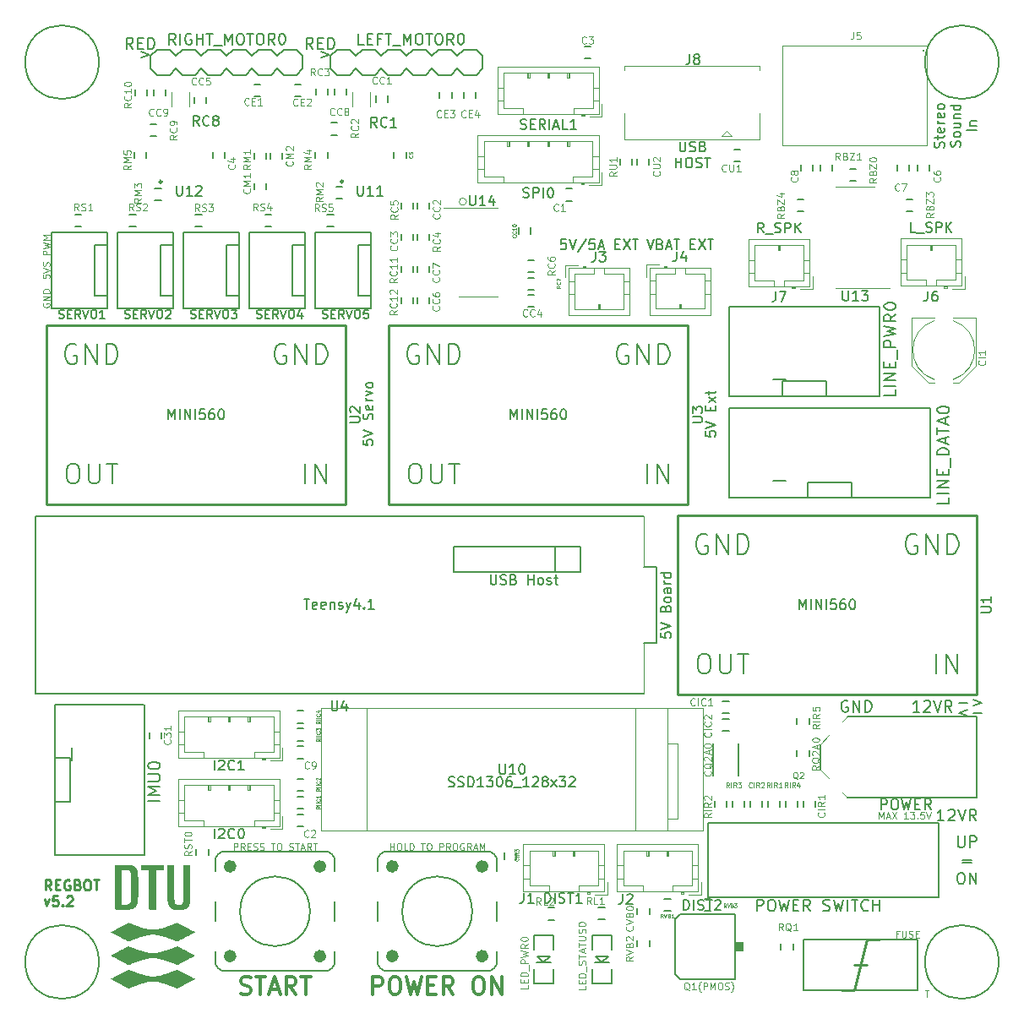
<source format=gto>
G04 #@! TF.GenerationSoftware,KiCad,Pcbnew,(6.0.8)*
G04 #@! TF.CreationDate,2022-11-23T15:29:44+01:00*
G04 #@! TF.ProjectId,Regbot,52656762-6f74-42e6-9b69-6361645f7063,v5.0*
G04 #@! TF.SameCoordinates,Original*
G04 #@! TF.FileFunction,Legend,Top*
G04 #@! TF.FilePolarity,Positive*
%FSLAX46Y46*%
G04 Gerber Fmt 4.6, Leading zero omitted, Abs format (unit mm)*
G04 Created by KiCad (PCBNEW (6.0.8)) date 2022-11-23 15:29:44*
%MOMM*%
%LPD*%
G01*
G04 APERTURE LIST*
%ADD10C,0.152400*%
%ADD11C,0.120000*%
%ADD12C,0.127000*%
%ADD13C,0.304800*%
%ADD14C,0.076200*%
%ADD15C,0.150000*%
%ADD16C,0.190500*%
%ADD17C,0.250000*%
%ADD18C,0.037000*%
%ADD19C,0.037389*%
%ADD20C,0.032512*%
%ADD21C,0.116840*%
%ADD22C,0.171450*%
%ADD23C,0.203200*%
%ADD24C,0.254000*%
%ADD25C,0.700000*%
%ADD26C,0.100000*%
%ADD27C,0.200000*%
%ADD28C,0.101600*%
G04 APERTURE END LIST*
D10*
X107116100Y-150088600D02*
G75*
G03*
X107116100Y-150088600I-3700000J0D01*
G01*
X197286100Y-150088600D02*
G75*
G03*
X197286100Y-150088600I-3700000J0D01*
G01*
X197286100Y-59918600D02*
G75*
G03*
X197286100Y-59918600I-3700000J0D01*
G01*
D11*
X143941735Y-73903000D02*
G75*
G03*
X143941735Y-73903000I-359210J0D01*
G01*
D10*
X107116100Y-59918600D02*
G75*
G03*
X107116100Y-59918600I-3700000J0D01*
G01*
D12*
X191799028Y-135937171D02*
X191145885Y-135937171D01*
X191472457Y-135937171D02*
X191472457Y-134794171D01*
X191363600Y-134957457D01*
X191254742Y-135066314D01*
X191145885Y-135120742D01*
X192234457Y-134903028D02*
X192288885Y-134848600D01*
X192397742Y-134794171D01*
X192669885Y-134794171D01*
X192778742Y-134848600D01*
X192833171Y-134903028D01*
X192887600Y-135011885D01*
X192887600Y-135120742D01*
X192833171Y-135284028D01*
X192180028Y-135937171D01*
X192887600Y-135937171D01*
X193214171Y-134794171D02*
X193595171Y-135937171D01*
X193976171Y-134794171D01*
X195010314Y-135937171D02*
X194629314Y-135392885D01*
X194357171Y-135937171D02*
X194357171Y-134794171D01*
X194792600Y-134794171D01*
X194901457Y-134848600D01*
X194955885Y-134903028D01*
X195010314Y-135011885D01*
X195010314Y-135175171D01*
X194955885Y-135284028D01*
X194901457Y-135338457D01*
X194792600Y-135392885D01*
X194357171Y-135392885D01*
X173046571Y-144979571D02*
X173046571Y-143836571D01*
X173482000Y-143836571D01*
X173590857Y-143891000D01*
X173645285Y-143945428D01*
X173699714Y-144054285D01*
X173699714Y-144217571D01*
X173645285Y-144326428D01*
X173590857Y-144380857D01*
X173482000Y-144435285D01*
X173046571Y-144435285D01*
X174407285Y-143836571D02*
X174625000Y-143836571D01*
X174733857Y-143891000D01*
X174842714Y-143999857D01*
X174897142Y-144217571D01*
X174897142Y-144598571D01*
X174842714Y-144816285D01*
X174733857Y-144925142D01*
X174625000Y-144979571D01*
X174407285Y-144979571D01*
X174298428Y-144925142D01*
X174189571Y-144816285D01*
X174135142Y-144598571D01*
X174135142Y-144217571D01*
X174189571Y-143999857D01*
X174298428Y-143891000D01*
X174407285Y-143836571D01*
X175278142Y-143836571D02*
X175550285Y-144979571D01*
X175768000Y-144163142D01*
X175985714Y-144979571D01*
X176257857Y-143836571D01*
X176693285Y-144380857D02*
X177074285Y-144380857D01*
X177237571Y-144979571D02*
X176693285Y-144979571D01*
X176693285Y-143836571D01*
X177237571Y-143836571D01*
X178380571Y-144979571D02*
X177999571Y-144435285D01*
X177727428Y-144979571D02*
X177727428Y-143836571D01*
X178162857Y-143836571D01*
X178271714Y-143891000D01*
X178326142Y-143945428D01*
X178380571Y-144054285D01*
X178380571Y-144217571D01*
X178326142Y-144326428D01*
X178271714Y-144380857D01*
X178162857Y-144435285D01*
X177727428Y-144435285D01*
X179686857Y-144925142D02*
X179850142Y-144979571D01*
X180122285Y-144979571D01*
X180231142Y-144925142D01*
X180285571Y-144870714D01*
X180340000Y-144761857D01*
X180340000Y-144653000D01*
X180285571Y-144544142D01*
X180231142Y-144489714D01*
X180122285Y-144435285D01*
X179904571Y-144380857D01*
X179795714Y-144326428D01*
X179741285Y-144272000D01*
X179686857Y-144163142D01*
X179686857Y-144054285D01*
X179741285Y-143945428D01*
X179795714Y-143891000D01*
X179904571Y-143836571D01*
X180176714Y-143836571D01*
X180340000Y-143891000D01*
X180721000Y-143836571D02*
X180993142Y-144979571D01*
X181210857Y-144163142D01*
X181428571Y-144979571D01*
X181700714Y-143836571D01*
X182136142Y-144979571D02*
X182136142Y-143836571D01*
X182517142Y-143836571D02*
X183170285Y-143836571D01*
X182843714Y-144979571D02*
X182843714Y-143836571D01*
X184204428Y-144870714D02*
X184150000Y-144925142D01*
X183986714Y-144979571D01*
X183877857Y-144979571D01*
X183714571Y-144925142D01*
X183605714Y-144816285D01*
X183551285Y-144707428D01*
X183496857Y-144489714D01*
X183496857Y-144326428D01*
X183551285Y-144108714D01*
X183605714Y-143999857D01*
X183714571Y-143891000D01*
X183877857Y-143836571D01*
X183986714Y-143836571D01*
X184150000Y-143891000D01*
X184204428Y-143945428D01*
X184694285Y-144979571D02*
X184694285Y-143836571D01*
X184694285Y-144380857D02*
X185347428Y-144380857D01*
X185347428Y-144979571D02*
X185347428Y-143836571D01*
D10*
X122919066Y-85566552D02*
X123042438Y-85607676D01*
X123248057Y-85607676D01*
X123330304Y-85566552D01*
X123371428Y-85525428D01*
X123412552Y-85443180D01*
X123412552Y-85360933D01*
X123371428Y-85278685D01*
X123330304Y-85237561D01*
X123248057Y-85196438D01*
X123083561Y-85155314D01*
X123001314Y-85114190D01*
X122960190Y-85073066D01*
X122919066Y-84990819D01*
X122919066Y-84908571D01*
X122960190Y-84826323D01*
X123001314Y-84785200D01*
X123083561Y-84744076D01*
X123289180Y-84744076D01*
X123412552Y-84785200D01*
X123782666Y-85155314D02*
X124070533Y-85155314D01*
X124193904Y-85607676D02*
X123782666Y-85607676D01*
X123782666Y-84744076D01*
X124193904Y-84744076D01*
X125057504Y-85607676D02*
X124769638Y-85196438D01*
X124564019Y-85607676D02*
X124564019Y-84744076D01*
X124893009Y-84744076D01*
X124975257Y-84785200D01*
X125016380Y-84826323D01*
X125057504Y-84908571D01*
X125057504Y-85031942D01*
X125016380Y-85114190D01*
X124975257Y-85155314D01*
X124893009Y-85196438D01*
X124564019Y-85196438D01*
X125304247Y-84744076D02*
X125592114Y-85607676D01*
X125879980Y-84744076D01*
X126332342Y-84744076D02*
X126496838Y-84744076D01*
X126579085Y-84785200D01*
X126661333Y-84867447D01*
X126702457Y-85031942D01*
X126702457Y-85319809D01*
X126661333Y-85484304D01*
X126579085Y-85566552D01*
X126496838Y-85607676D01*
X126332342Y-85607676D01*
X126250095Y-85566552D01*
X126167847Y-85484304D01*
X126126723Y-85319809D01*
X126126723Y-85031942D01*
X126167847Y-84867447D01*
X126250095Y-84785200D01*
X126332342Y-84744076D01*
X127442685Y-85031942D02*
X127442685Y-85607676D01*
X127237066Y-84702952D02*
X127031447Y-85319809D01*
X127566057Y-85319809D01*
D13*
X121338823Y-153226104D02*
X121585566Y-153308352D01*
X121996804Y-153308352D01*
X122161300Y-153226104D01*
X122243547Y-153143857D01*
X122325795Y-152979361D01*
X122325795Y-152814866D01*
X122243547Y-152650371D01*
X122161300Y-152568123D01*
X121996804Y-152485876D01*
X121667814Y-152403628D01*
X121503319Y-152321380D01*
X121421071Y-152239133D01*
X121338823Y-152074638D01*
X121338823Y-151910142D01*
X121421071Y-151745647D01*
X121503319Y-151663400D01*
X121667814Y-151581152D01*
X122079052Y-151581152D01*
X122325795Y-151663400D01*
X122819280Y-151581152D02*
X123806252Y-151581152D01*
X123312766Y-153308352D02*
X123312766Y-151581152D01*
X124299738Y-152814866D02*
X125122214Y-152814866D01*
X124135242Y-153308352D02*
X124710976Y-151581152D01*
X125286709Y-153308352D01*
X126849414Y-153308352D02*
X126273680Y-152485876D01*
X125862442Y-153308352D02*
X125862442Y-151581152D01*
X126520423Y-151581152D01*
X126684919Y-151663400D01*
X126767166Y-151745647D01*
X126849414Y-151910142D01*
X126849414Y-152156885D01*
X126767166Y-152321380D01*
X126684919Y-152403628D01*
X126520423Y-152485876D01*
X125862442Y-152485876D01*
X127342900Y-151581152D02*
X128329871Y-151581152D01*
X127836385Y-153308352D02*
X127836385Y-151581152D01*
D10*
X129523066Y-85566552D02*
X129646438Y-85607676D01*
X129852057Y-85607676D01*
X129934304Y-85566552D01*
X129975428Y-85525428D01*
X130016552Y-85443180D01*
X130016552Y-85360933D01*
X129975428Y-85278685D01*
X129934304Y-85237561D01*
X129852057Y-85196438D01*
X129687561Y-85155314D01*
X129605314Y-85114190D01*
X129564190Y-85073066D01*
X129523066Y-84990819D01*
X129523066Y-84908571D01*
X129564190Y-84826323D01*
X129605314Y-84785200D01*
X129687561Y-84744076D01*
X129893180Y-84744076D01*
X130016552Y-84785200D01*
X130386666Y-85155314D02*
X130674533Y-85155314D01*
X130797904Y-85607676D02*
X130386666Y-85607676D01*
X130386666Y-84744076D01*
X130797904Y-84744076D01*
X131661504Y-85607676D02*
X131373638Y-85196438D01*
X131168019Y-85607676D02*
X131168019Y-84744076D01*
X131497009Y-84744076D01*
X131579257Y-84785200D01*
X131620380Y-84826323D01*
X131661504Y-84908571D01*
X131661504Y-85031942D01*
X131620380Y-85114190D01*
X131579257Y-85155314D01*
X131497009Y-85196438D01*
X131168019Y-85196438D01*
X131908247Y-84744076D02*
X132196114Y-85607676D01*
X132483980Y-84744076D01*
X132936342Y-84744076D02*
X133100838Y-84744076D01*
X133183085Y-84785200D01*
X133265333Y-84867447D01*
X133306457Y-85031942D01*
X133306457Y-85319809D01*
X133265333Y-85484304D01*
X133183085Y-85566552D01*
X133100838Y-85607676D01*
X132936342Y-85607676D01*
X132854095Y-85566552D01*
X132771847Y-85484304D01*
X132730723Y-85319809D01*
X132730723Y-85031942D01*
X132771847Y-84867447D01*
X132854095Y-84785200D01*
X132936342Y-84744076D01*
X134087809Y-84744076D02*
X133676571Y-84744076D01*
X133635447Y-85155314D01*
X133676571Y-85114190D01*
X133758819Y-85073066D01*
X133964438Y-85073066D01*
X134046685Y-85114190D01*
X134087809Y-85155314D01*
X134128933Y-85237561D01*
X134128933Y-85443180D01*
X134087809Y-85525428D01*
X134046685Y-85566552D01*
X133964438Y-85607676D01*
X133758819Y-85607676D01*
X133676571Y-85566552D01*
X133635447Y-85525428D01*
D14*
X136272814Y-138879942D02*
X136272814Y-138194142D01*
X136272814Y-138520714D02*
X136664700Y-138520714D01*
X136664700Y-138879942D02*
X136664700Y-138194142D01*
X137121900Y-138194142D02*
X137252528Y-138194142D01*
X137317842Y-138226800D01*
X137383157Y-138292114D01*
X137415814Y-138422742D01*
X137415814Y-138651342D01*
X137383157Y-138781971D01*
X137317842Y-138847285D01*
X137252528Y-138879942D01*
X137121900Y-138879942D01*
X137056585Y-138847285D01*
X136991271Y-138781971D01*
X136958614Y-138651342D01*
X136958614Y-138422742D01*
X136991271Y-138292114D01*
X137056585Y-138226800D01*
X137121900Y-138194142D01*
X138036300Y-138879942D02*
X137709728Y-138879942D01*
X137709728Y-138194142D01*
X138264900Y-138879942D02*
X138264900Y-138194142D01*
X138428185Y-138194142D01*
X138526157Y-138226800D01*
X138591471Y-138292114D01*
X138624128Y-138357428D01*
X138656785Y-138488057D01*
X138656785Y-138586028D01*
X138624128Y-138716657D01*
X138591471Y-138781971D01*
X138526157Y-138847285D01*
X138428185Y-138879942D01*
X138264900Y-138879942D01*
X139375242Y-138194142D02*
X139767128Y-138194142D01*
X139571185Y-138879942D02*
X139571185Y-138194142D01*
X140126357Y-138194142D02*
X140256985Y-138194142D01*
X140322300Y-138226800D01*
X140387614Y-138292114D01*
X140420271Y-138422742D01*
X140420271Y-138651342D01*
X140387614Y-138781971D01*
X140322300Y-138847285D01*
X140256985Y-138879942D01*
X140126357Y-138879942D01*
X140061042Y-138847285D01*
X139995728Y-138781971D01*
X139963071Y-138651342D01*
X139963071Y-138422742D01*
X139995728Y-138292114D01*
X140061042Y-138226800D01*
X140126357Y-138194142D01*
X141236700Y-138879942D02*
X141236700Y-138194142D01*
X141497957Y-138194142D01*
X141563271Y-138226800D01*
X141595928Y-138259457D01*
X141628585Y-138324771D01*
X141628585Y-138422742D01*
X141595928Y-138488057D01*
X141563271Y-138520714D01*
X141497957Y-138553371D01*
X141236700Y-138553371D01*
X142314385Y-138879942D02*
X142085785Y-138553371D01*
X141922500Y-138879942D02*
X141922500Y-138194142D01*
X142183757Y-138194142D01*
X142249071Y-138226800D01*
X142281728Y-138259457D01*
X142314385Y-138324771D01*
X142314385Y-138422742D01*
X142281728Y-138488057D01*
X142249071Y-138520714D01*
X142183757Y-138553371D01*
X141922500Y-138553371D01*
X142738928Y-138194142D02*
X142869557Y-138194142D01*
X142934871Y-138226800D01*
X143000185Y-138292114D01*
X143032842Y-138422742D01*
X143032842Y-138651342D01*
X143000185Y-138781971D01*
X142934871Y-138847285D01*
X142869557Y-138879942D01*
X142738928Y-138879942D01*
X142673614Y-138847285D01*
X142608300Y-138781971D01*
X142575642Y-138651342D01*
X142575642Y-138422742D01*
X142608300Y-138292114D01*
X142673614Y-138226800D01*
X142738928Y-138194142D01*
X143685985Y-138226800D02*
X143620671Y-138194142D01*
X143522700Y-138194142D01*
X143424728Y-138226800D01*
X143359414Y-138292114D01*
X143326757Y-138357428D01*
X143294100Y-138488057D01*
X143294100Y-138586028D01*
X143326757Y-138716657D01*
X143359414Y-138781971D01*
X143424728Y-138847285D01*
X143522700Y-138879942D01*
X143588014Y-138879942D01*
X143685985Y-138847285D01*
X143718642Y-138814628D01*
X143718642Y-138586028D01*
X143588014Y-138586028D01*
X144404442Y-138879942D02*
X144175842Y-138553371D01*
X144012557Y-138879942D02*
X144012557Y-138194142D01*
X144273814Y-138194142D01*
X144339128Y-138226800D01*
X144371785Y-138259457D01*
X144404442Y-138324771D01*
X144404442Y-138422742D01*
X144371785Y-138488057D01*
X144339128Y-138520714D01*
X144273814Y-138553371D01*
X144012557Y-138553371D01*
X144665700Y-138684000D02*
X144992271Y-138684000D01*
X144600385Y-138879942D02*
X144828985Y-138194142D01*
X145057585Y-138879942D01*
X145286185Y-138879942D02*
X145286185Y-138194142D01*
X145514785Y-138684000D01*
X145743385Y-138194142D01*
X145743385Y-138879942D01*
D15*
X165705066Y-144876780D02*
X165705066Y-143876780D01*
X165943161Y-143876780D01*
X166086019Y-143924400D01*
X166181257Y-144019638D01*
X166228876Y-144114876D01*
X166276495Y-144305352D01*
X166276495Y-144448209D01*
X166228876Y-144638685D01*
X166181257Y-144733923D01*
X166086019Y-144829161D01*
X165943161Y-144876780D01*
X165705066Y-144876780D01*
X166705066Y-144876780D02*
X166705066Y-143876780D01*
X167133638Y-144829161D02*
X167276495Y-144876780D01*
X167514590Y-144876780D01*
X167609828Y-144829161D01*
X167657447Y-144781542D01*
X167705066Y-144686304D01*
X167705066Y-144591066D01*
X167657447Y-144495828D01*
X167609828Y-144448209D01*
X167514590Y-144400590D01*
X167324114Y-144352971D01*
X167228876Y-144305352D01*
X167181257Y-144257733D01*
X167133638Y-144162495D01*
X167133638Y-144067257D01*
X167181257Y-143972019D01*
X167228876Y-143924400D01*
X167324114Y-143876780D01*
X167562209Y-143876780D01*
X167705066Y-143924400D01*
X167990780Y-143876780D02*
X168562209Y-143876780D01*
X168276495Y-144876780D02*
X168276495Y-143876780D01*
X168847923Y-143972019D02*
X168895542Y-143924400D01*
X168990780Y-143876780D01*
X169228876Y-143876780D01*
X169324114Y-143924400D01*
X169371733Y-143972019D01*
X169419352Y-144067257D01*
X169419352Y-144162495D01*
X169371733Y-144305352D01*
X168800304Y-144876780D01*
X169419352Y-144876780D01*
D14*
X101511100Y-84088514D02*
X101478442Y-84153828D01*
X101478442Y-84251800D01*
X101511100Y-84349771D01*
X101576414Y-84415085D01*
X101641728Y-84447742D01*
X101772357Y-84480400D01*
X101870328Y-84480400D01*
X102000957Y-84447742D01*
X102066271Y-84415085D01*
X102131585Y-84349771D01*
X102164242Y-84251800D01*
X102164242Y-84186485D01*
X102131585Y-84088514D01*
X102098928Y-84055857D01*
X101870328Y-84055857D01*
X101870328Y-84186485D01*
X102164242Y-83761942D02*
X101478442Y-83761942D01*
X102164242Y-83370057D01*
X101478442Y-83370057D01*
X102164242Y-83043485D02*
X101478442Y-83043485D01*
X101478442Y-82880200D01*
X101511100Y-82782228D01*
X101576414Y-82716914D01*
X101641728Y-82684257D01*
X101772357Y-82651600D01*
X101870328Y-82651600D01*
X102000957Y-82684257D01*
X102066271Y-82716914D01*
X102131585Y-82782228D01*
X102164242Y-82880200D01*
X102164242Y-83043485D01*
D15*
X127644971Y-113701580D02*
X128216400Y-113701580D01*
X127930685Y-114701580D02*
X127930685Y-113701580D01*
X128930685Y-114653961D02*
X128835447Y-114701580D01*
X128644971Y-114701580D01*
X128549733Y-114653961D01*
X128502114Y-114558723D01*
X128502114Y-114177771D01*
X128549733Y-114082533D01*
X128644971Y-114034914D01*
X128835447Y-114034914D01*
X128930685Y-114082533D01*
X128978304Y-114177771D01*
X128978304Y-114273009D01*
X128502114Y-114368247D01*
X129787828Y-114653961D02*
X129692590Y-114701580D01*
X129502114Y-114701580D01*
X129406876Y-114653961D01*
X129359257Y-114558723D01*
X129359257Y-114177771D01*
X129406876Y-114082533D01*
X129502114Y-114034914D01*
X129692590Y-114034914D01*
X129787828Y-114082533D01*
X129835447Y-114177771D01*
X129835447Y-114273009D01*
X129359257Y-114368247D01*
X130264019Y-114034914D02*
X130264019Y-114701580D01*
X130264019Y-114130152D02*
X130311638Y-114082533D01*
X130406876Y-114034914D01*
X130549733Y-114034914D01*
X130644971Y-114082533D01*
X130692590Y-114177771D01*
X130692590Y-114701580D01*
X131121161Y-114653961D02*
X131216400Y-114701580D01*
X131406876Y-114701580D01*
X131502114Y-114653961D01*
X131549733Y-114558723D01*
X131549733Y-114511104D01*
X131502114Y-114415866D01*
X131406876Y-114368247D01*
X131264019Y-114368247D01*
X131168780Y-114320628D01*
X131121161Y-114225390D01*
X131121161Y-114177771D01*
X131168780Y-114082533D01*
X131264019Y-114034914D01*
X131406876Y-114034914D01*
X131502114Y-114082533D01*
X131883066Y-114034914D02*
X132121161Y-114701580D01*
X132359257Y-114034914D02*
X132121161Y-114701580D01*
X132025923Y-114939676D01*
X131978304Y-114987295D01*
X131883066Y-115034914D01*
X133168780Y-114034914D02*
X133168780Y-114701580D01*
X132930685Y-113653961D02*
X132692590Y-114368247D01*
X133311638Y-114368247D01*
X133692590Y-114606342D02*
X133740209Y-114653961D01*
X133692590Y-114701580D01*
X133644971Y-114653961D01*
X133692590Y-114606342D01*
X133692590Y-114701580D01*
X134692590Y-114701580D02*
X134121161Y-114701580D01*
X134406876Y-114701580D02*
X134406876Y-113701580D01*
X134311638Y-113844438D01*
X134216400Y-113939676D01*
X134121161Y-113987295D01*
D16*
X185466869Y-134822595D02*
X185466869Y-133743095D01*
X185878107Y-133743095D01*
X185980916Y-133794500D01*
X186032321Y-133845904D01*
X186083726Y-133948714D01*
X186083726Y-134102928D01*
X186032321Y-134205738D01*
X185980916Y-134257142D01*
X185878107Y-134308547D01*
X185466869Y-134308547D01*
X186751988Y-133743095D02*
X186957607Y-133743095D01*
X187060416Y-133794500D01*
X187163226Y-133897309D01*
X187214630Y-134102928D01*
X187214630Y-134462761D01*
X187163226Y-134668380D01*
X187060416Y-134771190D01*
X186957607Y-134822595D01*
X186751988Y-134822595D01*
X186649178Y-134771190D01*
X186546369Y-134668380D01*
X186494964Y-134462761D01*
X186494964Y-134102928D01*
X186546369Y-133897309D01*
X186649178Y-133794500D01*
X186751988Y-133743095D01*
X187574464Y-133743095D02*
X187831488Y-134822595D01*
X188037107Y-134051523D01*
X188242726Y-134822595D01*
X188499750Y-133743095D01*
X188910988Y-134257142D02*
X189270821Y-134257142D01*
X189425035Y-134822595D02*
X188910988Y-134822595D01*
X188910988Y-133743095D01*
X189425035Y-133743095D01*
X190504535Y-134822595D02*
X190144702Y-134308547D01*
X189887678Y-134822595D02*
X189887678Y-133743095D01*
X190298916Y-133743095D01*
X190401726Y-133794500D01*
X190453130Y-133845904D01*
X190504535Y-133948714D01*
X190504535Y-134102928D01*
X190453130Y-134205738D01*
X190401726Y-134257142D01*
X190298916Y-134308547D01*
X189887678Y-134308547D01*
D15*
X177324095Y-114752380D02*
X177324095Y-113752380D01*
X177657428Y-114466666D01*
X177990761Y-113752380D01*
X177990761Y-114752380D01*
X178466952Y-114752380D02*
X178466952Y-113752380D01*
X178943142Y-114752380D02*
X178943142Y-113752380D01*
X179514571Y-114752380D01*
X179514571Y-113752380D01*
X179990761Y-114752380D02*
X179990761Y-113752380D01*
X180943142Y-113752380D02*
X180466952Y-113752380D01*
X180419333Y-114228571D01*
X180466952Y-114180952D01*
X180562190Y-114133333D01*
X180800285Y-114133333D01*
X180895523Y-114180952D01*
X180943142Y-114228571D01*
X180990761Y-114323809D01*
X180990761Y-114561904D01*
X180943142Y-114657142D01*
X180895523Y-114704761D01*
X180800285Y-114752380D01*
X180562190Y-114752380D01*
X180466952Y-114704761D01*
X180419333Y-114657142D01*
X181847904Y-113752380D02*
X181657428Y-113752380D01*
X181562190Y-113800000D01*
X181514571Y-113847619D01*
X181419333Y-113990476D01*
X181371714Y-114180952D01*
X181371714Y-114561904D01*
X181419333Y-114657142D01*
X181466952Y-114704761D01*
X181562190Y-114752380D01*
X181752666Y-114752380D01*
X181847904Y-114704761D01*
X181895523Y-114657142D01*
X181943142Y-114561904D01*
X181943142Y-114323809D01*
X181895523Y-114228571D01*
X181847904Y-114180952D01*
X181752666Y-114133333D01*
X181562190Y-114133333D01*
X181466952Y-114180952D01*
X181419333Y-114228571D01*
X181371714Y-114323809D01*
X182562190Y-113752380D02*
X182657428Y-113752380D01*
X182752666Y-113800000D01*
X182800285Y-113847619D01*
X182847904Y-113942857D01*
X182895523Y-114133333D01*
X182895523Y-114371428D01*
X182847904Y-114561904D01*
X182800285Y-114657142D01*
X182752666Y-114704761D01*
X182657428Y-114752380D01*
X182562190Y-114752380D01*
X182466952Y-114704761D01*
X182419333Y-114657142D01*
X182371714Y-114561904D01*
X182324095Y-114371428D01*
X182324095Y-114133333D01*
X182371714Y-113942857D01*
X182419333Y-113847619D01*
X182466952Y-113800000D01*
X182562190Y-113752380D01*
X167905180Y-96913485D02*
X167905180Y-97389676D01*
X168381371Y-97437295D01*
X168333752Y-97389676D01*
X168286133Y-97294438D01*
X168286133Y-97056342D01*
X168333752Y-96961104D01*
X168381371Y-96913485D01*
X168476609Y-96865866D01*
X168714704Y-96865866D01*
X168809942Y-96913485D01*
X168857561Y-96961104D01*
X168905180Y-97056342D01*
X168905180Y-97294438D01*
X168857561Y-97389676D01*
X168809942Y-97437295D01*
X167905180Y-96580152D02*
X168905180Y-96246819D01*
X167905180Y-95913485D01*
X168381371Y-94818247D02*
X168381371Y-94484914D01*
X168905180Y-94342057D02*
X168905180Y-94818247D01*
X167905180Y-94818247D01*
X167905180Y-94342057D01*
X168905180Y-94008723D02*
X168238514Y-93484914D01*
X168238514Y-94008723D02*
X168905180Y-93484914D01*
X168238514Y-93246819D02*
X168238514Y-92865866D01*
X167905180Y-93103961D02*
X168762323Y-93103961D01*
X168857561Y-93056342D01*
X168905180Y-92961104D01*
X168905180Y-92865866D01*
D12*
X111324571Y-59490428D02*
X112195428Y-59163857D01*
X111324571Y-58837285D01*
D15*
X114078095Y-95702380D02*
X114078095Y-94702380D01*
X114411428Y-95416666D01*
X114744761Y-94702380D01*
X114744761Y-95702380D01*
X115220952Y-95702380D02*
X115220952Y-94702380D01*
X115697142Y-95702380D02*
X115697142Y-94702380D01*
X116268571Y-95702380D01*
X116268571Y-94702380D01*
X116744761Y-95702380D02*
X116744761Y-94702380D01*
X117697142Y-94702380D02*
X117220952Y-94702380D01*
X117173333Y-95178571D01*
X117220952Y-95130952D01*
X117316190Y-95083333D01*
X117554285Y-95083333D01*
X117649523Y-95130952D01*
X117697142Y-95178571D01*
X117744761Y-95273809D01*
X117744761Y-95511904D01*
X117697142Y-95607142D01*
X117649523Y-95654761D01*
X117554285Y-95702380D01*
X117316190Y-95702380D01*
X117220952Y-95654761D01*
X117173333Y-95607142D01*
X118601904Y-94702380D02*
X118411428Y-94702380D01*
X118316190Y-94750000D01*
X118268571Y-94797619D01*
X118173333Y-94940476D01*
X118125714Y-95130952D01*
X118125714Y-95511904D01*
X118173333Y-95607142D01*
X118220952Y-95654761D01*
X118316190Y-95702380D01*
X118506666Y-95702380D01*
X118601904Y-95654761D01*
X118649523Y-95607142D01*
X118697142Y-95511904D01*
X118697142Y-95273809D01*
X118649523Y-95178571D01*
X118601904Y-95130952D01*
X118506666Y-95083333D01*
X118316190Y-95083333D01*
X118220952Y-95130952D01*
X118173333Y-95178571D01*
X118125714Y-95273809D01*
X119316190Y-94702380D02*
X119411428Y-94702380D01*
X119506666Y-94750000D01*
X119554285Y-94797619D01*
X119601904Y-94892857D01*
X119649523Y-95083333D01*
X119649523Y-95321428D01*
X119601904Y-95511904D01*
X119554285Y-95607142D01*
X119506666Y-95654761D01*
X119411428Y-95702380D01*
X119316190Y-95702380D01*
X119220952Y-95654761D01*
X119173333Y-95607142D01*
X119125714Y-95511904D01*
X119078095Y-95321428D01*
X119078095Y-95083333D01*
X119125714Y-94892857D01*
X119173333Y-94797619D01*
X119220952Y-94750000D01*
X119316190Y-94702380D01*
D12*
X193196028Y-137462441D02*
X193196028Y-138387727D01*
X193250457Y-138496584D01*
X193304885Y-138551012D01*
X193413742Y-138605441D01*
X193631457Y-138605441D01*
X193740314Y-138551012D01*
X193794742Y-138496584D01*
X193849171Y-138387727D01*
X193849171Y-137462441D01*
X194393457Y-138605441D02*
X194393457Y-137462441D01*
X194828885Y-137462441D01*
X194937742Y-137516870D01*
X194992171Y-137571298D01*
X195046600Y-137680155D01*
X195046600Y-137843441D01*
X194992171Y-137952298D01*
X194937742Y-138006727D01*
X194828885Y-138061155D01*
X194393457Y-138061155D01*
X193658671Y-139846957D02*
X194529528Y-139846957D01*
X194529528Y-140173528D02*
X193658671Y-140173528D01*
X193386528Y-141142901D02*
X193604242Y-141142901D01*
X193713100Y-141197330D01*
X193821957Y-141306187D01*
X193876385Y-141523901D01*
X193876385Y-141904901D01*
X193821957Y-142122615D01*
X193713100Y-142231472D01*
X193604242Y-142285901D01*
X193386528Y-142285901D01*
X193277671Y-142231472D01*
X193168814Y-142122615D01*
X193114385Y-141904901D01*
X193114385Y-141523901D01*
X193168814Y-141306187D01*
X193277671Y-141197330D01*
X193386528Y-141142901D01*
X194366242Y-142285901D02*
X194366242Y-141142901D01*
X195019385Y-142285901D01*
X195019385Y-141142901D01*
D14*
X167429542Y-153111200D02*
X167396885Y-153078542D01*
X167331571Y-152980571D01*
X167298914Y-152915257D01*
X167266257Y-152817285D01*
X167233600Y-152654000D01*
X167233600Y-152523371D01*
X167266257Y-152360085D01*
X167298914Y-152262114D01*
X167331571Y-152196800D01*
X167396885Y-152098828D01*
X167429542Y-152066171D01*
X167690800Y-152849942D02*
X167690800Y-152164142D01*
X167952057Y-152164142D01*
X168017371Y-152196800D01*
X168050028Y-152229457D01*
X168082685Y-152294771D01*
X168082685Y-152392742D01*
X168050028Y-152458057D01*
X168017371Y-152490714D01*
X167952057Y-152523371D01*
X167690800Y-152523371D01*
X168376600Y-152849942D02*
X168376600Y-152164142D01*
X168605200Y-152654000D01*
X168833800Y-152164142D01*
X168833800Y-152849942D01*
X169291000Y-152164142D02*
X169421628Y-152164142D01*
X169486942Y-152196800D01*
X169552257Y-152262114D01*
X169584914Y-152392742D01*
X169584914Y-152621342D01*
X169552257Y-152751971D01*
X169486942Y-152817285D01*
X169421628Y-152849942D01*
X169291000Y-152849942D01*
X169225685Y-152817285D01*
X169160371Y-152751971D01*
X169127714Y-152621342D01*
X169127714Y-152392742D01*
X169160371Y-152262114D01*
X169225685Y-152196800D01*
X169291000Y-152164142D01*
X169846171Y-152817285D02*
X169944142Y-152849942D01*
X170107428Y-152849942D01*
X170172742Y-152817285D01*
X170205400Y-152784628D01*
X170238057Y-152719314D01*
X170238057Y-152654000D01*
X170205400Y-152588685D01*
X170172742Y-152556028D01*
X170107428Y-152523371D01*
X169976800Y-152490714D01*
X169911485Y-152458057D01*
X169878828Y-152425400D01*
X169846171Y-152360085D01*
X169846171Y-152294771D01*
X169878828Y-152229457D01*
X169911485Y-152196800D01*
X169976800Y-152164142D01*
X170140085Y-152164142D01*
X170238057Y-152196800D01*
X170466657Y-153111200D02*
X170499314Y-153078542D01*
X170564628Y-152980571D01*
X170597285Y-152915257D01*
X170629942Y-152817285D01*
X170662600Y-152654000D01*
X170662600Y-152523371D01*
X170629942Y-152360085D01*
X170597285Y-152262114D01*
X170564628Y-152196800D01*
X170499314Y-152098828D01*
X170466657Y-152066171D01*
D12*
X189347928Y-125040571D02*
X188694785Y-125040571D01*
X189021357Y-125040571D02*
X189021357Y-123897571D01*
X188912500Y-124060857D01*
X188803642Y-124169714D01*
X188694785Y-124224142D01*
X189783357Y-124006428D02*
X189837785Y-123952000D01*
X189946642Y-123897571D01*
X190218785Y-123897571D01*
X190327642Y-123952000D01*
X190382071Y-124006428D01*
X190436500Y-124115285D01*
X190436500Y-124224142D01*
X190382071Y-124387428D01*
X189728928Y-125040571D01*
X190436500Y-125040571D01*
X190763071Y-123897571D02*
X191144071Y-125040571D01*
X191525071Y-123897571D01*
X192559214Y-125040571D02*
X192178214Y-124496285D01*
X191906071Y-125040571D02*
X191906071Y-123897571D01*
X192341500Y-123897571D01*
X192450357Y-123952000D01*
X192504785Y-124006428D01*
X192559214Y-124115285D01*
X192559214Y-124278571D01*
X192504785Y-124387428D01*
X192450357Y-124441857D01*
X192341500Y-124496285D01*
X191906071Y-124496285D01*
D14*
X101478442Y-81229200D02*
X101478442Y-81555771D01*
X101805014Y-81588428D01*
X101772357Y-81555771D01*
X101739700Y-81490457D01*
X101739700Y-81327171D01*
X101772357Y-81261857D01*
X101805014Y-81229200D01*
X101870328Y-81196542D01*
X102033614Y-81196542D01*
X102098928Y-81229200D01*
X102131585Y-81261857D01*
X102164242Y-81327171D01*
X102164242Y-81490457D01*
X102131585Y-81555771D01*
X102098928Y-81588428D01*
X101478442Y-81000600D02*
X102164242Y-80772000D01*
X101478442Y-80543400D01*
X102131585Y-80347457D02*
X102164242Y-80249485D01*
X102164242Y-80086200D01*
X102131585Y-80020885D01*
X102098928Y-79988228D01*
X102033614Y-79955571D01*
X101968300Y-79955571D01*
X101902985Y-79988228D01*
X101870328Y-80020885D01*
X101837671Y-80086200D01*
X101805014Y-80216828D01*
X101772357Y-80282142D01*
X101739700Y-80314800D01*
X101674385Y-80347457D01*
X101609071Y-80347457D01*
X101543757Y-80314800D01*
X101511100Y-80282142D01*
X101478442Y-80216828D01*
X101478442Y-80053542D01*
X101511100Y-79955571D01*
D15*
X142155066Y-132484761D02*
X142297923Y-132532380D01*
X142536019Y-132532380D01*
X142631257Y-132484761D01*
X142678876Y-132437142D01*
X142726495Y-132341904D01*
X142726495Y-132246666D01*
X142678876Y-132151428D01*
X142631257Y-132103809D01*
X142536019Y-132056190D01*
X142345542Y-132008571D01*
X142250304Y-131960952D01*
X142202685Y-131913333D01*
X142155066Y-131818095D01*
X142155066Y-131722857D01*
X142202685Y-131627619D01*
X142250304Y-131580000D01*
X142345542Y-131532380D01*
X142583638Y-131532380D01*
X142726495Y-131580000D01*
X143107447Y-132484761D02*
X143250304Y-132532380D01*
X143488400Y-132532380D01*
X143583638Y-132484761D01*
X143631257Y-132437142D01*
X143678876Y-132341904D01*
X143678876Y-132246666D01*
X143631257Y-132151428D01*
X143583638Y-132103809D01*
X143488400Y-132056190D01*
X143297923Y-132008571D01*
X143202685Y-131960952D01*
X143155066Y-131913333D01*
X143107447Y-131818095D01*
X143107447Y-131722857D01*
X143155066Y-131627619D01*
X143202685Y-131580000D01*
X143297923Y-131532380D01*
X143536019Y-131532380D01*
X143678876Y-131580000D01*
X144107447Y-132532380D02*
X144107447Y-131532380D01*
X144345542Y-131532380D01*
X144488400Y-131580000D01*
X144583638Y-131675238D01*
X144631257Y-131770476D01*
X144678876Y-131960952D01*
X144678876Y-132103809D01*
X144631257Y-132294285D01*
X144583638Y-132389523D01*
X144488400Y-132484761D01*
X144345542Y-132532380D01*
X144107447Y-132532380D01*
X145631257Y-132532380D02*
X145059828Y-132532380D01*
X145345542Y-132532380D02*
X145345542Y-131532380D01*
X145250304Y-131675238D01*
X145155066Y-131770476D01*
X145059828Y-131818095D01*
X145964590Y-131532380D02*
X146583638Y-131532380D01*
X146250304Y-131913333D01*
X146393161Y-131913333D01*
X146488400Y-131960952D01*
X146536019Y-132008571D01*
X146583638Y-132103809D01*
X146583638Y-132341904D01*
X146536019Y-132437142D01*
X146488400Y-132484761D01*
X146393161Y-132532380D01*
X146107447Y-132532380D01*
X146012209Y-132484761D01*
X145964590Y-132437142D01*
X147202685Y-131532380D02*
X147297923Y-131532380D01*
X147393161Y-131580000D01*
X147440780Y-131627619D01*
X147488400Y-131722857D01*
X147536019Y-131913333D01*
X147536019Y-132151428D01*
X147488400Y-132341904D01*
X147440780Y-132437142D01*
X147393161Y-132484761D01*
X147297923Y-132532380D01*
X147202685Y-132532380D01*
X147107447Y-132484761D01*
X147059828Y-132437142D01*
X147012209Y-132341904D01*
X146964590Y-132151428D01*
X146964590Y-131913333D01*
X147012209Y-131722857D01*
X147059828Y-131627619D01*
X147107447Y-131580000D01*
X147202685Y-131532380D01*
X148393161Y-131532380D02*
X148202685Y-131532380D01*
X148107447Y-131580000D01*
X148059828Y-131627619D01*
X147964590Y-131770476D01*
X147916971Y-131960952D01*
X147916971Y-132341904D01*
X147964590Y-132437142D01*
X148012209Y-132484761D01*
X148107447Y-132532380D01*
X148297923Y-132532380D01*
X148393161Y-132484761D01*
X148440780Y-132437142D01*
X148488400Y-132341904D01*
X148488400Y-132103809D01*
X148440780Y-132008571D01*
X148393161Y-131960952D01*
X148297923Y-131913333D01*
X148107447Y-131913333D01*
X148012209Y-131960952D01*
X147964590Y-132008571D01*
X147916971Y-132103809D01*
X148678876Y-132627619D02*
X149440780Y-132627619D01*
X150202685Y-132532380D02*
X149631257Y-132532380D01*
X149916971Y-132532380D02*
X149916971Y-131532380D01*
X149821733Y-131675238D01*
X149726495Y-131770476D01*
X149631257Y-131818095D01*
X150583638Y-131627619D02*
X150631257Y-131580000D01*
X150726495Y-131532380D01*
X150964590Y-131532380D01*
X151059828Y-131580000D01*
X151107447Y-131627619D01*
X151155066Y-131722857D01*
X151155066Y-131818095D01*
X151107447Y-131960952D01*
X150536019Y-132532380D01*
X151155066Y-132532380D01*
X151726495Y-131960952D02*
X151631257Y-131913333D01*
X151583638Y-131865714D01*
X151536019Y-131770476D01*
X151536019Y-131722857D01*
X151583638Y-131627619D01*
X151631257Y-131580000D01*
X151726495Y-131532380D01*
X151916971Y-131532380D01*
X152012209Y-131580000D01*
X152059828Y-131627619D01*
X152107447Y-131722857D01*
X152107447Y-131770476D01*
X152059828Y-131865714D01*
X152012209Y-131913333D01*
X151916971Y-131960952D01*
X151726495Y-131960952D01*
X151631257Y-132008571D01*
X151583638Y-132056190D01*
X151536019Y-132151428D01*
X151536019Y-132341904D01*
X151583638Y-132437142D01*
X151631257Y-132484761D01*
X151726495Y-132532380D01*
X151916971Y-132532380D01*
X152012209Y-132484761D01*
X152059828Y-132437142D01*
X152107447Y-132341904D01*
X152107447Y-132151428D01*
X152059828Y-132056190D01*
X152012209Y-132008571D01*
X151916971Y-131960952D01*
X152440780Y-132532380D02*
X152964590Y-131865714D01*
X152440780Y-131865714D02*
X152964590Y-132532380D01*
X153250304Y-131532380D02*
X153869352Y-131532380D01*
X153536019Y-131913333D01*
X153678876Y-131913333D01*
X153774114Y-131960952D01*
X153821733Y-132008571D01*
X153869352Y-132103809D01*
X153869352Y-132341904D01*
X153821733Y-132437142D01*
X153774114Y-132484761D01*
X153678876Y-132532380D01*
X153393161Y-132532380D01*
X153297923Y-132484761D01*
X153250304Y-132437142D01*
X154250304Y-131627619D02*
X154297923Y-131580000D01*
X154393161Y-131532380D01*
X154631257Y-131532380D01*
X154726495Y-131580000D01*
X154774114Y-131627619D01*
X154821733Y-131722857D01*
X154821733Y-131818095D01*
X154774114Y-131960952D01*
X154202685Y-132532380D01*
X154821733Y-132532380D01*
D17*
X102318023Y-142868380D02*
X101984690Y-142392190D01*
X101746595Y-142868380D02*
X101746595Y-141868380D01*
X102127547Y-141868380D01*
X102222785Y-141916000D01*
X102270404Y-141963619D01*
X102318023Y-142058857D01*
X102318023Y-142201714D01*
X102270404Y-142296952D01*
X102222785Y-142344571D01*
X102127547Y-142392190D01*
X101746595Y-142392190D01*
X102746595Y-142344571D02*
X103079928Y-142344571D01*
X103222785Y-142868380D02*
X102746595Y-142868380D01*
X102746595Y-141868380D01*
X103222785Y-141868380D01*
X104175166Y-141916000D02*
X104079928Y-141868380D01*
X103937071Y-141868380D01*
X103794214Y-141916000D01*
X103698976Y-142011238D01*
X103651357Y-142106476D01*
X103603738Y-142296952D01*
X103603738Y-142439809D01*
X103651357Y-142630285D01*
X103698976Y-142725523D01*
X103794214Y-142820761D01*
X103937071Y-142868380D01*
X104032309Y-142868380D01*
X104175166Y-142820761D01*
X104222785Y-142773142D01*
X104222785Y-142439809D01*
X104032309Y-142439809D01*
X104984690Y-142344571D02*
X105127547Y-142392190D01*
X105175166Y-142439809D01*
X105222785Y-142535047D01*
X105222785Y-142677904D01*
X105175166Y-142773142D01*
X105127547Y-142820761D01*
X105032309Y-142868380D01*
X104651357Y-142868380D01*
X104651357Y-141868380D01*
X104984690Y-141868380D01*
X105079928Y-141916000D01*
X105127547Y-141963619D01*
X105175166Y-142058857D01*
X105175166Y-142154095D01*
X105127547Y-142249333D01*
X105079928Y-142296952D01*
X104984690Y-142344571D01*
X104651357Y-142344571D01*
X105841833Y-141868380D02*
X106032309Y-141868380D01*
X106127547Y-141916000D01*
X106222785Y-142011238D01*
X106270404Y-142201714D01*
X106270404Y-142535047D01*
X106222785Y-142725523D01*
X106127547Y-142820761D01*
X106032309Y-142868380D01*
X105841833Y-142868380D01*
X105746595Y-142820761D01*
X105651357Y-142725523D01*
X105603738Y-142535047D01*
X105603738Y-142201714D01*
X105651357Y-142011238D01*
X105746595Y-141916000D01*
X105841833Y-141868380D01*
X106556119Y-141868380D02*
X107127547Y-141868380D01*
X106841833Y-142868380D02*
X106841833Y-141868380D01*
X101651357Y-143811714D02*
X101889452Y-144478380D01*
X102127547Y-143811714D01*
X102984690Y-143478380D02*
X102508500Y-143478380D01*
X102460880Y-143954571D01*
X102508500Y-143906952D01*
X102603738Y-143859333D01*
X102841833Y-143859333D01*
X102937071Y-143906952D01*
X102984690Y-143954571D01*
X103032309Y-144049809D01*
X103032309Y-144287904D01*
X102984690Y-144383142D01*
X102937071Y-144430761D01*
X102841833Y-144478380D01*
X102603738Y-144478380D01*
X102508500Y-144430761D01*
X102460880Y-144383142D01*
X103460880Y-144383142D02*
X103508500Y-144430761D01*
X103460880Y-144478380D01*
X103413261Y-144430761D01*
X103460880Y-144383142D01*
X103460880Y-144478380D01*
X103889452Y-143573619D02*
X103937071Y-143526000D01*
X104032309Y-143478380D01*
X104270404Y-143478380D01*
X104365642Y-143526000D01*
X104413261Y-143573619D01*
X104460880Y-143668857D01*
X104460880Y-143764095D01*
X104413261Y-143906952D01*
X103841833Y-144478380D01*
X104460880Y-144478380D01*
D14*
X102164242Y-79195385D02*
X101478442Y-79195385D01*
X101478442Y-78934128D01*
X101511100Y-78868814D01*
X101543757Y-78836157D01*
X101609071Y-78803500D01*
X101707042Y-78803500D01*
X101772357Y-78836157D01*
X101805014Y-78868814D01*
X101837671Y-78934128D01*
X101837671Y-79195385D01*
X101478442Y-78574900D02*
X102164242Y-78411614D01*
X101674385Y-78280985D01*
X102164242Y-78150357D01*
X101478442Y-77987071D01*
X102164242Y-77725814D02*
X101478442Y-77725814D01*
X101968300Y-77497214D01*
X101478442Y-77268614D01*
X102164242Y-77268614D01*
D15*
X163434780Y-117088895D02*
X163434780Y-117565085D01*
X163910971Y-117612704D01*
X163863352Y-117565085D01*
X163815733Y-117469847D01*
X163815733Y-117231752D01*
X163863352Y-117136514D01*
X163910971Y-117088895D01*
X164006209Y-117041276D01*
X164244304Y-117041276D01*
X164339542Y-117088895D01*
X164387161Y-117136514D01*
X164434780Y-117231752D01*
X164434780Y-117469847D01*
X164387161Y-117565085D01*
X164339542Y-117612704D01*
X163434780Y-116755561D02*
X164434780Y-116422228D01*
X163434780Y-116088895D01*
X163910971Y-114660323D02*
X163958590Y-114517466D01*
X164006209Y-114469847D01*
X164101447Y-114422228D01*
X164244304Y-114422228D01*
X164339542Y-114469847D01*
X164387161Y-114517466D01*
X164434780Y-114612704D01*
X164434780Y-114993657D01*
X163434780Y-114993657D01*
X163434780Y-114660323D01*
X163482400Y-114565085D01*
X163530019Y-114517466D01*
X163625257Y-114469847D01*
X163720495Y-114469847D01*
X163815733Y-114517466D01*
X163863352Y-114565085D01*
X163910971Y-114660323D01*
X163910971Y-114993657D01*
X164434780Y-113850800D02*
X164387161Y-113946038D01*
X164339542Y-113993657D01*
X164244304Y-114041276D01*
X163958590Y-114041276D01*
X163863352Y-113993657D01*
X163815733Y-113946038D01*
X163768114Y-113850800D01*
X163768114Y-113707942D01*
X163815733Y-113612704D01*
X163863352Y-113565085D01*
X163958590Y-113517466D01*
X164244304Y-113517466D01*
X164339542Y-113565085D01*
X164387161Y-113612704D01*
X164434780Y-113707942D01*
X164434780Y-113850800D01*
X164434780Y-112660323D02*
X163910971Y-112660323D01*
X163815733Y-112707942D01*
X163768114Y-112803180D01*
X163768114Y-112993657D01*
X163815733Y-113088895D01*
X164387161Y-112660323D02*
X164434780Y-112755561D01*
X164434780Y-112993657D01*
X164387161Y-113088895D01*
X164291923Y-113136514D01*
X164196685Y-113136514D01*
X164101447Y-113088895D01*
X164053828Y-112993657D01*
X164053828Y-112755561D01*
X164006209Y-112660323D01*
X164434780Y-112184133D02*
X163768114Y-112184133D01*
X163958590Y-112184133D02*
X163863352Y-112136514D01*
X163815733Y-112088895D01*
X163768114Y-111993657D01*
X163768114Y-111898419D01*
X164434780Y-111136514D02*
X163434780Y-111136514D01*
X164387161Y-111136514D02*
X164434780Y-111231752D01*
X164434780Y-111422228D01*
X164387161Y-111517466D01*
X164339542Y-111565085D01*
X164244304Y-111612704D01*
X163958590Y-111612704D01*
X163863352Y-111565085D01*
X163815733Y-111517466D01*
X163768114Y-111422228D01*
X163768114Y-111231752D01*
X163815733Y-111136514D01*
X165311295Y-67887780D02*
X165311295Y-68697304D01*
X165358914Y-68792542D01*
X165406533Y-68840161D01*
X165501771Y-68887780D01*
X165692247Y-68887780D01*
X165787485Y-68840161D01*
X165835104Y-68792542D01*
X165882723Y-68697304D01*
X165882723Y-67887780D01*
X166311295Y-68840161D02*
X166454152Y-68887780D01*
X166692247Y-68887780D01*
X166787485Y-68840161D01*
X166835104Y-68792542D01*
X166882723Y-68697304D01*
X166882723Y-68602066D01*
X166835104Y-68506828D01*
X166787485Y-68459209D01*
X166692247Y-68411590D01*
X166501771Y-68363971D01*
X166406533Y-68316352D01*
X166358914Y-68268733D01*
X166311295Y-68173495D01*
X166311295Y-68078257D01*
X166358914Y-67983019D01*
X166406533Y-67935400D01*
X166501771Y-67887780D01*
X166739866Y-67887780D01*
X166882723Y-67935400D01*
X167644628Y-68363971D02*
X167787485Y-68411590D01*
X167835104Y-68459209D01*
X167882723Y-68554447D01*
X167882723Y-68697304D01*
X167835104Y-68792542D01*
X167787485Y-68840161D01*
X167692247Y-68887780D01*
X167311295Y-68887780D01*
X167311295Y-67887780D01*
X167644628Y-67887780D01*
X167739866Y-67935400D01*
X167787485Y-67983019D01*
X167835104Y-68078257D01*
X167835104Y-68173495D01*
X167787485Y-68268733D01*
X167739866Y-68316352D01*
X167644628Y-68363971D01*
X167311295Y-68363971D01*
X164906533Y-70497780D02*
X164906533Y-69497780D01*
X164906533Y-69973971D02*
X165477961Y-69973971D01*
X165477961Y-70497780D02*
X165477961Y-69497780D01*
X166144628Y-69497780D02*
X166335104Y-69497780D01*
X166430342Y-69545400D01*
X166525580Y-69640638D01*
X166573200Y-69831114D01*
X166573200Y-70164447D01*
X166525580Y-70354923D01*
X166430342Y-70450161D01*
X166335104Y-70497780D01*
X166144628Y-70497780D01*
X166049390Y-70450161D01*
X165954152Y-70354923D01*
X165906533Y-70164447D01*
X165906533Y-69831114D01*
X165954152Y-69640638D01*
X166049390Y-69545400D01*
X166144628Y-69497780D01*
X166954152Y-70450161D02*
X167097009Y-70497780D01*
X167335104Y-70497780D01*
X167430342Y-70450161D01*
X167477961Y-70402542D01*
X167525580Y-70307304D01*
X167525580Y-70212066D01*
X167477961Y-70116828D01*
X167430342Y-70069209D01*
X167335104Y-70021590D01*
X167144628Y-69973971D01*
X167049390Y-69926352D01*
X167001771Y-69878733D01*
X166954152Y-69783495D01*
X166954152Y-69688257D01*
X167001771Y-69593019D01*
X167049390Y-69545400D01*
X167144628Y-69497780D01*
X167382723Y-69497780D01*
X167525580Y-69545400D01*
X167811295Y-69497780D02*
X168382723Y-69497780D01*
X168097009Y-70497780D02*
X168097009Y-69497780D01*
X188952380Y-76957180D02*
X188476190Y-76957180D01*
X188476190Y-75957180D01*
X189047619Y-77052419D02*
X189809523Y-77052419D01*
X190000000Y-76909561D02*
X190142857Y-76957180D01*
X190380952Y-76957180D01*
X190476190Y-76909561D01*
X190523809Y-76861942D01*
X190571428Y-76766704D01*
X190571428Y-76671466D01*
X190523809Y-76576228D01*
X190476190Y-76528609D01*
X190380952Y-76480990D01*
X190190476Y-76433371D01*
X190095238Y-76385752D01*
X190047619Y-76338133D01*
X190000000Y-76242895D01*
X190000000Y-76147657D01*
X190047619Y-76052419D01*
X190095238Y-76004800D01*
X190190476Y-75957180D01*
X190428571Y-75957180D01*
X190571428Y-76004800D01*
X191000000Y-76957180D02*
X191000000Y-75957180D01*
X191380952Y-75957180D01*
X191476190Y-76004800D01*
X191523809Y-76052419D01*
X191571428Y-76147657D01*
X191571428Y-76290514D01*
X191523809Y-76385752D01*
X191476190Y-76433371D01*
X191380952Y-76480990D01*
X191000000Y-76480990D01*
X192000000Y-76957180D02*
X192000000Y-75957180D01*
X192571428Y-76957180D02*
X192142857Y-76385752D01*
X192571428Y-75957180D02*
X192000000Y-76528609D01*
D12*
X128551214Y-58619571D02*
X128170214Y-58075285D01*
X127898071Y-58619571D02*
X127898071Y-57476571D01*
X128333500Y-57476571D01*
X128442357Y-57531000D01*
X128496785Y-57585428D01*
X128551214Y-57694285D01*
X128551214Y-57857571D01*
X128496785Y-57966428D01*
X128442357Y-58020857D01*
X128333500Y-58075285D01*
X127898071Y-58075285D01*
X129041071Y-58020857D02*
X129422071Y-58020857D01*
X129585357Y-58619571D02*
X129041071Y-58619571D01*
X129041071Y-57476571D01*
X129585357Y-57476571D01*
X130075214Y-58619571D02*
X130075214Y-57476571D01*
X130347357Y-57476571D01*
X130510642Y-57531000D01*
X130619500Y-57639857D01*
X130673928Y-57748714D01*
X130728357Y-57966428D01*
X130728357Y-58129714D01*
X130673928Y-58347428D01*
X130619500Y-58456285D01*
X130510642Y-58565142D01*
X130347357Y-58619571D01*
X130075214Y-58619571D01*
X193294000Y-124097142D02*
X194164857Y-124097142D01*
X194709142Y-123770571D02*
X195580000Y-124097142D01*
X194709142Y-124423714D01*
D10*
X116315066Y-85566552D02*
X116438438Y-85607676D01*
X116644057Y-85607676D01*
X116726304Y-85566552D01*
X116767428Y-85525428D01*
X116808552Y-85443180D01*
X116808552Y-85360933D01*
X116767428Y-85278685D01*
X116726304Y-85237561D01*
X116644057Y-85196438D01*
X116479561Y-85155314D01*
X116397314Y-85114190D01*
X116356190Y-85073066D01*
X116315066Y-84990819D01*
X116315066Y-84908571D01*
X116356190Y-84826323D01*
X116397314Y-84785200D01*
X116479561Y-84744076D01*
X116685180Y-84744076D01*
X116808552Y-84785200D01*
X117178666Y-85155314D02*
X117466533Y-85155314D01*
X117589904Y-85607676D02*
X117178666Y-85607676D01*
X117178666Y-84744076D01*
X117589904Y-84744076D01*
X118453504Y-85607676D02*
X118165638Y-85196438D01*
X117960019Y-85607676D02*
X117960019Y-84744076D01*
X118289009Y-84744076D01*
X118371257Y-84785200D01*
X118412380Y-84826323D01*
X118453504Y-84908571D01*
X118453504Y-85031942D01*
X118412380Y-85114190D01*
X118371257Y-85155314D01*
X118289009Y-85196438D01*
X117960019Y-85196438D01*
X118700247Y-84744076D02*
X118988114Y-85607676D01*
X119275980Y-84744076D01*
X119728342Y-84744076D02*
X119892838Y-84744076D01*
X119975085Y-84785200D01*
X120057333Y-84867447D01*
X120098457Y-85031942D01*
X120098457Y-85319809D01*
X120057333Y-85484304D01*
X119975085Y-85566552D01*
X119892838Y-85607676D01*
X119728342Y-85607676D01*
X119646095Y-85566552D01*
X119563847Y-85484304D01*
X119522723Y-85319809D01*
X119522723Y-85031942D01*
X119563847Y-84867447D01*
X119646095Y-84785200D01*
X119728342Y-84744076D01*
X120386323Y-84744076D02*
X120920933Y-84744076D01*
X120633066Y-85073066D01*
X120756438Y-85073066D01*
X120838685Y-85114190D01*
X120879809Y-85155314D01*
X120920933Y-85237561D01*
X120920933Y-85443180D01*
X120879809Y-85525428D01*
X120838685Y-85566552D01*
X120756438Y-85607676D01*
X120509695Y-85607676D01*
X120427447Y-85566552D01*
X120386323Y-85525428D01*
D15*
X173712380Y-77007980D02*
X173379047Y-76531790D01*
X173140952Y-77007980D02*
X173140952Y-76007980D01*
X173521904Y-76007980D01*
X173617142Y-76055600D01*
X173664761Y-76103219D01*
X173712380Y-76198457D01*
X173712380Y-76341314D01*
X173664761Y-76436552D01*
X173617142Y-76484171D01*
X173521904Y-76531790D01*
X173140952Y-76531790D01*
X173902857Y-77103219D02*
X174664761Y-77103219D01*
X174855238Y-76960361D02*
X174998095Y-77007980D01*
X175236190Y-77007980D01*
X175331428Y-76960361D01*
X175379047Y-76912742D01*
X175426666Y-76817504D01*
X175426666Y-76722266D01*
X175379047Y-76627028D01*
X175331428Y-76579409D01*
X175236190Y-76531790D01*
X175045714Y-76484171D01*
X174950476Y-76436552D01*
X174902857Y-76388933D01*
X174855238Y-76293695D01*
X174855238Y-76198457D01*
X174902857Y-76103219D01*
X174950476Y-76055600D01*
X175045714Y-76007980D01*
X175283809Y-76007980D01*
X175426666Y-76055600D01*
X175855238Y-77007980D02*
X175855238Y-76007980D01*
X176236190Y-76007980D01*
X176331428Y-76055600D01*
X176379047Y-76103219D01*
X176426666Y-76198457D01*
X176426666Y-76341314D01*
X176379047Y-76436552D01*
X176331428Y-76484171D01*
X176236190Y-76531790D01*
X175855238Y-76531790D01*
X176855238Y-77007980D02*
X176855238Y-76007980D01*
X177426666Y-77007980D02*
X176998095Y-76436552D01*
X177426666Y-76007980D02*
X176855238Y-76579409D01*
X162020666Y-77684380D02*
X162354000Y-78684380D01*
X162687333Y-77684380D01*
X163354000Y-78160571D02*
X163496857Y-78208190D01*
X163544476Y-78255809D01*
X163592095Y-78351047D01*
X163592095Y-78493904D01*
X163544476Y-78589142D01*
X163496857Y-78636761D01*
X163401619Y-78684380D01*
X163020666Y-78684380D01*
X163020666Y-77684380D01*
X163354000Y-77684380D01*
X163449238Y-77732000D01*
X163496857Y-77779619D01*
X163544476Y-77874857D01*
X163544476Y-77970095D01*
X163496857Y-78065333D01*
X163449238Y-78112952D01*
X163354000Y-78160571D01*
X163020666Y-78160571D01*
X163973047Y-78398666D02*
X164449238Y-78398666D01*
X163877809Y-78684380D02*
X164211142Y-77684380D01*
X164544476Y-78684380D01*
X164734952Y-77684380D02*
X165306380Y-77684380D01*
X165020666Y-78684380D02*
X165020666Y-77684380D01*
X166401619Y-78160571D02*
X166734952Y-78160571D01*
X166877809Y-78684380D02*
X166401619Y-78684380D01*
X166401619Y-77684380D01*
X166877809Y-77684380D01*
X167211142Y-77684380D02*
X167877809Y-78684380D01*
X167877809Y-77684380D02*
X167211142Y-78684380D01*
X168115904Y-77684380D02*
X168687333Y-77684380D01*
X168401619Y-78684380D02*
X168401619Y-77684380D01*
D14*
X185285742Y-135730342D02*
X185285742Y-135044542D01*
X185514342Y-135534400D01*
X185742942Y-135044542D01*
X185742942Y-135730342D01*
X186036857Y-135534400D02*
X186363428Y-135534400D01*
X185971542Y-135730342D02*
X186200142Y-135044542D01*
X186428742Y-135730342D01*
X186592028Y-135044542D02*
X187049228Y-135730342D01*
X187049228Y-135044542D02*
X186592028Y-135730342D01*
X188192228Y-135730342D02*
X187800342Y-135730342D01*
X187996285Y-135730342D02*
X187996285Y-135044542D01*
X187930971Y-135142514D01*
X187865657Y-135207828D01*
X187800342Y-135240485D01*
X188420828Y-135044542D02*
X188845371Y-135044542D01*
X188616771Y-135305800D01*
X188714742Y-135305800D01*
X188780057Y-135338457D01*
X188812714Y-135371114D01*
X188845371Y-135436428D01*
X188845371Y-135599714D01*
X188812714Y-135665028D01*
X188780057Y-135697685D01*
X188714742Y-135730342D01*
X188518800Y-135730342D01*
X188453485Y-135697685D01*
X188420828Y-135665028D01*
X189139285Y-135665028D02*
X189171942Y-135697685D01*
X189139285Y-135730342D01*
X189106628Y-135697685D01*
X189139285Y-135665028D01*
X189139285Y-135730342D01*
X189792428Y-135044542D02*
X189465857Y-135044542D01*
X189433200Y-135371114D01*
X189465857Y-135338457D01*
X189531171Y-135305800D01*
X189694457Y-135305800D01*
X189759771Y-135338457D01*
X189792428Y-135371114D01*
X189825085Y-135436428D01*
X189825085Y-135599714D01*
X189792428Y-135665028D01*
X189759771Y-135697685D01*
X189694457Y-135730342D01*
X189531171Y-135730342D01*
X189465857Y-135697685D01*
X189433200Y-135665028D01*
X190021028Y-135044542D02*
X190249628Y-135730342D01*
X190478228Y-135044542D01*
D15*
X153916476Y-77684380D02*
X153440285Y-77684380D01*
X153392666Y-78160571D01*
X153440285Y-78112952D01*
X153535523Y-78065333D01*
X153773619Y-78065333D01*
X153868857Y-78112952D01*
X153916476Y-78160571D01*
X153964095Y-78255809D01*
X153964095Y-78493904D01*
X153916476Y-78589142D01*
X153868857Y-78636761D01*
X153773619Y-78684380D01*
X153535523Y-78684380D01*
X153440285Y-78636761D01*
X153392666Y-78589142D01*
X154249809Y-77684380D02*
X154583142Y-78684380D01*
X154916476Y-77684380D01*
X155964095Y-77636761D02*
X155106952Y-78922476D01*
X156773619Y-77684380D02*
X156297428Y-77684380D01*
X156249809Y-78160571D01*
X156297428Y-78112952D01*
X156392666Y-78065333D01*
X156630761Y-78065333D01*
X156726000Y-78112952D01*
X156773619Y-78160571D01*
X156821238Y-78255809D01*
X156821238Y-78493904D01*
X156773619Y-78589142D01*
X156726000Y-78636761D01*
X156630761Y-78684380D01*
X156392666Y-78684380D01*
X156297428Y-78636761D01*
X156249809Y-78589142D01*
X157202190Y-78398666D02*
X157678380Y-78398666D01*
X157106952Y-78684380D02*
X157440285Y-77684380D01*
X157773619Y-78684380D01*
X158868857Y-78160571D02*
X159202190Y-78160571D01*
X159345047Y-78684380D02*
X158868857Y-78684380D01*
X158868857Y-77684380D01*
X159345047Y-77684380D01*
X159678380Y-77684380D02*
X160345047Y-78684380D01*
X160345047Y-77684380D02*
X159678380Y-78684380D01*
X160583142Y-77684380D02*
X161154571Y-77684380D01*
X160868857Y-78684380D02*
X160868857Y-77684380D01*
X133564380Y-97767447D02*
X133564380Y-98243638D01*
X134040571Y-98291257D01*
X133992952Y-98243638D01*
X133945333Y-98148400D01*
X133945333Y-97910304D01*
X133992952Y-97815066D01*
X134040571Y-97767447D01*
X134135809Y-97719828D01*
X134373904Y-97719828D01*
X134469142Y-97767447D01*
X134516761Y-97815066D01*
X134564380Y-97910304D01*
X134564380Y-98148400D01*
X134516761Y-98243638D01*
X134469142Y-98291257D01*
X133564380Y-97434114D02*
X134564380Y-97100780D01*
X133564380Y-96767447D01*
X134516761Y-95719828D02*
X134564380Y-95576971D01*
X134564380Y-95338876D01*
X134516761Y-95243638D01*
X134469142Y-95196019D01*
X134373904Y-95148400D01*
X134278666Y-95148400D01*
X134183428Y-95196019D01*
X134135809Y-95243638D01*
X134088190Y-95338876D01*
X134040571Y-95529352D01*
X133992952Y-95624590D01*
X133945333Y-95672209D01*
X133850095Y-95719828D01*
X133754857Y-95719828D01*
X133659619Y-95672209D01*
X133612000Y-95624590D01*
X133564380Y-95529352D01*
X133564380Y-95291257D01*
X133612000Y-95148400D01*
X134516761Y-94338876D02*
X134564380Y-94434114D01*
X134564380Y-94624590D01*
X134516761Y-94719828D01*
X134421523Y-94767447D01*
X134040571Y-94767447D01*
X133945333Y-94719828D01*
X133897714Y-94624590D01*
X133897714Y-94434114D01*
X133945333Y-94338876D01*
X134040571Y-94291257D01*
X134135809Y-94291257D01*
X134231047Y-94767447D01*
X134564380Y-93862685D02*
X133897714Y-93862685D01*
X134088190Y-93862685D02*
X133992952Y-93815066D01*
X133945333Y-93767447D01*
X133897714Y-93672209D01*
X133897714Y-93576971D01*
X133897714Y-93338876D02*
X134564380Y-93100780D01*
X133897714Y-92862685D01*
X134564380Y-92338876D02*
X134516761Y-92434114D01*
X134469142Y-92481733D01*
X134373904Y-92529352D01*
X134088190Y-92529352D01*
X133992952Y-92481733D01*
X133945333Y-92434114D01*
X133897714Y-92338876D01*
X133897714Y-92196019D01*
X133945333Y-92100780D01*
X133992952Y-92053161D01*
X134088190Y-92005542D01*
X134373904Y-92005542D01*
X134469142Y-92053161D01*
X134516761Y-92100780D01*
X134564380Y-92196019D01*
X134564380Y-92338876D01*
D10*
X103107066Y-85566552D02*
X103230438Y-85607676D01*
X103436057Y-85607676D01*
X103518304Y-85566552D01*
X103559428Y-85525428D01*
X103600552Y-85443180D01*
X103600552Y-85360933D01*
X103559428Y-85278685D01*
X103518304Y-85237561D01*
X103436057Y-85196438D01*
X103271561Y-85155314D01*
X103189314Y-85114190D01*
X103148190Y-85073066D01*
X103107066Y-84990819D01*
X103107066Y-84908571D01*
X103148190Y-84826323D01*
X103189314Y-84785200D01*
X103271561Y-84744076D01*
X103477180Y-84744076D01*
X103600552Y-84785200D01*
X103970666Y-85155314D02*
X104258533Y-85155314D01*
X104381904Y-85607676D02*
X103970666Y-85607676D01*
X103970666Y-84744076D01*
X104381904Y-84744076D01*
X105245504Y-85607676D02*
X104957638Y-85196438D01*
X104752019Y-85607676D02*
X104752019Y-84744076D01*
X105081009Y-84744076D01*
X105163257Y-84785200D01*
X105204380Y-84826323D01*
X105245504Y-84908571D01*
X105245504Y-85031942D01*
X105204380Y-85114190D01*
X105163257Y-85155314D01*
X105081009Y-85196438D01*
X104752019Y-85196438D01*
X105492247Y-84744076D02*
X105780114Y-85607676D01*
X106067980Y-84744076D01*
X106520342Y-84744076D02*
X106684838Y-84744076D01*
X106767085Y-84785200D01*
X106849333Y-84867447D01*
X106890457Y-85031942D01*
X106890457Y-85319809D01*
X106849333Y-85484304D01*
X106767085Y-85566552D01*
X106684838Y-85607676D01*
X106520342Y-85607676D01*
X106438095Y-85566552D01*
X106355847Y-85484304D01*
X106314723Y-85319809D01*
X106314723Y-85031942D01*
X106355847Y-84867447D01*
X106438095Y-84785200D01*
X106520342Y-84744076D01*
X107712933Y-85607676D02*
X107219447Y-85607676D01*
X107466190Y-85607676D02*
X107466190Y-84744076D01*
X107383942Y-84867447D01*
X107301695Y-84949695D01*
X107219447Y-84990819D01*
D12*
X129358571Y-59490428D02*
X130229428Y-59163857D01*
X129358571Y-58837285D01*
D15*
X151785866Y-144165580D02*
X151785866Y-143165580D01*
X152023961Y-143165580D01*
X152166819Y-143213200D01*
X152262057Y-143308438D01*
X152309676Y-143403676D01*
X152357295Y-143594152D01*
X152357295Y-143737009D01*
X152309676Y-143927485D01*
X152262057Y-144022723D01*
X152166819Y-144117961D01*
X152023961Y-144165580D01*
X151785866Y-144165580D01*
X152785866Y-144165580D02*
X152785866Y-143165580D01*
X153214438Y-144117961D02*
X153357295Y-144165580D01*
X153595390Y-144165580D01*
X153690628Y-144117961D01*
X153738247Y-144070342D01*
X153785866Y-143975104D01*
X153785866Y-143879866D01*
X153738247Y-143784628D01*
X153690628Y-143737009D01*
X153595390Y-143689390D01*
X153404914Y-143641771D01*
X153309676Y-143594152D01*
X153262057Y-143546533D01*
X153214438Y-143451295D01*
X153214438Y-143356057D01*
X153262057Y-143260819D01*
X153309676Y-143213200D01*
X153404914Y-143165580D01*
X153643009Y-143165580D01*
X153785866Y-143213200D01*
X154071580Y-143165580D02*
X154643009Y-143165580D01*
X154357295Y-144165580D02*
X154357295Y-143165580D01*
X155500152Y-144165580D02*
X154928723Y-144165580D01*
X155214438Y-144165580D02*
X155214438Y-143165580D01*
X155119200Y-143308438D01*
X155023961Y-143403676D01*
X154928723Y-143451295D01*
D14*
X120637300Y-138879942D02*
X120637300Y-138194142D01*
X120898557Y-138194142D01*
X120963871Y-138226800D01*
X120996528Y-138259457D01*
X121029185Y-138324771D01*
X121029185Y-138422742D01*
X120996528Y-138488057D01*
X120963871Y-138520714D01*
X120898557Y-138553371D01*
X120637300Y-138553371D01*
X121714985Y-138879942D02*
X121486385Y-138553371D01*
X121323100Y-138879942D02*
X121323100Y-138194142D01*
X121584357Y-138194142D01*
X121649671Y-138226800D01*
X121682328Y-138259457D01*
X121714985Y-138324771D01*
X121714985Y-138422742D01*
X121682328Y-138488057D01*
X121649671Y-138520714D01*
X121584357Y-138553371D01*
X121323100Y-138553371D01*
X122008900Y-138520714D02*
X122237500Y-138520714D01*
X122335471Y-138879942D02*
X122008900Y-138879942D01*
X122008900Y-138194142D01*
X122335471Y-138194142D01*
X122596728Y-138847285D02*
X122694700Y-138879942D01*
X122857985Y-138879942D01*
X122923300Y-138847285D01*
X122955957Y-138814628D01*
X122988614Y-138749314D01*
X122988614Y-138684000D01*
X122955957Y-138618685D01*
X122923300Y-138586028D01*
X122857985Y-138553371D01*
X122727357Y-138520714D01*
X122662042Y-138488057D01*
X122629385Y-138455400D01*
X122596728Y-138390085D01*
X122596728Y-138324771D01*
X122629385Y-138259457D01*
X122662042Y-138226800D01*
X122727357Y-138194142D01*
X122890642Y-138194142D01*
X122988614Y-138226800D01*
X123249871Y-138847285D02*
X123347842Y-138879942D01*
X123511128Y-138879942D01*
X123576442Y-138847285D01*
X123609100Y-138814628D01*
X123641757Y-138749314D01*
X123641757Y-138684000D01*
X123609100Y-138618685D01*
X123576442Y-138586028D01*
X123511128Y-138553371D01*
X123380500Y-138520714D01*
X123315185Y-138488057D01*
X123282528Y-138455400D01*
X123249871Y-138390085D01*
X123249871Y-138324771D01*
X123282528Y-138259457D01*
X123315185Y-138226800D01*
X123380500Y-138194142D01*
X123543785Y-138194142D01*
X123641757Y-138226800D01*
X124360214Y-138194142D02*
X124752100Y-138194142D01*
X124556157Y-138879942D02*
X124556157Y-138194142D01*
X125111328Y-138194142D02*
X125241957Y-138194142D01*
X125307271Y-138226800D01*
X125372585Y-138292114D01*
X125405242Y-138422742D01*
X125405242Y-138651342D01*
X125372585Y-138781971D01*
X125307271Y-138847285D01*
X125241957Y-138879942D01*
X125111328Y-138879942D01*
X125046014Y-138847285D01*
X124980700Y-138781971D01*
X124948042Y-138651342D01*
X124948042Y-138422742D01*
X124980700Y-138292114D01*
X125046014Y-138226800D01*
X125111328Y-138194142D01*
X126189014Y-138847285D02*
X126286985Y-138879942D01*
X126450271Y-138879942D01*
X126515585Y-138847285D01*
X126548242Y-138814628D01*
X126580900Y-138749314D01*
X126580900Y-138684000D01*
X126548242Y-138618685D01*
X126515585Y-138586028D01*
X126450271Y-138553371D01*
X126319642Y-138520714D01*
X126254328Y-138488057D01*
X126221671Y-138455400D01*
X126189014Y-138390085D01*
X126189014Y-138324771D01*
X126221671Y-138259457D01*
X126254328Y-138226800D01*
X126319642Y-138194142D01*
X126482928Y-138194142D01*
X126580900Y-138226800D01*
X126776842Y-138194142D02*
X127168728Y-138194142D01*
X126972785Y-138879942D02*
X126972785Y-138194142D01*
X127364671Y-138684000D02*
X127691242Y-138684000D01*
X127299357Y-138879942D02*
X127527957Y-138194142D01*
X127756557Y-138879942D01*
X128377042Y-138879942D02*
X128148442Y-138553371D01*
X127985157Y-138879942D02*
X127985157Y-138194142D01*
X128246414Y-138194142D01*
X128311728Y-138226800D01*
X128344385Y-138259457D01*
X128377042Y-138324771D01*
X128377042Y-138422742D01*
X128344385Y-138488057D01*
X128311728Y-138520714D01*
X128246414Y-138553371D01*
X127985157Y-138553371D01*
X128572985Y-138194142D02*
X128964871Y-138194142D01*
X128768928Y-138879942D02*
X128768928Y-138194142D01*
D12*
X194164857Y-124786571D02*
X193294000Y-125113142D01*
X194164857Y-125439714D01*
X194709142Y-125113142D02*
X195580000Y-125113142D01*
D15*
X191783961Y-68484476D02*
X191831580Y-68341619D01*
X191831580Y-68103523D01*
X191783961Y-68008285D01*
X191736342Y-67960666D01*
X191641104Y-67913047D01*
X191545866Y-67913047D01*
X191450628Y-67960666D01*
X191403009Y-68008285D01*
X191355390Y-68103523D01*
X191307771Y-68294000D01*
X191260152Y-68389238D01*
X191212533Y-68436857D01*
X191117295Y-68484476D01*
X191022057Y-68484476D01*
X190926819Y-68436857D01*
X190879200Y-68389238D01*
X190831580Y-68294000D01*
X190831580Y-68055904D01*
X190879200Y-67913047D01*
X191164914Y-67627333D02*
X191164914Y-67246380D01*
X190831580Y-67484476D02*
X191688723Y-67484476D01*
X191783961Y-67436857D01*
X191831580Y-67341619D01*
X191831580Y-67246380D01*
X191783961Y-66532095D02*
X191831580Y-66627333D01*
X191831580Y-66817809D01*
X191783961Y-66913047D01*
X191688723Y-66960666D01*
X191307771Y-66960666D01*
X191212533Y-66913047D01*
X191164914Y-66817809D01*
X191164914Y-66627333D01*
X191212533Y-66532095D01*
X191307771Y-66484476D01*
X191403009Y-66484476D01*
X191498247Y-66960666D01*
X191831580Y-66055904D02*
X191164914Y-66055904D01*
X191355390Y-66055904D02*
X191260152Y-66008285D01*
X191212533Y-65960666D01*
X191164914Y-65865428D01*
X191164914Y-65770190D01*
X191783961Y-65055904D02*
X191831580Y-65151142D01*
X191831580Y-65341619D01*
X191783961Y-65436857D01*
X191688723Y-65484476D01*
X191307771Y-65484476D01*
X191212533Y-65436857D01*
X191164914Y-65341619D01*
X191164914Y-65151142D01*
X191212533Y-65055904D01*
X191307771Y-65008285D01*
X191403009Y-65008285D01*
X191498247Y-65484476D01*
X191831580Y-64436857D02*
X191783961Y-64532095D01*
X191736342Y-64579714D01*
X191641104Y-64627333D01*
X191355390Y-64627333D01*
X191260152Y-64579714D01*
X191212533Y-64532095D01*
X191164914Y-64436857D01*
X191164914Y-64294000D01*
X191212533Y-64198761D01*
X191260152Y-64151142D01*
X191355390Y-64103523D01*
X191641104Y-64103523D01*
X191736342Y-64151142D01*
X191783961Y-64198761D01*
X191831580Y-64294000D01*
X191831580Y-64436857D01*
X193393961Y-68389238D02*
X193441580Y-68246380D01*
X193441580Y-68008285D01*
X193393961Y-67913047D01*
X193346342Y-67865428D01*
X193251104Y-67817809D01*
X193155866Y-67817809D01*
X193060628Y-67865428D01*
X193013009Y-67913047D01*
X192965390Y-68008285D01*
X192917771Y-68198761D01*
X192870152Y-68294000D01*
X192822533Y-68341619D01*
X192727295Y-68389238D01*
X192632057Y-68389238D01*
X192536819Y-68341619D01*
X192489200Y-68294000D01*
X192441580Y-68198761D01*
X192441580Y-67960666D01*
X192489200Y-67817809D01*
X193441580Y-67246380D02*
X193393961Y-67341619D01*
X193346342Y-67389238D01*
X193251104Y-67436857D01*
X192965390Y-67436857D01*
X192870152Y-67389238D01*
X192822533Y-67341619D01*
X192774914Y-67246380D01*
X192774914Y-67103523D01*
X192822533Y-67008285D01*
X192870152Y-66960666D01*
X192965390Y-66913047D01*
X193251104Y-66913047D01*
X193346342Y-66960666D01*
X193393961Y-67008285D01*
X193441580Y-67103523D01*
X193441580Y-67246380D01*
X192774914Y-66055904D02*
X193441580Y-66055904D01*
X192774914Y-66484476D02*
X193298723Y-66484476D01*
X193393961Y-66436857D01*
X193441580Y-66341619D01*
X193441580Y-66198761D01*
X193393961Y-66103523D01*
X193346342Y-66055904D01*
X192774914Y-65579714D02*
X193441580Y-65579714D01*
X192870152Y-65579714D02*
X192822533Y-65532095D01*
X192774914Y-65436857D01*
X192774914Y-65294000D01*
X192822533Y-65198761D01*
X192917771Y-65151142D01*
X193441580Y-65151142D01*
X193441580Y-64246380D02*
X192441580Y-64246380D01*
X193393961Y-64246380D02*
X193441580Y-64341619D01*
X193441580Y-64532095D01*
X193393961Y-64627333D01*
X193346342Y-64674952D01*
X193251104Y-64722571D01*
X192965390Y-64722571D01*
X192870152Y-64674952D01*
X192822533Y-64627333D01*
X192774914Y-64532095D01*
X192774914Y-64341619D01*
X192822533Y-64246380D01*
X195051580Y-66746380D02*
X194051580Y-66746380D01*
X194384914Y-66270190D02*
X195051580Y-66270190D01*
X194480152Y-66270190D02*
X194432533Y-66222571D01*
X194384914Y-66127333D01*
X194384914Y-65984476D01*
X194432533Y-65889238D01*
X194527771Y-65841619D01*
X195051580Y-65841619D01*
D10*
X109711066Y-85566552D02*
X109834438Y-85607676D01*
X110040057Y-85607676D01*
X110122304Y-85566552D01*
X110163428Y-85525428D01*
X110204552Y-85443180D01*
X110204552Y-85360933D01*
X110163428Y-85278685D01*
X110122304Y-85237561D01*
X110040057Y-85196438D01*
X109875561Y-85155314D01*
X109793314Y-85114190D01*
X109752190Y-85073066D01*
X109711066Y-84990819D01*
X109711066Y-84908571D01*
X109752190Y-84826323D01*
X109793314Y-84785200D01*
X109875561Y-84744076D01*
X110081180Y-84744076D01*
X110204552Y-84785200D01*
X110574666Y-85155314D02*
X110862533Y-85155314D01*
X110985904Y-85607676D02*
X110574666Y-85607676D01*
X110574666Y-84744076D01*
X110985904Y-84744076D01*
X111849504Y-85607676D02*
X111561638Y-85196438D01*
X111356019Y-85607676D02*
X111356019Y-84744076D01*
X111685009Y-84744076D01*
X111767257Y-84785200D01*
X111808380Y-84826323D01*
X111849504Y-84908571D01*
X111849504Y-85031942D01*
X111808380Y-85114190D01*
X111767257Y-85155314D01*
X111685009Y-85196438D01*
X111356019Y-85196438D01*
X112096247Y-84744076D02*
X112384114Y-85607676D01*
X112671980Y-84744076D01*
X113124342Y-84744076D02*
X113288838Y-84744076D01*
X113371085Y-84785200D01*
X113453333Y-84867447D01*
X113494457Y-85031942D01*
X113494457Y-85319809D01*
X113453333Y-85484304D01*
X113371085Y-85566552D01*
X113288838Y-85607676D01*
X113124342Y-85607676D01*
X113042095Y-85566552D01*
X112959847Y-85484304D01*
X112918723Y-85319809D01*
X112918723Y-85031942D01*
X112959847Y-84867447D01*
X113042095Y-84785200D01*
X113124342Y-84744076D01*
X113823447Y-84826323D02*
X113864571Y-84785200D01*
X113946819Y-84744076D01*
X114152438Y-84744076D01*
X114234685Y-84785200D01*
X114275809Y-84826323D01*
X114316933Y-84908571D01*
X114316933Y-84990819D01*
X114275809Y-85114190D01*
X113782323Y-85607676D01*
X114316933Y-85607676D01*
D14*
X187227028Y-147283714D02*
X186998428Y-147283714D01*
X186998428Y-147642942D02*
X186998428Y-146957142D01*
X187325000Y-146957142D01*
X187586257Y-146957142D02*
X187586257Y-147512314D01*
X187618914Y-147577628D01*
X187651571Y-147610285D01*
X187716885Y-147642942D01*
X187847514Y-147642942D01*
X187912828Y-147610285D01*
X187945485Y-147577628D01*
X187978142Y-147512314D01*
X187978142Y-146957142D01*
X188272057Y-147610285D02*
X188370028Y-147642942D01*
X188533314Y-147642942D01*
X188598628Y-147610285D01*
X188631285Y-147577628D01*
X188663942Y-147512314D01*
X188663942Y-147447000D01*
X188631285Y-147381685D01*
X188598628Y-147349028D01*
X188533314Y-147316371D01*
X188402685Y-147283714D01*
X188337371Y-147251057D01*
X188304714Y-147218400D01*
X188272057Y-147153085D01*
X188272057Y-147087771D01*
X188304714Y-147022457D01*
X188337371Y-146989800D01*
X188402685Y-146957142D01*
X188565971Y-146957142D01*
X188663942Y-146989800D01*
X188957857Y-147283714D02*
X189186457Y-147283714D01*
X189284428Y-147642942D02*
X188957857Y-147642942D01*
X188957857Y-146957142D01*
X189284428Y-146957142D01*
D15*
X148368095Y-95702380D02*
X148368095Y-94702380D01*
X148701428Y-95416666D01*
X149034761Y-94702380D01*
X149034761Y-95702380D01*
X149510952Y-95702380D02*
X149510952Y-94702380D01*
X149987142Y-95702380D02*
X149987142Y-94702380D01*
X150558571Y-95702380D01*
X150558571Y-94702380D01*
X151034761Y-95702380D02*
X151034761Y-94702380D01*
X151987142Y-94702380D02*
X151510952Y-94702380D01*
X151463333Y-95178571D01*
X151510952Y-95130952D01*
X151606190Y-95083333D01*
X151844285Y-95083333D01*
X151939523Y-95130952D01*
X151987142Y-95178571D01*
X152034761Y-95273809D01*
X152034761Y-95511904D01*
X151987142Y-95607142D01*
X151939523Y-95654761D01*
X151844285Y-95702380D01*
X151606190Y-95702380D01*
X151510952Y-95654761D01*
X151463333Y-95607142D01*
X152891904Y-94702380D02*
X152701428Y-94702380D01*
X152606190Y-94750000D01*
X152558571Y-94797619D01*
X152463333Y-94940476D01*
X152415714Y-95130952D01*
X152415714Y-95511904D01*
X152463333Y-95607142D01*
X152510952Y-95654761D01*
X152606190Y-95702380D01*
X152796666Y-95702380D01*
X152891904Y-95654761D01*
X152939523Y-95607142D01*
X152987142Y-95511904D01*
X152987142Y-95273809D01*
X152939523Y-95178571D01*
X152891904Y-95130952D01*
X152796666Y-95083333D01*
X152606190Y-95083333D01*
X152510952Y-95130952D01*
X152463333Y-95178571D01*
X152415714Y-95273809D01*
X153606190Y-94702380D02*
X153701428Y-94702380D01*
X153796666Y-94750000D01*
X153844285Y-94797619D01*
X153891904Y-94892857D01*
X153939523Y-95083333D01*
X153939523Y-95321428D01*
X153891904Y-95511904D01*
X153844285Y-95607142D01*
X153796666Y-95654761D01*
X153701428Y-95702380D01*
X153606190Y-95702380D01*
X153510952Y-95654761D01*
X153463333Y-95607142D01*
X153415714Y-95511904D01*
X153368095Y-95321428D01*
X153368095Y-95083333D01*
X153415714Y-94892857D01*
X153463333Y-94797619D01*
X153510952Y-94750000D01*
X153606190Y-94702380D01*
D12*
X182136142Y-123952000D02*
X182027285Y-123897571D01*
X181864000Y-123897571D01*
X181700714Y-123952000D01*
X181591857Y-124060857D01*
X181537428Y-124169714D01*
X181483000Y-124387428D01*
X181483000Y-124550714D01*
X181537428Y-124768428D01*
X181591857Y-124877285D01*
X181700714Y-124986142D01*
X181864000Y-125040571D01*
X181972857Y-125040571D01*
X182136142Y-124986142D01*
X182190571Y-124931714D01*
X182190571Y-124550714D01*
X181972857Y-124550714D01*
X182680428Y-125040571D02*
X182680428Y-123897571D01*
X183333571Y-125040571D01*
X183333571Y-123897571D01*
X183877857Y-125040571D02*
X183877857Y-123897571D01*
X184150000Y-123897571D01*
X184313285Y-123952000D01*
X184422142Y-124060857D01*
X184476571Y-124169714D01*
X184531000Y-124387428D01*
X184531000Y-124550714D01*
X184476571Y-124768428D01*
X184422142Y-124877285D01*
X184313285Y-124986142D01*
X184150000Y-125040571D01*
X183877857Y-125040571D01*
X110517214Y-58619571D02*
X110136214Y-58075285D01*
X109864071Y-58619571D02*
X109864071Y-57476571D01*
X110299500Y-57476571D01*
X110408357Y-57531000D01*
X110462785Y-57585428D01*
X110517214Y-57694285D01*
X110517214Y-57857571D01*
X110462785Y-57966428D01*
X110408357Y-58020857D01*
X110299500Y-58075285D01*
X109864071Y-58075285D01*
X111007071Y-58020857D02*
X111388071Y-58020857D01*
X111551357Y-58619571D02*
X111007071Y-58619571D01*
X111007071Y-57476571D01*
X111551357Y-57476571D01*
X112041214Y-58619571D02*
X112041214Y-57476571D01*
X112313357Y-57476571D01*
X112476642Y-57531000D01*
X112585500Y-57639857D01*
X112639928Y-57748714D01*
X112694357Y-57966428D01*
X112694357Y-58129714D01*
X112639928Y-58347428D01*
X112585500Y-58456285D01*
X112476642Y-58565142D01*
X112313357Y-58619571D01*
X112041214Y-58619571D01*
D14*
X189890944Y-152926142D02*
X190282830Y-152926142D01*
X190086887Y-153611942D02*
X190086887Y-152926142D01*
D13*
X134551661Y-153308352D02*
X134551661Y-151581152D01*
X135209642Y-151581152D01*
X135374138Y-151663400D01*
X135456385Y-151745647D01*
X135538633Y-151910142D01*
X135538633Y-152156885D01*
X135456385Y-152321380D01*
X135374138Y-152403628D01*
X135209642Y-152485876D01*
X134551661Y-152485876D01*
X136607852Y-151581152D02*
X136936842Y-151581152D01*
X137101338Y-151663400D01*
X137265833Y-151827895D01*
X137348080Y-152156885D01*
X137348080Y-152732619D01*
X137265833Y-153061609D01*
X137101338Y-153226104D01*
X136936842Y-153308352D01*
X136607852Y-153308352D01*
X136443357Y-153226104D01*
X136278861Y-153061609D01*
X136196614Y-152732619D01*
X136196614Y-152156885D01*
X136278861Y-151827895D01*
X136443357Y-151663400D01*
X136607852Y-151581152D01*
X137923814Y-151581152D02*
X138335052Y-153308352D01*
X138664042Y-152074638D01*
X138993033Y-153308352D01*
X139404271Y-151581152D01*
X140062252Y-152403628D02*
X140637985Y-152403628D01*
X140884728Y-153308352D02*
X140062252Y-153308352D01*
X140062252Y-151581152D01*
X140884728Y-151581152D01*
X142611928Y-153308352D02*
X142036195Y-152485876D01*
X141624957Y-153308352D02*
X141624957Y-151581152D01*
X142282938Y-151581152D01*
X142447433Y-151663400D01*
X142529680Y-151745647D01*
X142611928Y-151910142D01*
X142611928Y-152156885D01*
X142529680Y-152321380D01*
X142447433Y-152403628D01*
X142282938Y-152485876D01*
X141624957Y-152485876D01*
X144997109Y-151581152D02*
X145326100Y-151581152D01*
X145490595Y-151663400D01*
X145655090Y-151827895D01*
X145737338Y-152156885D01*
X145737338Y-152732619D01*
X145655090Y-153061609D01*
X145490595Y-153226104D01*
X145326100Y-153308352D01*
X144997109Y-153308352D01*
X144832614Y-153226104D01*
X144668119Y-153061609D01*
X144585871Y-152732619D01*
X144585871Y-152156885D01*
X144668119Y-151827895D01*
X144832614Y-151663400D01*
X144997109Y-151581152D01*
X146477566Y-153308352D02*
X146477566Y-151581152D01*
X147464538Y-153308352D01*
X147464538Y-151581152D01*
D15*
D18*
X153127892Y-74776342D02*
X153093607Y-74810628D01*
X152990750Y-74844914D01*
X152922178Y-74844914D01*
X152819321Y-74810628D01*
X152750750Y-74742057D01*
X152716464Y-74673485D01*
X152682178Y-74536342D01*
X152682178Y-74433485D01*
X152716464Y-74296342D01*
X152750750Y-74227771D01*
X152819321Y-74159200D01*
X152922178Y-74124914D01*
X152990750Y-74124914D01*
X153093607Y-74159200D01*
X153127892Y-74193485D01*
X153813607Y-74844914D02*
X153402178Y-74844914D01*
X153607892Y-74844914D02*
X153607892Y-74124914D01*
X153539321Y-74227771D01*
X153470750Y-74296342D01*
X153402178Y-74330628D01*
D15*
X133026304Y-72299580D02*
X133026304Y-73109104D01*
X133073923Y-73204342D01*
X133121542Y-73251961D01*
X133216780Y-73299580D01*
X133407257Y-73299580D01*
X133502495Y-73251961D01*
X133550114Y-73204342D01*
X133597733Y-73109104D01*
X133597733Y-72299580D01*
X134597733Y-73299580D02*
X134026304Y-73299580D01*
X134312019Y-73299580D02*
X134312019Y-72299580D01*
X134216780Y-72442438D01*
X134121542Y-72537676D01*
X134026304Y-72585295D01*
X135550114Y-73299580D02*
X134978685Y-73299580D01*
X135264400Y-73299580D02*
X135264400Y-72299580D01*
X135169161Y-72442438D01*
X135073923Y-72537676D01*
X134978685Y-72585295D01*
D19*
X179785989Y-135126707D02*
X179820494Y-135161212D01*
X179855000Y-135264728D01*
X179855000Y-135333739D01*
X179820494Y-135437254D01*
X179751484Y-135506265D01*
X179682473Y-135540770D01*
X179544452Y-135575276D01*
X179440936Y-135575276D01*
X179302915Y-135540770D01*
X179233905Y-135506265D01*
X179164894Y-135437254D01*
X179130389Y-135333739D01*
X179130389Y-135264728D01*
X179164894Y-135161212D01*
X179199399Y-135126707D01*
X179855000Y-134816159D02*
X179130389Y-134816159D01*
X179855000Y-134057043D02*
X179509947Y-134298580D01*
X179855000Y-134471106D02*
X179130389Y-134471106D01*
X179130389Y-134195064D01*
X179164894Y-134126054D01*
X179199399Y-134091548D01*
X179268410Y-134057043D01*
X179371926Y-134057043D01*
X179440936Y-134091548D01*
X179475442Y-134126054D01*
X179509947Y-134195064D01*
X179509947Y-134471106D01*
X179855000Y-133366937D02*
X179855000Y-133781001D01*
X179855000Y-133573969D02*
X179130389Y-133573969D01*
X179233905Y-133642980D01*
X179302915Y-133711990D01*
X179337420Y-133781001D01*
D15*
X174926666Y-82912380D02*
X174926666Y-83626666D01*
X174879047Y-83769523D01*
X174783809Y-83864761D01*
X174640952Y-83912380D01*
X174545714Y-83912380D01*
X175307619Y-82912380D02*
X175974285Y-82912380D01*
X175545714Y-83912380D01*
D19*
X123019064Y-74800600D02*
X122777527Y-74455547D01*
X122605001Y-74800600D02*
X122605001Y-74075989D01*
X122881043Y-74075989D01*
X122950054Y-74110494D01*
X122984559Y-74144999D01*
X123019064Y-74214010D01*
X123019064Y-74317526D01*
X122984559Y-74386536D01*
X122950054Y-74421042D01*
X122881043Y-74455547D01*
X122605001Y-74455547D01*
X123295106Y-74766094D02*
X123398622Y-74800600D01*
X123571149Y-74800600D01*
X123640159Y-74766094D01*
X123674665Y-74731589D01*
X123709170Y-74662579D01*
X123709170Y-74593568D01*
X123674665Y-74524557D01*
X123640159Y-74490052D01*
X123571149Y-74455547D01*
X123433128Y-74421042D01*
X123364117Y-74386536D01*
X123329612Y-74352031D01*
X123295106Y-74283020D01*
X123295106Y-74214010D01*
X123329612Y-74144999D01*
X123364117Y-74110494D01*
X123433128Y-74075989D01*
X123605654Y-74075989D01*
X123709170Y-74110494D01*
X124330265Y-74317526D02*
X124330265Y-74800600D01*
X124157739Y-74041483D02*
X123985212Y-74559063D01*
X124433781Y-74559063D01*
D18*
X110354114Y-64000021D02*
X110011257Y-64240021D01*
X110354114Y-64411450D02*
X109634114Y-64411450D01*
X109634114Y-64137164D01*
X109668400Y-64068592D01*
X109702685Y-64034307D01*
X109771257Y-64000021D01*
X109874114Y-64000021D01*
X109942685Y-64034307D01*
X109976971Y-64068592D01*
X110011257Y-64137164D01*
X110011257Y-64411450D01*
X110285542Y-63280021D02*
X110319828Y-63314307D01*
X110354114Y-63417164D01*
X110354114Y-63485735D01*
X110319828Y-63588592D01*
X110251257Y-63657164D01*
X110182685Y-63691450D01*
X110045542Y-63725735D01*
X109942685Y-63725735D01*
X109805542Y-63691450D01*
X109736971Y-63657164D01*
X109668400Y-63588592D01*
X109634114Y-63485735D01*
X109634114Y-63417164D01*
X109668400Y-63314307D01*
X109702685Y-63280021D01*
X110354114Y-62594307D02*
X110354114Y-63005735D01*
X110354114Y-62800021D02*
X109634114Y-62800021D01*
X109736971Y-62868592D01*
X109805542Y-62937164D01*
X109839828Y-63005735D01*
X109634114Y-62148592D02*
X109634114Y-62080021D01*
X109668400Y-62011450D01*
X109702685Y-61977164D01*
X109771257Y-61942878D01*
X109908400Y-61908592D01*
X110079828Y-61908592D01*
X110216971Y-61942878D01*
X110285542Y-61977164D01*
X110319828Y-62011450D01*
X110354114Y-62080021D01*
X110354114Y-62148592D01*
X110319828Y-62217164D01*
X110285542Y-62251450D01*
X110216971Y-62285735D01*
X110079828Y-62320021D01*
X109908400Y-62320021D01*
X109771257Y-62285735D01*
X109702685Y-62251450D01*
X109668400Y-62217164D01*
X109634114Y-62148592D01*
X128388114Y-70198964D02*
X128045257Y-70438964D01*
X128388114Y-70610392D02*
X127668114Y-70610392D01*
X127668114Y-70336107D01*
X127702400Y-70267535D01*
X127736685Y-70233250D01*
X127805257Y-70198964D01*
X127908114Y-70198964D01*
X127976685Y-70233250D01*
X128010971Y-70267535D01*
X128045257Y-70336107D01*
X128045257Y-70610392D01*
X128388114Y-69890392D02*
X127668114Y-69890392D01*
X128182400Y-69650392D01*
X127668114Y-69410392D01*
X128388114Y-69410392D01*
X127908114Y-68758964D02*
X128388114Y-68758964D01*
X127633828Y-68930392D02*
X128148114Y-69101821D01*
X128148114Y-68656107D01*
X130705707Y-65175142D02*
X130671421Y-65209428D01*
X130568564Y-65243714D01*
X130499992Y-65243714D01*
X130397135Y-65209428D01*
X130328564Y-65140857D01*
X130294278Y-65072285D01*
X130259992Y-64935142D01*
X130259992Y-64832285D01*
X130294278Y-64695142D01*
X130328564Y-64626571D01*
X130397135Y-64558000D01*
X130499992Y-64523714D01*
X130568564Y-64523714D01*
X130671421Y-64558000D01*
X130705707Y-64592285D01*
X131425707Y-65175142D02*
X131391421Y-65209428D01*
X131288564Y-65243714D01*
X131219992Y-65243714D01*
X131117135Y-65209428D01*
X131048564Y-65140857D01*
X131014278Y-65072285D01*
X130979992Y-64935142D01*
X130979992Y-64832285D01*
X131014278Y-64695142D01*
X131048564Y-64626571D01*
X131117135Y-64558000D01*
X131219992Y-64523714D01*
X131288564Y-64523714D01*
X131391421Y-64558000D01*
X131425707Y-64592285D01*
X131837135Y-64832285D02*
X131768564Y-64798000D01*
X131734278Y-64763714D01*
X131699992Y-64695142D01*
X131699992Y-64660857D01*
X131734278Y-64592285D01*
X131768564Y-64558000D01*
X131837135Y-64523714D01*
X131974278Y-64523714D01*
X132042850Y-64558000D01*
X132077135Y-64592285D01*
X132111421Y-64660857D01*
X132111421Y-64695142D01*
X132077135Y-64763714D01*
X132042850Y-64798000D01*
X131974278Y-64832285D01*
X131837135Y-64832285D01*
X131768564Y-64866571D01*
X131734278Y-64900857D01*
X131699992Y-64969428D01*
X131699992Y-65106571D01*
X131734278Y-65175142D01*
X131768564Y-65209428D01*
X131837135Y-65243714D01*
X131974278Y-65243714D01*
X132042850Y-65209428D01*
X132077135Y-65175142D01*
X132111421Y-65106571D01*
X132111421Y-64969428D01*
X132077135Y-64900857D01*
X132042850Y-64866571D01*
X131974278Y-64832285D01*
D19*
X137052325Y-75182707D02*
X136707272Y-75424244D01*
X137052325Y-75596770D02*
X136327714Y-75596770D01*
X136327714Y-75320728D01*
X136362219Y-75251717D01*
X136396724Y-75217212D01*
X136465735Y-75182707D01*
X136569251Y-75182707D01*
X136638261Y-75217212D01*
X136672767Y-75251717D01*
X136707272Y-75320728D01*
X136707272Y-75596770D01*
X136983314Y-74458096D02*
X137017819Y-74492601D01*
X137052325Y-74596117D01*
X137052325Y-74665128D01*
X137017819Y-74768643D01*
X136948809Y-74837654D01*
X136879798Y-74872159D01*
X136741777Y-74906665D01*
X136638261Y-74906665D01*
X136500240Y-74872159D01*
X136431230Y-74837654D01*
X136362219Y-74768643D01*
X136327714Y-74665128D01*
X136327714Y-74596117D01*
X136362219Y-74492601D01*
X136396724Y-74458096D01*
X136327714Y-73802495D02*
X136327714Y-74147548D01*
X136672767Y-74182054D01*
X136638261Y-74147548D01*
X136603756Y-74078538D01*
X136603756Y-73906011D01*
X136638261Y-73837001D01*
X136672767Y-73802495D01*
X136741777Y-73767990D01*
X136914304Y-73767990D01*
X136983314Y-73802495D01*
X137017819Y-73837001D01*
X137052325Y-73906011D01*
X137052325Y-74078538D01*
X137017819Y-74147548D01*
X136983314Y-74182054D01*
D18*
X120699542Y-70188907D02*
X120733828Y-70223192D01*
X120768114Y-70326050D01*
X120768114Y-70394621D01*
X120733828Y-70497478D01*
X120665257Y-70566050D01*
X120596685Y-70600335D01*
X120459542Y-70634621D01*
X120356685Y-70634621D01*
X120219542Y-70600335D01*
X120150971Y-70566050D01*
X120082400Y-70497478D01*
X120048114Y-70394621D01*
X120048114Y-70326050D01*
X120082400Y-70223192D01*
X120116685Y-70188907D01*
X120288114Y-69571764D02*
X120768114Y-69571764D01*
X120013828Y-69743192D02*
X120528114Y-69914621D01*
X120528114Y-69468907D01*
X110303314Y-70249764D02*
X109960457Y-70489764D01*
X110303314Y-70661192D02*
X109583314Y-70661192D01*
X109583314Y-70386907D01*
X109617600Y-70318335D01*
X109651885Y-70284050D01*
X109720457Y-70249764D01*
X109823314Y-70249764D01*
X109891885Y-70284050D01*
X109926171Y-70318335D01*
X109960457Y-70386907D01*
X109960457Y-70661192D01*
X110303314Y-69941192D02*
X109583314Y-69941192D01*
X110097600Y-69701192D01*
X109583314Y-69461192D01*
X110303314Y-69461192D01*
X109583314Y-68775478D02*
X109583314Y-69118335D01*
X109926171Y-69152621D01*
X109891885Y-69118335D01*
X109857600Y-69049764D01*
X109857600Y-68878335D01*
X109891885Y-68809764D01*
X109926171Y-68775478D01*
X109994742Y-68741192D01*
X110166171Y-68741192D01*
X110234742Y-68775478D01*
X110269028Y-68809764D01*
X110303314Y-68878335D01*
X110303314Y-69049764D01*
X110269028Y-69118335D01*
X110234742Y-69152621D01*
D15*
X165004666Y-78890380D02*
X165004666Y-79604666D01*
X164957047Y-79747523D01*
X164861809Y-79842761D01*
X164718952Y-79890380D01*
X164623714Y-79890380D01*
X165909428Y-79223714D02*
X165909428Y-79890380D01*
X165671333Y-78842761D02*
X165433238Y-79557047D01*
X166052285Y-79557047D01*
D19*
X150086200Y-152416917D02*
X150086200Y-152761970D01*
X149361589Y-152761970D01*
X149706642Y-152175380D02*
X149706642Y-151933843D01*
X150086200Y-151830328D02*
X150086200Y-152175380D01*
X149361589Y-152175380D01*
X149361589Y-151830328D01*
X150086200Y-151519780D02*
X149361589Y-151519780D01*
X149361589Y-151347254D01*
X149396094Y-151243738D01*
X149465105Y-151174727D01*
X149534115Y-151140222D01*
X149672136Y-151105717D01*
X149775652Y-151105717D01*
X149913673Y-151140222D01*
X149982684Y-151174727D01*
X150051694Y-151243738D01*
X150086200Y-151347254D01*
X150086200Y-151519780D01*
X150155210Y-150967695D02*
X150155210Y-150415611D01*
X150086200Y-150243084D02*
X149361589Y-150243084D01*
X149361589Y-149967042D01*
X149396094Y-149898032D01*
X149430599Y-149863526D01*
X149499610Y-149829021D01*
X149603126Y-149829021D01*
X149672136Y-149863526D01*
X149706642Y-149898032D01*
X149741147Y-149967042D01*
X149741147Y-150243084D01*
X149361589Y-149587484D02*
X150086200Y-149414958D01*
X149568620Y-149276936D01*
X150086200Y-149138915D01*
X149361589Y-148966389D01*
X150086200Y-148276283D02*
X149741147Y-148517820D01*
X150086200Y-148690347D02*
X149361589Y-148690347D01*
X149361589Y-148414304D01*
X149396094Y-148345294D01*
X149430599Y-148310788D01*
X149499610Y-148276283D01*
X149603126Y-148276283D01*
X149672136Y-148310788D01*
X149706642Y-148345294D01*
X149741147Y-148414304D01*
X149741147Y-148690347D01*
X149361589Y-147827714D02*
X149361589Y-147758704D01*
X149396094Y-147689693D01*
X149430599Y-147655188D01*
X149499610Y-147620683D01*
X149637631Y-147586177D01*
X149810157Y-147586177D01*
X149948179Y-147620683D01*
X150017189Y-147655188D01*
X150051694Y-147689693D01*
X150086200Y-147758704D01*
X150086200Y-147827714D01*
X150051694Y-147896725D01*
X150017189Y-147931230D01*
X149948179Y-147965736D01*
X149810157Y-148000241D01*
X149637631Y-148000241D01*
X149499610Y-147965736D01*
X149430599Y-147931230D01*
X149396094Y-147896725D01*
X149361589Y-147827714D01*
D20*
X129268195Y-134499395D02*
X129090153Y-134624025D01*
X129268195Y-134713046D02*
X128894307Y-134713046D01*
X128894307Y-134570612D01*
X128912112Y-134535004D01*
X128929916Y-134517200D01*
X128965524Y-134499395D01*
X129018937Y-134499395D01*
X129054545Y-134517200D01*
X129072349Y-134535004D01*
X129090153Y-134570612D01*
X129090153Y-134713046D01*
X129268195Y-134339158D02*
X128894307Y-134339158D01*
X129268195Y-134161116D02*
X128894307Y-134161116D01*
X129232587Y-133769424D02*
X129250391Y-133787228D01*
X129268195Y-133840640D01*
X129268195Y-133876249D01*
X129250391Y-133929661D01*
X129214783Y-133965270D01*
X129179174Y-133983074D01*
X129107958Y-134000878D01*
X129054545Y-134000878D01*
X128983328Y-133983074D01*
X128947720Y-133965270D01*
X128912112Y-133929661D01*
X128894307Y-133876249D01*
X128894307Y-133840640D01*
X128912112Y-133787228D01*
X128929916Y-133769424D01*
X129268195Y-133413340D02*
X129268195Y-133626990D01*
X129268195Y-133520165D02*
X128894307Y-133520165D01*
X128947720Y-133555773D01*
X128983328Y-133591382D01*
X129001132Y-133626990D01*
D15*
X156876666Y-78899180D02*
X156876666Y-79613466D01*
X156829047Y-79756323D01*
X156733809Y-79851561D01*
X156590952Y-79899180D01*
X156495714Y-79899180D01*
X157257619Y-78899180D02*
X157876666Y-78899180D01*
X157543333Y-79280133D01*
X157686190Y-79280133D01*
X157781428Y-79327752D01*
X157829047Y-79375371D01*
X157876666Y-79470609D01*
X157876666Y-79708704D01*
X157829047Y-79803942D01*
X157781428Y-79851561D01*
X157686190Y-79899180D01*
X157400476Y-79899180D01*
X157305238Y-79851561D01*
X157257619Y-79803942D01*
D19*
X174317464Y-132610990D02*
X174150798Y-132372895D01*
X174031750Y-132610990D02*
X174031750Y-132110990D01*
X174222226Y-132110990D01*
X174269845Y-132134800D01*
X174293655Y-132158609D01*
X174317464Y-132206228D01*
X174317464Y-132277657D01*
X174293655Y-132325276D01*
X174269845Y-132349085D01*
X174222226Y-132372895D01*
X174031750Y-132372895D01*
X174531750Y-132610990D02*
X174531750Y-132110990D01*
X175055559Y-132610990D02*
X174888893Y-132372895D01*
X174769845Y-132610990D02*
X174769845Y-132110990D01*
X174960321Y-132110990D01*
X175007940Y-132134800D01*
X175031750Y-132158609D01*
X175055559Y-132206228D01*
X175055559Y-132277657D01*
X175031750Y-132325276D01*
X175007940Y-132349085D01*
X174960321Y-132372895D01*
X174769845Y-132372895D01*
X175531750Y-132610990D02*
X175246036Y-132610990D01*
X175388893Y-132610990D02*
X175388893Y-132110990D01*
X175341274Y-132182419D01*
X175293655Y-132230038D01*
X175246036Y-132253847D01*
D15*
D19*
X175667692Y-146936600D02*
X175426155Y-146591547D01*
X175253629Y-146936600D02*
X175253629Y-146211989D01*
X175529671Y-146211989D01*
X175598682Y-146246494D01*
X175633187Y-146280999D01*
X175667692Y-146350010D01*
X175667692Y-146453526D01*
X175633187Y-146522536D01*
X175598682Y-146557042D01*
X175529671Y-146591547D01*
X175253629Y-146591547D01*
X176461314Y-147005610D02*
X176392303Y-146971105D01*
X176323293Y-146902094D01*
X176219777Y-146798579D01*
X176150766Y-146764073D01*
X176081756Y-146764073D01*
X176116261Y-146936600D02*
X176047250Y-146902094D01*
X175978240Y-146833084D01*
X175943734Y-146695063D01*
X175943734Y-146453526D01*
X175978240Y-146315505D01*
X176047250Y-146246494D01*
X176116261Y-146211989D01*
X176254282Y-146211989D01*
X176323293Y-146246494D01*
X176392303Y-146315505D01*
X176426808Y-146453526D01*
X176426808Y-146695063D01*
X176392303Y-146833084D01*
X176323293Y-146902094D01*
X176254282Y-146936600D01*
X176116261Y-146936600D01*
X177116914Y-146936600D02*
X176702851Y-146936600D01*
X176909882Y-146936600D02*
X176909882Y-146211989D01*
X176840872Y-146315505D01*
X176771861Y-146384515D01*
X176702851Y-146419020D01*
D15*
X166584380Y-96011904D02*
X167393904Y-96011904D01*
X167489142Y-95964285D01*
X167536761Y-95916666D01*
X167584380Y-95821428D01*
X167584380Y-95630952D01*
X167536761Y-95535714D01*
X167489142Y-95488095D01*
X167393904Y-95440476D01*
X166584380Y-95440476D01*
X166584380Y-95059523D02*
X166584380Y-94440476D01*
X166965333Y-94773809D01*
X166965333Y-94630952D01*
X167012952Y-94535714D01*
X167060571Y-94488095D01*
X167155809Y-94440476D01*
X167393904Y-94440476D01*
X167489142Y-94488095D01*
X167536761Y-94535714D01*
X167584380Y-94630952D01*
X167584380Y-94916666D01*
X167536761Y-95011904D01*
X167489142Y-95059523D01*
X139106190Y-88250000D02*
X138915714Y-88154761D01*
X138630000Y-88154761D01*
X138344285Y-88250000D01*
X138153809Y-88440476D01*
X138058571Y-88630952D01*
X137963333Y-89011904D01*
X137963333Y-89297619D01*
X138058571Y-89678571D01*
X138153809Y-89869047D01*
X138344285Y-90059523D01*
X138630000Y-90154761D01*
X138820476Y-90154761D01*
X139106190Y-90059523D01*
X139201428Y-89964285D01*
X139201428Y-89297619D01*
X138820476Y-89297619D01*
X140058571Y-90154761D02*
X140058571Y-88154761D01*
X141201428Y-90154761D01*
X141201428Y-88154761D01*
X142153809Y-90154761D02*
X142153809Y-88154761D01*
X142630000Y-88154761D01*
X142915714Y-88250000D01*
X143106190Y-88440476D01*
X143201428Y-88630952D01*
X143296666Y-89011904D01*
X143296666Y-89297619D01*
X143201428Y-89678571D01*
X143106190Y-89869047D01*
X142915714Y-90059523D01*
X142630000Y-90154761D01*
X142153809Y-90154761D01*
X138630000Y-100154761D02*
X139010952Y-100154761D01*
X139201428Y-100250000D01*
X139391904Y-100440476D01*
X139487142Y-100821428D01*
X139487142Y-101488095D01*
X139391904Y-101869047D01*
X139201428Y-102059523D01*
X139010952Y-102154761D01*
X138630000Y-102154761D01*
X138439523Y-102059523D01*
X138249047Y-101869047D01*
X138153809Y-101488095D01*
X138153809Y-100821428D01*
X138249047Y-100440476D01*
X138439523Y-100250000D01*
X138630000Y-100154761D01*
X140344285Y-100154761D02*
X140344285Y-101773809D01*
X140439523Y-101964285D01*
X140534761Y-102059523D01*
X140725238Y-102154761D01*
X141106190Y-102154761D01*
X141296666Y-102059523D01*
X141391904Y-101964285D01*
X141487142Y-101773809D01*
X141487142Y-100154761D01*
X142153809Y-100154761D02*
X143296666Y-100154761D01*
X142725238Y-102154761D02*
X142725238Y-100154761D01*
X160106190Y-88250000D02*
X159915714Y-88154761D01*
X159630000Y-88154761D01*
X159344285Y-88250000D01*
X159153809Y-88440476D01*
X159058571Y-88630952D01*
X158963333Y-89011904D01*
X158963333Y-89297619D01*
X159058571Y-89678571D01*
X159153809Y-89869047D01*
X159344285Y-90059523D01*
X159630000Y-90154761D01*
X159820476Y-90154761D01*
X160106190Y-90059523D01*
X160201428Y-89964285D01*
X160201428Y-89297619D01*
X159820476Y-89297619D01*
X161058571Y-90154761D02*
X161058571Y-88154761D01*
X162201428Y-90154761D01*
X162201428Y-88154761D01*
X163153809Y-90154761D02*
X163153809Y-88154761D01*
X163630000Y-88154761D01*
X163915714Y-88250000D01*
X164106190Y-88440476D01*
X164201428Y-88630952D01*
X164296666Y-89011904D01*
X164296666Y-89297619D01*
X164201428Y-89678571D01*
X164106190Y-89869047D01*
X163915714Y-90059523D01*
X163630000Y-90154761D01*
X163153809Y-90154761D01*
X162082380Y-102154761D02*
X162082380Y-100154761D01*
X163034761Y-102154761D02*
X163034761Y-100154761D01*
X164177619Y-102154761D01*
X164177619Y-100154761D01*
D18*
X122292114Y-70208292D02*
X121949257Y-70448292D01*
X122292114Y-70619721D02*
X121572114Y-70619721D01*
X121572114Y-70345435D01*
X121606400Y-70276864D01*
X121640685Y-70242578D01*
X121709257Y-70208292D01*
X121812114Y-70208292D01*
X121880685Y-70242578D01*
X121914971Y-70276864D01*
X121949257Y-70345435D01*
X121949257Y-70619721D01*
X122292114Y-69899721D02*
X121572114Y-69899721D01*
X122086400Y-69659721D01*
X121572114Y-69419721D01*
X122292114Y-69419721D01*
X122292114Y-68699721D02*
X122292114Y-69111150D01*
X122292114Y-68905435D02*
X121572114Y-68905435D01*
X121674971Y-68974007D01*
X121743542Y-69042578D01*
X121777828Y-69111150D01*
D15*
X130429095Y-123912380D02*
X130429095Y-124721904D01*
X130476714Y-124817142D01*
X130524333Y-124864761D01*
X130619571Y-124912380D01*
X130810047Y-124912380D01*
X130905285Y-124864761D01*
X130952904Y-124817142D01*
X131000523Y-124721904D01*
X131000523Y-123912380D01*
X131905285Y-124245714D02*
X131905285Y-124912380D01*
X131667190Y-123864761D02*
X131429095Y-124579047D01*
X132048142Y-124579047D01*
X146347276Y-111263180D02*
X146347276Y-112072704D01*
X146394895Y-112167942D01*
X146442514Y-112215561D01*
X146537752Y-112263180D01*
X146728228Y-112263180D01*
X146823466Y-112215561D01*
X146871085Y-112167942D01*
X146918704Y-112072704D01*
X146918704Y-111263180D01*
X147347276Y-112215561D02*
X147490133Y-112263180D01*
X147728228Y-112263180D01*
X147823466Y-112215561D01*
X147871085Y-112167942D01*
X147918704Y-112072704D01*
X147918704Y-111977466D01*
X147871085Y-111882228D01*
X147823466Y-111834609D01*
X147728228Y-111786990D01*
X147537752Y-111739371D01*
X147442514Y-111691752D01*
X147394895Y-111644133D01*
X147347276Y-111548895D01*
X147347276Y-111453657D01*
X147394895Y-111358419D01*
X147442514Y-111310800D01*
X147537752Y-111263180D01*
X147775847Y-111263180D01*
X147918704Y-111310800D01*
X148680609Y-111739371D02*
X148823466Y-111786990D01*
X148871085Y-111834609D01*
X148918704Y-111929847D01*
X148918704Y-112072704D01*
X148871085Y-112167942D01*
X148823466Y-112215561D01*
X148728228Y-112263180D01*
X148347276Y-112263180D01*
X148347276Y-111263180D01*
X148680609Y-111263180D01*
X148775847Y-111310800D01*
X148823466Y-111358419D01*
X148871085Y-111453657D01*
X148871085Y-111548895D01*
X148823466Y-111644133D01*
X148775847Y-111691752D01*
X148680609Y-111739371D01*
X148347276Y-111739371D01*
X150109180Y-112263180D02*
X150109180Y-111263180D01*
X150109180Y-111739371D02*
X150680609Y-111739371D01*
X150680609Y-112263180D02*
X150680609Y-111263180D01*
X151299657Y-112263180D02*
X151204419Y-112215561D01*
X151156800Y-112167942D01*
X151109180Y-112072704D01*
X151109180Y-111786990D01*
X151156800Y-111691752D01*
X151204419Y-111644133D01*
X151299657Y-111596514D01*
X151442514Y-111596514D01*
X151537752Y-111644133D01*
X151585371Y-111691752D01*
X151632990Y-111786990D01*
X151632990Y-112072704D01*
X151585371Y-112167942D01*
X151537752Y-112215561D01*
X151442514Y-112263180D01*
X151299657Y-112263180D01*
X152013942Y-112215561D02*
X152109180Y-112263180D01*
X152299657Y-112263180D01*
X152394895Y-112215561D01*
X152442514Y-112120323D01*
X152442514Y-112072704D01*
X152394895Y-111977466D01*
X152299657Y-111929847D01*
X152156800Y-111929847D01*
X152061561Y-111882228D01*
X152013942Y-111786990D01*
X152013942Y-111739371D01*
X152061561Y-111644133D01*
X152156800Y-111596514D01*
X152299657Y-111596514D01*
X152394895Y-111644133D01*
X152728228Y-111596514D02*
X153109180Y-111596514D01*
X152871085Y-111263180D02*
X152871085Y-112120323D01*
X152918704Y-112215561D01*
X153013942Y-112263180D01*
X153109180Y-112263180D01*
D18*
X128760492Y-61269614D02*
X128520492Y-60926757D01*
X128349064Y-61269614D02*
X128349064Y-60549614D01*
X128623350Y-60549614D01*
X128691921Y-60583900D01*
X128726207Y-60618185D01*
X128760492Y-60686757D01*
X128760492Y-60789614D01*
X128726207Y-60858185D01*
X128691921Y-60892471D01*
X128623350Y-60926757D01*
X128349064Y-60926757D01*
X129480492Y-61201042D02*
X129446207Y-61235328D01*
X129343350Y-61269614D01*
X129274778Y-61269614D01*
X129171921Y-61235328D01*
X129103350Y-61166757D01*
X129069064Y-61098185D01*
X129034778Y-60961042D01*
X129034778Y-60858185D01*
X129069064Y-60721042D01*
X129103350Y-60652471D01*
X129171921Y-60583900D01*
X129274778Y-60549614D01*
X129343350Y-60549614D01*
X129446207Y-60583900D01*
X129480492Y-60618185D01*
X129720492Y-60549614D02*
X130166207Y-60549614D01*
X129926207Y-60823900D01*
X130029064Y-60823900D01*
X130097635Y-60858185D01*
X130131921Y-60892471D01*
X130166207Y-60961042D01*
X130166207Y-61132471D01*
X130131921Y-61201042D01*
X130097635Y-61235328D01*
X130029064Y-61269614D01*
X129823350Y-61269614D01*
X129754778Y-61235328D01*
X129720492Y-61201042D01*
X169974107Y-70813942D02*
X169939821Y-70848228D01*
X169836964Y-70882514D01*
X169768392Y-70882514D01*
X169665535Y-70848228D01*
X169596964Y-70779657D01*
X169562678Y-70711085D01*
X169528392Y-70573942D01*
X169528392Y-70471085D01*
X169562678Y-70333942D01*
X169596964Y-70265371D01*
X169665535Y-70196800D01*
X169768392Y-70162514D01*
X169836964Y-70162514D01*
X169939821Y-70196800D01*
X169974107Y-70231085D01*
X170282678Y-70162514D02*
X170282678Y-70745371D01*
X170316964Y-70813942D01*
X170351250Y-70848228D01*
X170419821Y-70882514D01*
X170556964Y-70882514D01*
X170625535Y-70848228D01*
X170659821Y-70813942D01*
X170694107Y-70745371D01*
X170694107Y-70162514D01*
X171414107Y-70882514D02*
X171002678Y-70882514D01*
X171208392Y-70882514D02*
X171208392Y-70162514D01*
X171139821Y-70265371D01*
X171071250Y-70333942D01*
X171002678Y-70368228D01*
D19*
X179296200Y-130402307D02*
X178951147Y-130643844D01*
X179296200Y-130816370D02*
X178571589Y-130816370D01*
X178571589Y-130540328D01*
X178606094Y-130471317D01*
X178640599Y-130436812D01*
X178709610Y-130402307D01*
X178813126Y-130402307D01*
X178882136Y-130436812D01*
X178916642Y-130471317D01*
X178951147Y-130540328D01*
X178951147Y-130816370D01*
X179365210Y-129608685D02*
X179330705Y-129677696D01*
X179261694Y-129746706D01*
X179158179Y-129850222D01*
X179123673Y-129919233D01*
X179123673Y-129988243D01*
X179296200Y-129953738D02*
X179261694Y-130022749D01*
X179192684Y-130091759D01*
X179054663Y-130126265D01*
X178813126Y-130126265D01*
X178675105Y-130091759D01*
X178606094Y-130022749D01*
X178571589Y-129953738D01*
X178571589Y-129815717D01*
X178606094Y-129746706D01*
X178675105Y-129677696D01*
X178813126Y-129643191D01*
X179054663Y-129643191D01*
X179192684Y-129677696D01*
X179261694Y-129746706D01*
X179296200Y-129815717D01*
X179296200Y-129953738D01*
X178640599Y-129367148D02*
X178606094Y-129332643D01*
X178571589Y-129263632D01*
X178571589Y-129091106D01*
X178606094Y-129022095D01*
X178640599Y-128987590D01*
X178709610Y-128953085D01*
X178778620Y-128953085D01*
X178882136Y-128987590D01*
X179296200Y-129401654D01*
X179296200Y-128953085D01*
X179089168Y-128677043D02*
X179089168Y-128331990D01*
X179296200Y-128746053D02*
X178571589Y-128504516D01*
X179296200Y-128262979D01*
X178571589Y-127883421D02*
X178571589Y-127814410D01*
X178606094Y-127745400D01*
X178640599Y-127710895D01*
X178709610Y-127676389D01*
X178847631Y-127641884D01*
X179020157Y-127641884D01*
X179158179Y-127676389D01*
X179227189Y-127710895D01*
X179261694Y-127745400D01*
X179296200Y-127814410D01*
X179296200Y-127883421D01*
X179261694Y-127952432D01*
X179227189Y-127986937D01*
X179158179Y-128021442D01*
X179020157Y-128055947D01*
X178847631Y-128055947D01*
X178709610Y-128021442D01*
X178640599Y-127986937D01*
X178606094Y-127952432D01*
X178571589Y-127883421D01*
X172539464Y-132563371D02*
X172515655Y-132587180D01*
X172444226Y-132610990D01*
X172396607Y-132610990D01*
X172325179Y-132587180D01*
X172277559Y-132539561D01*
X172253750Y-132491942D01*
X172229940Y-132396704D01*
X172229940Y-132325276D01*
X172253750Y-132230038D01*
X172277559Y-132182419D01*
X172325179Y-132134800D01*
X172396607Y-132110990D01*
X172444226Y-132110990D01*
X172515655Y-132134800D01*
X172539464Y-132158609D01*
X172753750Y-132610990D02*
X172753750Y-132110990D01*
X173277559Y-132610990D02*
X173110893Y-132372895D01*
X172991845Y-132610990D02*
X172991845Y-132110990D01*
X173182321Y-132110990D01*
X173229940Y-132134800D01*
X173253750Y-132158609D01*
X173277559Y-132206228D01*
X173277559Y-132277657D01*
X173253750Y-132325276D01*
X173229940Y-132349085D01*
X173182321Y-132372895D01*
X172991845Y-132372895D01*
X173468036Y-132158609D02*
X173491845Y-132134800D01*
X173539464Y-132110990D01*
X173658512Y-132110990D01*
X173706131Y-132134800D01*
X173729940Y-132158609D01*
X173753750Y-132206228D01*
X173753750Y-132253847D01*
X173729940Y-132325276D01*
X173444226Y-132610990D01*
X173753750Y-132610990D01*
X141177989Y-81485440D02*
X141212494Y-81519945D01*
X141247000Y-81623461D01*
X141247000Y-81692472D01*
X141212494Y-81795988D01*
X141143484Y-81864998D01*
X141074473Y-81899504D01*
X140936452Y-81934009D01*
X140832936Y-81934009D01*
X140694915Y-81899504D01*
X140625905Y-81864998D01*
X140556894Y-81795988D01*
X140522389Y-81692472D01*
X140522389Y-81623461D01*
X140556894Y-81519945D01*
X140591399Y-81485440D01*
X141177989Y-80760829D02*
X141212494Y-80795334D01*
X141247000Y-80898850D01*
X141247000Y-80967861D01*
X141212494Y-81071377D01*
X141143484Y-81140387D01*
X141074473Y-81174893D01*
X140936452Y-81209398D01*
X140832936Y-81209398D01*
X140694915Y-81174893D01*
X140625905Y-81140387D01*
X140556894Y-81071377D01*
X140522389Y-80967861D01*
X140522389Y-80898850D01*
X140556894Y-80795334D01*
X140591399Y-80760829D01*
X140522389Y-80519292D02*
X140522389Y-80036218D01*
X141247000Y-80346766D01*
D15*
X117138533Y-66289180D02*
X116805200Y-65812990D01*
X116567104Y-66289180D02*
X116567104Y-65289180D01*
X116948057Y-65289180D01*
X117043295Y-65336800D01*
X117090914Y-65384419D01*
X117138533Y-65479657D01*
X117138533Y-65622514D01*
X117090914Y-65717752D01*
X117043295Y-65765371D01*
X116948057Y-65812990D01*
X116567104Y-65812990D01*
X118138533Y-66193942D02*
X118090914Y-66241561D01*
X117948057Y-66289180D01*
X117852819Y-66289180D01*
X117709961Y-66241561D01*
X117614723Y-66146323D01*
X117567104Y-66051085D01*
X117519485Y-65860609D01*
X117519485Y-65717752D01*
X117567104Y-65527276D01*
X117614723Y-65432038D01*
X117709961Y-65336800D01*
X117852819Y-65289180D01*
X117948057Y-65289180D01*
X118090914Y-65336800D01*
X118138533Y-65384419D01*
X118709961Y-65717752D02*
X118614723Y-65670133D01*
X118567104Y-65622514D01*
X118519485Y-65527276D01*
X118519485Y-65479657D01*
X118567104Y-65384419D01*
X118614723Y-65336800D01*
X118709961Y-65289180D01*
X118900438Y-65289180D01*
X118995676Y-65336800D01*
X119043295Y-65384419D01*
X119090914Y-65479657D01*
X119090914Y-65527276D01*
X119043295Y-65622514D01*
X118995676Y-65670133D01*
X118900438Y-65717752D01*
X118709961Y-65717752D01*
X118614723Y-65765371D01*
X118567104Y-65812990D01*
X118519485Y-65908228D01*
X118519485Y-66098704D01*
X118567104Y-66193942D01*
X118614723Y-66241561D01*
X118709961Y-66289180D01*
X118900438Y-66289180D01*
X118995676Y-66241561D01*
X119043295Y-66193942D01*
X119090914Y-66098704D01*
X119090914Y-65908228D01*
X119043295Y-65812990D01*
X118995676Y-65765371D01*
X118900438Y-65717752D01*
D19*
X168406789Y-130961107D02*
X168441294Y-130995612D01*
X168475800Y-131099128D01*
X168475800Y-131168139D01*
X168441294Y-131271654D01*
X168372284Y-131340665D01*
X168303273Y-131375170D01*
X168165252Y-131409676D01*
X168061736Y-131409676D01*
X167923715Y-131375170D01*
X167854705Y-131340665D01*
X167785694Y-131271654D01*
X167751189Y-131168139D01*
X167751189Y-131099128D01*
X167785694Y-130995612D01*
X167820199Y-130961107D01*
X168544810Y-130167485D02*
X168510305Y-130236496D01*
X168441294Y-130305506D01*
X168337779Y-130409022D01*
X168303273Y-130478033D01*
X168303273Y-130547043D01*
X168475800Y-130512538D02*
X168441294Y-130581549D01*
X168372284Y-130650559D01*
X168234263Y-130685065D01*
X167992726Y-130685065D01*
X167854705Y-130650559D01*
X167785694Y-130581549D01*
X167751189Y-130512538D01*
X167751189Y-130374517D01*
X167785694Y-130305506D01*
X167854705Y-130236496D01*
X167992726Y-130201991D01*
X168234263Y-130201991D01*
X168372284Y-130236496D01*
X168441294Y-130305506D01*
X168475800Y-130374517D01*
X168475800Y-130512538D01*
X167820199Y-129925948D02*
X167785694Y-129891443D01*
X167751189Y-129822432D01*
X167751189Y-129649906D01*
X167785694Y-129580895D01*
X167820199Y-129546390D01*
X167889210Y-129511885D01*
X167958220Y-129511885D01*
X168061736Y-129546390D01*
X168475800Y-129960454D01*
X168475800Y-129511885D01*
X168268768Y-129235843D02*
X168268768Y-128890790D01*
X168475800Y-129304853D02*
X167751189Y-129063316D01*
X168475800Y-128821779D01*
X167751189Y-128442221D02*
X167751189Y-128373210D01*
X167785694Y-128304200D01*
X167820199Y-128269695D01*
X167889210Y-128235189D01*
X168027231Y-128200684D01*
X168199757Y-128200684D01*
X168337779Y-128235189D01*
X168406789Y-128269695D01*
X168441294Y-128304200D01*
X168475800Y-128373210D01*
X168475800Y-128442221D01*
X168441294Y-128511232D01*
X168406789Y-128545737D01*
X168337779Y-128580242D01*
X168199757Y-128614747D01*
X168027231Y-128614747D01*
X167889210Y-128580242D01*
X167820199Y-128545737D01*
X167785694Y-128511232D01*
X167751189Y-128442221D01*
D18*
X182741600Y-56908114D02*
X182741600Y-57422400D01*
X182707314Y-57525257D01*
X182638742Y-57593828D01*
X182535885Y-57628114D01*
X182467314Y-57628114D01*
X183427314Y-56908114D02*
X183084457Y-56908114D01*
X183050171Y-57250971D01*
X183084457Y-57216685D01*
X183153028Y-57182400D01*
X183324457Y-57182400D01*
X183393028Y-57216685D01*
X183427314Y-57250971D01*
X183461600Y-57319542D01*
X183461600Y-57490971D01*
X183427314Y-57559542D01*
X183393028Y-57593828D01*
X183324457Y-57628114D01*
X183153028Y-57628114D01*
X183084457Y-57593828D01*
X183050171Y-57559542D01*
D15*
X118689619Y-137713980D02*
X118689619Y-136713980D01*
X119118190Y-136809219D02*
X119165809Y-136761600D01*
X119261047Y-136713980D01*
X119499142Y-136713980D01*
X119594380Y-136761600D01*
X119642000Y-136809219D01*
X119689619Y-136904457D01*
X119689619Y-136999695D01*
X119642000Y-137142552D01*
X119070571Y-137713980D01*
X119689619Y-137713980D01*
X120689619Y-137618742D02*
X120642000Y-137666361D01*
X120499142Y-137713980D01*
X120403904Y-137713980D01*
X120261047Y-137666361D01*
X120165809Y-137571123D01*
X120118190Y-137475885D01*
X120070571Y-137285409D01*
X120070571Y-137142552D01*
X120118190Y-136952076D01*
X120165809Y-136856838D01*
X120261047Y-136761600D01*
X120403904Y-136713980D01*
X120499142Y-136713980D01*
X120642000Y-136761600D01*
X120689619Y-136809219D01*
X121308666Y-136713980D02*
X121403904Y-136713980D01*
X121499142Y-136761600D01*
X121546761Y-136809219D01*
X121594380Y-136904457D01*
X121642000Y-137094933D01*
X121642000Y-137333028D01*
X121594380Y-137523504D01*
X121546761Y-137618742D01*
X121499142Y-137666361D01*
X121403904Y-137713980D01*
X121308666Y-137713980D01*
X121213428Y-137666361D01*
X121165809Y-137618742D01*
X121118190Y-137523504D01*
X121070571Y-137333028D01*
X121070571Y-137094933D01*
X121118190Y-136904457D01*
X121165809Y-136809219D01*
X121213428Y-136761600D01*
X121308666Y-136713980D01*
D19*
X116405800Y-138987507D02*
X116060747Y-139229044D01*
X116405800Y-139401570D02*
X115681189Y-139401570D01*
X115681189Y-139125528D01*
X115715694Y-139056517D01*
X115750199Y-139022012D01*
X115819210Y-138987507D01*
X115922726Y-138987507D01*
X115991736Y-139022012D01*
X116026242Y-139056517D01*
X116060747Y-139125528D01*
X116060747Y-139401570D01*
X116371294Y-138711465D02*
X116405800Y-138607949D01*
X116405800Y-138435422D01*
X116371294Y-138366412D01*
X116336789Y-138331906D01*
X116267779Y-138297401D01*
X116198768Y-138297401D01*
X116129757Y-138331906D01*
X116095252Y-138366412D01*
X116060747Y-138435422D01*
X116026242Y-138573443D01*
X115991736Y-138642454D01*
X115957231Y-138676959D01*
X115888220Y-138711465D01*
X115819210Y-138711465D01*
X115750199Y-138676959D01*
X115715694Y-138642454D01*
X115681189Y-138573443D01*
X115681189Y-138400917D01*
X115715694Y-138297401D01*
X115681189Y-138090369D02*
X115681189Y-137676306D01*
X116405800Y-137883338D02*
X115681189Y-137883338D01*
X115681189Y-137296748D02*
X115681189Y-137227737D01*
X115715694Y-137158727D01*
X115750199Y-137124221D01*
X115819210Y-137089716D01*
X115957231Y-137055211D01*
X116129757Y-137055211D01*
X116267779Y-137089716D01*
X116336789Y-137124221D01*
X116371294Y-137158727D01*
X116405800Y-137227737D01*
X116405800Y-137296748D01*
X116371294Y-137365758D01*
X116336789Y-137400264D01*
X116267779Y-137434769D01*
X116129757Y-137469274D01*
X115957231Y-137469274D01*
X115819210Y-137434769D01*
X115750199Y-137400264D01*
X115715694Y-137365758D01*
X115681189Y-137296748D01*
D15*
X149630000Y-73450761D02*
X149772857Y-73498380D01*
X150010952Y-73498380D01*
X150106190Y-73450761D01*
X150153809Y-73403142D01*
X150201428Y-73307904D01*
X150201428Y-73212666D01*
X150153809Y-73117428D01*
X150106190Y-73069809D01*
X150010952Y-73022190D01*
X149820476Y-72974571D01*
X149725238Y-72926952D01*
X149677619Y-72879333D01*
X149630000Y-72784095D01*
X149630000Y-72688857D01*
X149677619Y-72593619D01*
X149725238Y-72546000D01*
X149820476Y-72498380D01*
X150058571Y-72498380D01*
X150201428Y-72546000D01*
X150630000Y-73498380D02*
X150630000Y-72498380D01*
X151010952Y-72498380D01*
X151106190Y-72546000D01*
X151153809Y-72593619D01*
X151201428Y-72688857D01*
X151201428Y-72831714D01*
X151153809Y-72926952D01*
X151106190Y-72974571D01*
X151010952Y-73022190D01*
X150630000Y-73022190D01*
X151630000Y-73498380D02*
X151630000Y-72498380D01*
X152296666Y-72498380D02*
X152391904Y-72498380D01*
X152487142Y-72546000D01*
X152534761Y-72593619D01*
X152582380Y-72688857D01*
X152630000Y-72879333D01*
X152630000Y-73117428D01*
X152582380Y-73307904D01*
X152534761Y-73403142D01*
X152487142Y-73450761D01*
X152391904Y-73498380D01*
X152296666Y-73498380D01*
X152201428Y-73450761D01*
X152153809Y-73403142D01*
X152106190Y-73307904D01*
X152058571Y-73117428D01*
X152058571Y-72879333D01*
X152106190Y-72688857D01*
X152153809Y-72593619D01*
X152201428Y-72546000D01*
X152296666Y-72498380D01*
X190150666Y-82870380D02*
X190150666Y-83584666D01*
X190103047Y-83727523D01*
X190007809Y-83822761D01*
X189864952Y-83870380D01*
X189769714Y-83870380D01*
X191055428Y-82870380D02*
X190864952Y-82870380D01*
X190769714Y-82918000D01*
X190722095Y-82965619D01*
X190626857Y-83108476D01*
X190579238Y-83298952D01*
X190579238Y-83679904D01*
X190626857Y-83775142D01*
X190674476Y-83822761D01*
X190769714Y-83870380D01*
X190960190Y-83870380D01*
X191055428Y-83822761D01*
X191103047Y-83775142D01*
X191150666Y-83679904D01*
X191150666Y-83441809D01*
X191103047Y-83346571D01*
X191055428Y-83298952D01*
X190960190Y-83251333D01*
X190769714Y-83251333D01*
X190674476Y-83298952D01*
X190626857Y-83346571D01*
X190579238Y-83441809D01*
D19*
X122124492Y-64165189D02*
X122089987Y-64199694D01*
X121986471Y-64234200D01*
X121917460Y-64234200D01*
X121813945Y-64199694D01*
X121744934Y-64130684D01*
X121710429Y-64061673D01*
X121675923Y-63923652D01*
X121675923Y-63820136D01*
X121710429Y-63682115D01*
X121744934Y-63613105D01*
X121813945Y-63544094D01*
X121917460Y-63509589D01*
X121986471Y-63509589D01*
X122089987Y-63544094D01*
X122124492Y-63578599D01*
X122435040Y-63854642D02*
X122676577Y-63854642D01*
X122780093Y-64234200D02*
X122435040Y-64234200D01*
X122435040Y-63509589D01*
X122780093Y-63509589D01*
X123470198Y-64234200D02*
X123056135Y-64234200D01*
X123263167Y-64234200D02*
X123263167Y-63509589D01*
X123194156Y-63613105D01*
X123125145Y-63682115D01*
X123056135Y-63716620D01*
D18*
X129556514Y-73459492D02*
X129213657Y-73699492D01*
X129556514Y-73870921D02*
X128836514Y-73870921D01*
X128836514Y-73596635D01*
X128870800Y-73528064D01*
X128905085Y-73493778D01*
X128973657Y-73459492D01*
X129076514Y-73459492D01*
X129145085Y-73493778D01*
X129179371Y-73528064D01*
X129213657Y-73596635D01*
X129213657Y-73870921D01*
X129556514Y-73150921D02*
X128836514Y-73150921D01*
X129350800Y-72910921D01*
X128836514Y-72670921D01*
X129556514Y-72670921D01*
X128905085Y-72362350D02*
X128870800Y-72328064D01*
X128836514Y-72259492D01*
X128836514Y-72088064D01*
X128870800Y-72019492D01*
X128905085Y-71985207D01*
X128973657Y-71950921D01*
X129042228Y-71950921D01*
X129145085Y-71985207D01*
X129556514Y-72396635D01*
X129556514Y-71950921D01*
D19*
X110573064Y-74800600D02*
X110331527Y-74455547D01*
X110159001Y-74800600D02*
X110159001Y-74075989D01*
X110435043Y-74075989D01*
X110504054Y-74110494D01*
X110538559Y-74144999D01*
X110573064Y-74214010D01*
X110573064Y-74317526D01*
X110538559Y-74386536D01*
X110504054Y-74421042D01*
X110435043Y-74455547D01*
X110159001Y-74455547D01*
X110849106Y-74766094D02*
X110952622Y-74800600D01*
X111125149Y-74800600D01*
X111194159Y-74766094D01*
X111228665Y-74731589D01*
X111263170Y-74662579D01*
X111263170Y-74593568D01*
X111228665Y-74524557D01*
X111194159Y-74490052D01*
X111125149Y-74455547D01*
X110987128Y-74421042D01*
X110918117Y-74386536D01*
X110883612Y-74352031D01*
X110849106Y-74283020D01*
X110849106Y-74214010D01*
X110883612Y-74144999D01*
X110918117Y-74110494D01*
X110987128Y-74075989D01*
X111159654Y-74075989D01*
X111263170Y-74110494D01*
X111539212Y-74144999D02*
X111573717Y-74110494D01*
X111642728Y-74075989D01*
X111815254Y-74075989D01*
X111884265Y-74110494D01*
X111918770Y-74144999D01*
X111953276Y-74214010D01*
X111953276Y-74283020D01*
X111918770Y-74386536D01*
X111504707Y-74800600D01*
X111953276Y-74800600D01*
X168406789Y-127093293D02*
X168441294Y-127127798D01*
X168475800Y-127231314D01*
X168475800Y-127300325D01*
X168441294Y-127403841D01*
X168372284Y-127472851D01*
X168303273Y-127507356D01*
X168165252Y-127541862D01*
X168061736Y-127541862D01*
X167923715Y-127507356D01*
X167854705Y-127472851D01*
X167785694Y-127403841D01*
X167751189Y-127300325D01*
X167751189Y-127231314D01*
X167785694Y-127127798D01*
X167820199Y-127093293D01*
X168475800Y-126782745D02*
X167751189Y-126782745D01*
X168406789Y-126023629D02*
X168441294Y-126058134D01*
X168475800Y-126161650D01*
X168475800Y-126230661D01*
X168441294Y-126334177D01*
X168372284Y-126403187D01*
X168303273Y-126437693D01*
X168165252Y-126472198D01*
X168061736Y-126472198D01*
X167923715Y-126437693D01*
X167854705Y-126403187D01*
X167785694Y-126334177D01*
X167751189Y-126230661D01*
X167751189Y-126161650D01*
X167785694Y-126058134D01*
X167820199Y-126023629D01*
X167820199Y-125747587D02*
X167785694Y-125713082D01*
X167751189Y-125644071D01*
X167751189Y-125471545D01*
X167785694Y-125402534D01*
X167820199Y-125368029D01*
X167889210Y-125333523D01*
X167958220Y-125333523D01*
X168061736Y-125368029D01*
X168475800Y-125782092D01*
X168475800Y-125333523D01*
D15*
X166290666Y-59142380D02*
X166290666Y-59856666D01*
X166243047Y-59999523D01*
X166147809Y-60094761D01*
X166004952Y-60142380D01*
X165909714Y-60142380D01*
X166909714Y-59570952D02*
X166814476Y-59523333D01*
X166766857Y-59475714D01*
X166719238Y-59380476D01*
X166719238Y-59332857D01*
X166766857Y-59237619D01*
X166814476Y-59190000D01*
X166909714Y-59142380D01*
X167100190Y-59142380D01*
X167195428Y-59190000D01*
X167243047Y-59237619D01*
X167290666Y-59332857D01*
X167290666Y-59380476D01*
X167243047Y-59475714D01*
X167195428Y-59523333D01*
X167100190Y-59570952D01*
X166909714Y-59570952D01*
X166814476Y-59618571D01*
X166766857Y-59666190D01*
X166719238Y-59761428D01*
X166719238Y-59951904D01*
X166766857Y-60047142D01*
X166814476Y-60094761D01*
X166909714Y-60142380D01*
X167100190Y-60142380D01*
X167195428Y-60094761D01*
X167243047Y-60047142D01*
X167290666Y-59951904D01*
X167290666Y-59761428D01*
X167243047Y-59666190D01*
X167195428Y-59618571D01*
X167100190Y-59570952D01*
D20*
X148879487Y-77247795D02*
X148897291Y-77265600D01*
X148915095Y-77319012D01*
X148915095Y-77354621D01*
X148897291Y-77408033D01*
X148861683Y-77443642D01*
X148826074Y-77461446D01*
X148754858Y-77479250D01*
X148701445Y-77479250D01*
X148630228Y-77461446D01*
X148594620Y-77443642D01*
X148559012Y-77408033D01*
X148541207Y-77354621D01*
X148541207Y-77319012D01*
X148559012Y-77265600D01*
X148576816Y-77247795D01*
X148879487Y-76873907D02*
X148897291Y-76891712D01*
X148915095Y-76945124D01*
X148915095Y-76980733D01*
X148897291Y-77034145D01*
X148861683Y-77069754D01*
X148826074Y-77087558D01*
X148754858Y-77105362D01*
X148701445Y-77105362D01*
X148630228Y-77087558D01*
X148594620Y-77069754D01*
X148559012Y-77034145D01*
X148541207Y-76980733D01*
X148541207Y-76945124D01*
X148559012Y-76891712D01*
X148576816Y-76873907D01*
X148915095Y-76517824D02*
X148915095Y-76731474D01*
X148915095Y-76624649D02*
X148541207Y-76624649D01*
X148594620Y-76660257D01*
X148630228Y-76695866D01*
X148648032Y-76731474D01*
X148541207Y-76286369D02*
X148541207Y-76250761D01*
X148559012Y-76215152D01*
X148576816Y-76197348D01*
X148612424Y-76179544D01*
X148683641Y-76161740D01*
X148772662Y-76161740D01*
X148843879Y-76179544D01*
X148879487Y-76197348D01*
X148897291Y-76215152D01*
X148915095Y-76250761D01*
X148915095Y-76286369D01*
X148897291Y-76321978D01*
X148879487Y-76339782D01*
X148843879Y-76357586D01*
X148772662Y-76375390D01*
X148683641Y-76375390D01*
X148612424Y-76357586D01*
X148576816Y-76339782D01*
X148559012Y-76321978D01*
X148541207Y-76286369D01*
D18*
X191362342Y-71458907D02*
X191396628Y-71493192D01*
X191430914Y-71596050D01*
X191430914Y-71664621D01*
X191396628Y-71767478D01*
X191328057Y-71836050D01*
X191259485Y-71870335D01*
X191122342Y-71904621D01*
X191019485Y-71904621D01*
X190882342Y-71870335D01*
X190813771Y-71836050D01*
X190745200Y-71767478D01*
X190710914Y-71664621D01*
X190710914Y-71596050D01*
X190745200Y-71493192D01*
X190779485Y-71458907D01*
X190710914Y-70841764D02*
X190710914Y-70978907D01*
X190745200Y-71047478D01*
X190779485Y-71081764D01*
X190882342Y-71150335D01*
X191019485Y-71184621D01*
X191293771Y-71184621D01*
X191362342Y-71150335D01*
X191396628Y-71116050D01*
X191430914Y-71047478D01*
X191430914Y-70910335D01*
X191396628Y-70841764D01*
X191362342Y-70807478D01*
X191293771Y-70773192D01*
X191122342Y-70773192D01*
X191053771Y-70807478D01*
X191019485Y-70841764D01*
X190985200Y-70910335D01*
X190985200Y-71047478D01*
X191019485Y-71116050D01*
X191053771Y-71150335D01*
X191122342Y-71184621D01*
X187316292Y-72744342D02*
X187282007Y-72778628D01*
X187179150Y-72812914D01*
X187110578Y-72812914D01*
X187007721Y-72778628D01*
X186939150Y-72710057D01*
X186904864Y-72641485D01*
X186870578Y-72504342D01*
X186870578Y-72401485D01*
X186904864Y-72264342D01*
X186939150Y-72195771D01*
X187007721Y-72127200D01*
X187110578Y-72092914D01*
X187179150Y-72092914D01*
X187282007Y-72127200D01*
X187316292Y-72161485D01*
X187556292Y-72092914D02*
X188036292Y-72092914D01*
X187727721Y-72812914D01*
D15*
X195489580Y-115061904D02*
X196299104Y-115061904D01*
X196394342Y-115014285D01*
X196441961Y-114966666D01*
X196489580Y-114871428D01*
X196489580Y-114680952D01*
X196441961Y-114585714D01*
X196394342Y-114538095D01*
X196299104Y-114490476D01*
X195489580Y-114490476D01*
X196489580Y-113490476D02*
X196489580Y-114061904D01*
X196489580Y-113776190D02*
X195489580Y-113776190D01*
X195632438Y-113871428D01*
X195727676Y-113966666D01*
X195775295Y-114061904D01*
X168062190Y-107300000D02*
X167871714Y-107204761D01*
X167586000Y-107204761D01*
X167300285Y-107300000D01*
X167109809Y-107490476D01*
X167014571Y-107680952D01*
X166919333Y-108061904D01*
X166919333Y-108347619D01*
X167014571Y-108728571D01*
X167109809Y-108919047D01*
X167300285Y-109109523D01*
X167586000Y-109204761D01*
X167776476Y-109204761D01*
X168062190Y-109109523D01*
X168157428Y-109014285D01*
X168157428Y-108347619D01*
X167776476Y-108347619D01*
X169014571Y-109204761D02*
X169014571Y-107204761D01*
X170157428Y-109204761D01*
X170157428Y-107204761D01*
X171109809Y-109204761D02*
X171109809Y-107204761D01*
X171586000Y-107204761D01*
X171871714Y-107300000D01*
X172062190Y-107490476D01*
X172157428Y-107680952D01*
X172252666Y-108061904D01*
X172252666Y-108347619D01*
X172157428Y-108728571D01*
X172062190Y-108919047D01*
X171871714Y-109109523D01*
X171586000Y-109204761D01*
X171109809Y-109204761D01*
X167586000Y-119204761D02*
X167966952Y-119204761D01*
X168157428Y-119300000D01*
X168347904Y-119490476D01*
X168443142Y-119871428D01*
X168443142Y-120538095D01*
X168347904Y-120919047D01*
X168157428Y-121109523D01*
X167966952Y-121204761D01*
X167586000Y-121204761D01*
X167395523Y-121109523D01*
X167205047Y-120919047D01*
X167109809Y-120538095D01*
X167109809Y-119871428D01*
X167205047Y-119490476D01*
X167395523Y-119300000D01*
X167586000Y-119204761D01*
X169300285Y-119204761D02*
X169300285Y-120823809D01*
X169395523Y-121014285D01*
X169490761Y-121109523D01*
X169681238Y-121204761D01*
X170062190Y-121204761D01*
X170252666Y-121109523D01*
X170347904Y-121014285D01*
X170443142Y-120823809D01*
X170443142Y-119204761D01*
X171109809Y-119204761D02*
X172252666Y-119204761D01*
X171681238Y-121204761D02*
X171681238Y-119204761D01*
X189062190Y-107300000D02*
X188871714Y-107204761D01*
X188586000Y-107204761D01*
X188300285Y-107300000D01*
X188109809Y-107490476D01*
X188014571Y-107680952D01*
X187919333Y-108061904D01*
X187919333Y-108347619D01*
X188014571Y-108728571D01*
X188109809Y-108919047D01*
X188300285Y-109109523D01*
X188586000Y-109204761D01*
X188776476Y-109204761D01*
X189062190Y-109109523D01*
X189157428Y-109014285D01*
X189157428Y-108347619D01*
X188776476Y-108347619D01*
X190014571Y-109204761D02*
X190014571Y-107204761D01*
X191157428Y-109204761D01*
X191157428Y-107204761D01*
X192109809Y-109204761D02*
X192109809Y-107204761D01*
X192586000Y-107204761D01*
X192871714Y-107300000D01*
X193062190Y-107490476D01*
X193157428Y-107680952D01*
X193252666Y-108061904D01*
X193252666Y-108347619D01*
X193157428Y-108728571D01*
X193062190Y-108919047D01*
X192871714Y-109109523D01*
X192586000Y-109204761D01*
X192109809Y-109204761D01*
X191038380Y-121204761D02*
X191038380Y-119204761D01*
X191990761Y-121204761D02*
X191990761Y-119204761D01*
X193133619Y-121204761D01*
X193133619Y-119204761D01*
D19*
X152800325Y-80814040D02*
X152455272Y-81055577D01*
X152800325Y-81228104D02*
X152075714Y-81228104D01*
X152075714Y-80952061D01*
X152110219Y-80883051D01*
X152144724Y-80848545D01*
X152213735Y-80814040D01*
X152317251Y-80814040D01*
X152386261Y-80848545D01*
X152420767Y-80883051D01*
X152455272Y-80952061D01*
X152455272Y-81228104D01*
X152731314Y-80089429D02*
X152765819Y-80123934D01*
X152800325Y-80227450D01*
X152800325Y-80296461D01*
X152765819Y-80399977D01*
X152696809Y-80468987D01*
X152627798Y-80503493D01*
X152489777Y-80537998D01*
X152386261Y-80537998D01*
X152248240Y-80503493D01*
X152179230Y-80468987D01*
X152110219Y-80399977D01*
X152075714Y-80296461D01*
X152075714Y-80227450D01*
X152110219Y-80123934D01*
X152144724Y-80089429D01*
X152075714Y-79468334D02*
X152075714Y-79606355D01*
X152110219Y-79675366D01*
X152144724Y-79709871D01*
X152248240Y-79778882D01*
X152386261Y-79813387D01*
X152662304Y-79813387D01*
X152731314Y-79778882D01*
X152765819Y-79744376D01*
X152800325Y-79675366D01*
X152800325Y-79537345D01*
X152765819Y-79468334D01*
X152731314Y-79433829D01*
X152662304Y-79399323D01*
X152489777Y-79399323D01*
X152420767Y-79433829D01*
X152386261Y-79468334D01*
X152351756Y-79537345D01*
X152351756Y-79675366D01*
X152386261Y-79744376D01*
X152420767Y-79778882D01*
X152489777Y-79813387D01*
X155877400Y-152518517D02*
X155877400Y-152863570D01*
X155152789Y-152863570D01*
X155497842Y-152276980D02*
X155497842Y-152035443D01*
X155877400Y-151931928D02*
X155877400Y-152276980D01*
X155152789Y-152276980D01*
X155152789Y-151931928D01*
X155877400Y-151621380D02*
X155152789Y-151621380D01*
X155152789Y-151448854D01*
X155187294Y-151345338D01*
X155256305Y-151276327D01*
X155325315Y-151241822D01*
X155463336Y-151207317D01*
X155566852Y-151207317D01*
X155704873Y-151241822D01*
X155773884Y-151276327D01*
X155842894Y-151345338D01*
X155877400Y-151448854D01*
X155877400Y-151621380D01*
X155946410Y-151069295D02*
X155946410Y-150517211D01*
X155842894Y-150379190D02*
X155877400Y-150275674D01*
X155877400Y-150103147D01*
X155842894Y-150034137D01*
X155808389Y-149999632D01*
X155739379Y-149965126D01*
X155670368Y-149965126D01*
X155601357Y-149999632D01*
X155566852Y-150034137D01*
X155532347Y-150103147D01*
X155497842Y-150241169D01*
X155463336Y-150310179D01*
X155428831Y-150344684D01*
X155359820Y-150379190D01*
X155290810Y-150379190D01*
X155221799Y-150344684D01*
X155187294Y-150310179D01*
X155152789Y-150241169D01*
X155152789Y-150068642D01*
X155187294Y-149965126D01*
X155152789Y-149758095D02*
X155152789Y-149344031D01*
X155877400Y-149551063D02*
X155152789Y-149551063D01*
X155670368Y-149136999D02*
X155670368Y-148791947D01*
X155877400Y-149206010D02*
X155152789Y-148964473D01*
X155877400Y-148722936D01*
X155152789Y-148584915D02*
X155152789Y-148170851D01*
X155877400Y-148377883D02*
X155152789Y-148377883D01*
X155152789Y-147929314D02*
X155739379Y-147929314D01*
X155808389Y-147894809D01*
X155842894Y-147860304D01*
X155877400Y-147791293D01*
X155877400Y-147653272D01*
X155842894Y-147584262D01*
X155808389Y-147549756D01*
X155739379Y-147515251D01*
X155152789Y-147515251D01*
X155842894Y-147204703D02*
X155877400Y-147101188D01*
X155877400Y-146928661D01*
X155842894Y-146859651D01*
X155808389Y-146825145D01*
X155739379Y-146790640D01*
X155670368Y-146790640D01*
X155601357Y-146825145D01*
X155566852Y-146859651D01*
X155532347Y-146928661D01*
X155497842Y-147066682D01*
X155463336Y-147135693D01*
X155428831Y-147170198D01*
X155359820Y-147204703D01*
X155290810Y-147204703D01*
X155221799Y-147170198D01*
X155187294Y-147135693D01*
X155152789Y-147066682D01*
X155152789Y-146894156D01*
X155187294Y-146790640D01*
X155152789Y-146342071D02*
X155152789Y-146273061D01*
X155187294Y-146204050D01*
X155221799Y-146169545D01*
X155290810Y-146135040D01*
X155428831Y-146100534D01*
X155601357Y-146100534D01*
X155739379Y-146135040D01*
X155808389Y-146169545D01*
X155842894Y-146204050D01*
X155877400Y-146273061D01*
X155877400Y-146342071D01*
X155842894Y-146411082D01*
X155808389Y-146445587D01*
X155739379Y-146480092D01*
X155601357Y-146514598D01*
X155428831Y-146514598D01*
X155290810Y-146480092D01*
X155221799Y-146445587D01*
X155187294Y-146411082D01*
X155152789Y-146342071D01*
D15*
X134969333Y-66441580D02*
X134636000Y-65965390D01*
X134397904Y-66441580D02*
X134397904Y-65441580D01*
X134778857Y-65441580D01*
X134874095Y-65489200D01*
X134921714Y-65536819D01*
X134969333Y-65632057D01*
X134969333Y-65774914D01*
X134921714Y-65870152D01*
X134874095Y-65917771D01*
X134778857Y-65965390D01*
X134397904Y-65965390D01*
X135969333Y-66346342D02*
X135921714Y-66393961D01*
X135778857Y-66441580D01*
X135683619Y-66441580D01*
X135540761Y-66393961D01*
X135445523Y-66298723D01*
X135397904Y-66203485D01*
X135350285Y-66013009D01*
X135350285Y-65870152D01*
X135397904Y-65679676D01*
X135445523Y-65584438D01*
X135540761Y-65489200D01*
X135683619Y-65441580D01*
X135778857Y-65441580D01*
X135921714Y-65489200D01*
X135969333Y-65536819D01*
X136921714Y-66441580D02*
X136350285Y-66441580D01*
X136636000Y-66441580D02*
X136636000Y-65441580D01*
X136540761Y-65584438D01*
X136445523Y-65679676D01*
X136350285Y-65727295D01*
D20*
X149108087Y-139695363D02*
X149125891Y-139713167D01*
X149143695Y-139766580D01*
X149143695Y-139802188D01*
X149125891Y-139855600D01*
X149090283Y-139891209D01*
X149054674Y-139909013D01*
X148983458Y-139926817D01*
X148930045Y-139926817D01*
X148858828Y-139909013D01*
X148823220Y-139891209D01*
X148787612Y-139855600D01*
X148769807Y-139802188D01*
X148769807Y-139766580D01*
X148787612Y-139713167D01*
X148805416Y-139695363D01*
X149143695Y-139535125D02*
X148769807Y-139535125D01*
X149143695Y-139143433D02*
X148965653Y-139268062D01*
X149143695Y-139357083D02*
X148769807Y-139357083D01*
X148769807Y-139214650D01*
X148787612Y-139179041D01*
X148805416Y-139161237D01*
X148841024Y-139143433D01*
X148894437Y-139143433D01*
X148930045Y-139161237D01*
X148947849Y-139179041D01*
X148965653Y-139214650D01*
X148965653Y-139357083D01*
X148769807Y-139018804D02*
X148769807Y-138787349D01*
X148912241Y-138911978D01*
X148912241Y-138858566D01*
X148930045Y-138822957D01*
X148947849Y-138805153D01*
X148983458Y-138787349D01*
X149072479Y-138787349D01*
X149108087Y-138805153D01*
X149125891Y-138822957D01*
X149143695Y-138858566D01*
X149143695Y-138965391D01*
X149125891Y-139000999D01*
X149108087Y-139018804D01*
X169951603Y-144609795D02*
X169826973Y-144431753D01*
X169737952Y-144609795D02*
X169737952Y-144235907D01*
X169880386Y-144235907D01*
X169915994Y-144253712D01*
X169933799Y-144271516D01*
X169951603Y-144307124D01*
X169951603Y-144360537D01*
X169933799Y-144396145D01*
X169915994Y-144413949D01*
X169880386Y-144431753D01*
X169737952Y-144431753D01*
X170058428Y-144235907D02*
X170183057Y-144609795D01*
X170307687Y-144235907D01*
X170556945Y-144413949D02*
X170610358Y-144431753D01*
X170628162Y-144449558D01*
X170645966Y-144485166D01*
X170645966Y-144538579D01*
X170628162Y-144574187D01*
X170610358Y-144591991D01*
X170574749Y-144609795D01*
X170432316Y-144609795D01*
X170432316Y-144235907D01*
X170556945Y-144235907D01*
X170592554Y-144253712D01*
X170610358Y-144271516D01*
X170628162Y-144307124D01*
X170628162Y-144342732D01*
X170610358Y-144378341D01*
X170592554Y-144396145D01*
X170556945Y-144413949D01*
X170432316Y-144413949D01*
X170770595Y-144235907D02*
X171002050Y-144235907D01*
X170877421Y-144378341D01*
X170930833Y-144378341D01*
X170966442Y-144396145D01*
X170984246Y-144413949D01*
X171002050Y-144449558D01*
X171002050Y-144538579D01*
X170984246Y-144574187D01*
X170966442Y-144591991D01*
X170930833Y-144609795D01*
X170824008Y-144609795D01*
X170788400Y-144591991D01*
X170770595Y-144574187D01*
D15*
X186985152Y-92761416D02*
X186985152Y-93339472D01*
X185771235Y-93339472D01*
X186985152Y-92356777D02*
X185771235Y-92356777D01*
X186985152Y-91778721D02*
X185771235Y-91778721D01*
X186985152Y-91085054D01*
X185771235Y-91085054D01*
X186349291Y-90506999D02*
X186349291Y-90102360D01*
X186985152Y-89928943D02*
X186985152Y-90506999D01*
X185771235Y-90506999D01*
X185771235Y-89928943D01*
X187100764Y-89697721D02*
X187100764Y-88772832D01*
X186985152Y-88483804D02*
X185771235Y-88483804D01*
X185771235Y-88021359D01*
X185829041Y-87905748D01*
X185886847Y-87847942D01*
X186002458Y-87790137D01*
X186175874Y-87790137D01*
X186291486Y-87847942D01*
X186349291Y-87905748D01*
X186407097Y-88021359D01*
X186407097Y-88483804D01*
X185771235Y-87385498D02*
X186985152Y-87096470D01*
X186118069Y-86865248D01*
X186985152Y-86634025D01*
X185771235Y-86344998D01*
X186985152Y-85188886D02*
X186407097Y-85593525D01*
X186985152Y-85882553D02*
X185771235Y-85882553D01*
X185771235Y-85420108D01*
X185829041Y-85304497D01*
X185886847Y-85246692D01*
X186002458Y-85188886D01*
X186175874Y-85188886D01*
X186291486Y-85246692D01*
X186349291Y-85304497D01*
X186407097Y-85420108D01*
X186407097Y-85882553D01*
X185771235Y-84437414D02*
X185771235Y-84321803D01*
X185829041Y-84206191D01*
X185886847Y-84148386D01*
X186002458Y-84090580D01*
X186233680Y-84032775D01*
X186522708Y-84032775D01*
X186753930Y-84090580D01*
X186869541Y-84148386D01*
X186927347Y-84206191D01*
X186985152Y-84321803D01*
X186985152Y-84437414D01*
X186927347Y-84553025D01*
X186869541Y-84610830D01*
X186753930Y-84668636D01*
X186522708Y-84726442D01*
X186233680Y-84726442D01*
X186002458Y-84668636D01*
X185886847Y-84610830D01*
X185829041Y-84553025D01*
X185771235Y-84437414D01*
D19*
X179347000Y-126280493D02*
X179001947Y-126522030D01*
X179347000Y-126694556D02*
X178622389Y-126694556D01*
X178622389Y-126418514D01*
X178656894Y-126349504D01*
X178691399Y-126314998D01*
X178760410Y-126280493D01*
X178863926Y-126280493D01*
X178932936Y-126314998D01*
X178967442Y-126349504D01*
X179001947Y-126418514D01*
X179001947Y-126694556D01*
X179347000Y-125969945D02*
X178622389Y-125969945D01*
X179347000Y-125210829D02*
X179001947Y-125452366D01*
X179347000Y-125624893D02*
X178622389Y-125624893D01*
X178622389Y-125348850D01*
X178656894Y-125279840D01*
X178691399Y-125245334D01*
X178760410Y-125210829D01*
X178863926Y-125210829D01*
X178932936Y-125245334D01*
X178967442Y-125279840D01*
X179001947Y-125348850D01*
X179001947Y-125624893D01*
X178622389Y-124555229D02*
X178622389Y-124900282D01*
X178967442Y-124934787D01*
X178932936Y-124900282D01*
X178898431Y-124831271D01*
X178898431Y-124658745D01*
X178932936Y-124589734D01*
X178967442Y-124555229D01*
X179036452Y-124520723D01*
X179208979Y-124520723D01*
X179277989Y-124555229D01*
X179312494Y-124589734D01*
X179347000Y-124658745D01*
X179347000Y-124831271D01*
X179312494Y-124900282D01*
X179277989Y-124934787D01*
X129165864Y-74851400D02*
X128924327Y-74506347D01*
X128751801Y-74851400D02*
X128751801Y-74126789D01*
X129027843Y-74126789D01*
X129096854Y-74161294D01*
X129131359Y-74195799D01*
X129165864Y-74264810D01*
X129165864Y-74368326D01*
X129131359Y-74437336D01*
X129096854Y-74471842D01*
X129027843Y-74506347D01*
X128751801Y-74506347D01*
X129441906Y-74816894D02*
X129545422Y-74851400D01*
X129717949Y-74851400D01*
X129786959Y-74816894D01*
X129821465Y-74782389D01*
X129855970Y-74713379D01*
X129855970Y-74644368D01*
X129821465Y-74575357D01*
X129786959Y-74540852D01*
X129717949Y-74506347D01*
X129579928Y-74471842D01*
X129510917Y-74437336D01*
X129476412Y-74402831D01*
X129441906Y-74333820D01*
X129441906Y-74264810D01*
X129476412Y-74195799D01*
X129510917Y-74161294D01*
X129579928Y-74126789D01*
X129752454Y-74126789D01*
X129855970Y-74161294D01*
X130511570Y-74126789D02*
X130166517Y-74126789D01*
X130132012Y-74471842D01*
X130166517Y-74437336D01*
X130235528Y-74402831D01*
X130408054Y-74402831D01*
X130477065Y-74437336D01*
X130511570Y-74471842D01*
X130546076Y-74540852D01*
X130546076Y-74713379D01*
X130511570Y-74782389D01*
X130477065Y-74816894D01*
X130408054Y-74851400D01*
X130235528Y-74851400D01*
X130166517Y-74816894D01*
X130132012Y-74782389D01*
D18*
X185030114Y-71543821D02*
X184687257Y-71783821D01*
X185030114Y-71955250D02*
X184310114Y-71955250D01*
X184310114Y-71680964D01*
X184344400Y-71612392D01*
X184378685Y-71578107D01*
X184447257Y-71543821D01*
X184550114Y-71543821D01*
X184618685Y-71578107D01*
X184652971Y-71612392D01*
X184687257Y-71680964D01*
X184687257Y-71955250D01*
X184652971Y-70995250D02*
X184687257Y-70892392D01*
X184721542Y-70858107D01*
X184790114Y-70823821D01*
X184892971Y-70823821D01*
X184961542Y-70858107D01*
X184995828Y-70892392D01*
X185030114Y-70960964D01*
X185030114Y-71235250D01*
X184310114Y-71235250D01*
X184310114Y-70995250D01*
X184344400Y-70926678D01*
X184378685Y-70892392D01*
X184447257Y-70858107D01*
X184515828Y-70858107D01*
X184584400Y-70892392D01*
X184618685Y-70926678D01*
X184652971Y-70995250D01*
X184652971Y-71235250D01*
X184310114Y-70583821D02*
X184310114Y-70103821D01*
X185030114Y-70583821D01*
X185030114Y-70103821D01*
X184310114Y-69692392D02*
X184310114Y-69623821D01*
X184344400Y-69555250D01*
X184378685Y-69520964D01*
X184447257Y-69486678D01*
X184584400Y-69452392D01*
X184755828Y-69452392D01*
X184892971Y-69486678D01*
X184961542Y-69520964D01*
X184995828Y-69555250D01*
X185030114Y-69623821D01*
X185030114Y-69692392D01*
X184995828Y-69760964D01*
X184961542Y-69795250D01*
X184892971Y-69829535D01*
X184755828Y-69863821D01*
X184584400Y-69863821D01*
X184447257Y-69829535D01*
X184378685Y-69795250D01*
X184344400Y-69760964D01*
X184310114Y-69692392D01*
D19*
X141174314Y-84381040D02*
X141208819Y-84415545D01*
X141243325Y-84519061D01*
X141243325Y-84588072D01*
X141208819Y-84691588D01*
X141139809Y-84760598D01*
X141070798Y-84795104D01*
X140932777Y-84829609D01*
X140829261Y-84829609D01*
X140691240Y-84795104D01*
X140622230Y-84760598D01*
X140553219Y-84691588D01*
X140518714Y-84588072D01*
X140518714Y-84519061D01*
X140553219Y-84415545D01*
X140587724Y-84381040D01*
X141174314Y-83656429D02*
X141208819Y-83690934D01*
X141243325Y-83794450D01*
X141243325Y-83863461D01*
X141208819Y-83966977D01*
X141139809Y-84035987D01*
X141070798Y-84070493D01*
X140932777Y-84104998D01*
X140829261Y-84104998D01*
X140691240Y-84070493D01*
X140622230Y-84035987D01*
X140553219Y-83966977D01*
X140518714Y-83863461D01*
X140518714Y-83794450D01*
X140553219Y-83690934D01*
X140587724Y-83656429D01*
X140518714Y-83035334D02*
X140518714Y-83173355D01*
X140553219Y-83242366D01*
X140587724Y-83276871D01*
X140691240Y-83345882D01*
X140829261Y-83380387D01*
X141105304Y-83380387D01*
X141174314Y-83345882D01*
X141208819Y-83311376D01*
X141243325Y-83242366D01*
X141243325Y-83104345D01*
X141208819Y-83035334D01*
X141174314Y-83000829D01*
X141105304Y-82966323D01*
X140932777Y-82966323D01*
X140863767Y-83000829D01*
X140829261Y-83035334D01*
X140794756Y-83104345D01*
X140794756Y-83242366D01*
X140829261Y-83311376D01*
X140863767Y-83345882D01*
X140932777Y-83380387D01*
D18*
X175784514Y-75099821D02*
X175441657Y-75339821D01*
X175784514Y-75511250D02*
X175064514Y-75511250D01*
X175064514Y-75236964D01*
X175098800Y-75168392D01*
X175133085Y-75134107D01*
X175201657Y-75099821D01*
X175304514Y-75099821D01*
X175373085Y-75134107D01*
X175407371Y-75168392D01*
X175441657Y-75236964D01*
X175441657Y-75511250D01*
X175407371Y-74551250D02*
X175441657Y-74448392D01*
X175475942Y-74414107D01*
X175544514Y-74379821D01*
X175647371Y-74379821D01*
X175715942Y-74414107D01*
X175750228Y-74448392D01*
X175784514Y-74516964D01*
X175784514Y-74791250D01*
X175064514Y-74791250D01*
X175064514Y-74551250D01*
X175098800Y-74482678D01*
X175133085Y-74448392D01*
X175201657Y-74414107D01*
X175270228Y-74414107D01*
X175338800Y-74448392D01*
X175373085Y-74482678D01*
X175407371Y-74551250D01*
X175407371Y-74791250D01*
X175064514Y-74139821D02*
X175064514Y-73659821D01*
X175784514Y-74139821D01*
X175784514Y-73659821D01*
X175304514Y-73076964D02*
X175784514Y-73076964D01*
X175030228Y-73248392D02*
X175544514Y-73419821D01*
X175544514Y-72974107D01*
D15*
X149360285Y-66592761D02*
X149503142Y-66640380D01*
X149741238Y-66640380D01*
X149836476Y-66592761D01*
X149884095Y-66545142D01*
X149931714Y-66449904D01*
X149931714Y-66354666D01*
X149884095Y-66259428D01*
X149836476Y-66211809D01*
X149741238Y-66164190D01*
X149550761Y-66116571D01*
X149455523Y-66068952D01*
X149407904Y-66021333D01*
X149360285Y-65926095D01*
X149360285Y-65830857D01*
X149407904Y-65735619D01*
X149455523Y-65688000D01*
X149550761Y-65640380D01*
X149788857Y-65640380D01*
X149931714Y-65688000D01*
X150360285Y-66116571D02*
X150693619Y-66116571D01*
X150836476Y-66640380D02*
X150360285Y-66640380D01*
X150360285Y-65640380D01*
X150836476Y-65640380D01*
X151836476Y-66640380D02*
X151503142Y-66164190D01*
X151265047Y-66640380D02*
X151265047Y-65640380D01*
X151646000Y-65640380D01*
X151741238Y-65688000D01*
X151788857Y-65735619D01*
X151836476Y-65830857D01*
X151836476Y-65973714D01*
X151788857Y-66068952D01*
X151741238Y-66116571D01*
X151646000Y-66164190D01*
X151265047Y-66164190D01*
X152265047Y-66640380D02*
X152265047Y-65640380D01*
X152693619Y-66354666D02*
X153169809Y-66354666D01*
X152598380Y-66640380D02*
X152931714Y-65640380D01*
X153265047Y-66640380D01*
X154074571Y-66640380D02*
X153598380Y-66640380D01*
X153598380Y-65640380D01*
X154931714Y-66640380D02*
X154360285Y-66640380D01*
X154646000Y-66640380D02*
X154646000Y-65640380D01*
X154550761Y-65783238D01*
X154455523Y-65878476D01*
X154360285Y-65926095D01*
D19*
X166828492Y-124312389D02*
X166793987Y-124346894D01*
X166690471Y-124381400D01*
X166621460Y-124381400D01*
X166517945Y-124346894D01*
X166448934Y-124277884D01*
X166414429Y-124208873D01*
X166379923Y-124070852D01*
X166379923Y-123967336D01*
X166414429Y-123829315D01*
X166448934Y-123760305D01*
X166517945Y-123691294D01*
X166621460Y-123656789D01*
X166690471Y-123656789D01*
X166793987Y-123691294D01*
X166828492Y-123725799D01*
X167139040Y-124381400D02*
X167139040Y-123656789D01*
X167898156Y-124312389D02*
X167863651Y-124346894D01*
X167760135Y-124381400D01*
X167691124Y-124381400D01*
X167587608Y-124346894D01*
X167518598Y-124277884D01*
X167484093Y-124208873D01*
X167449587Y-124070852D01*
X167449587Y-123967336D01*
X167484093Y-123829315D01*
X167518598Y-123760305D01*
X167587608Y-123691294D01*
X167691124Y-123656789D01*
X167760135Y-123656789D01*
X167863651Y-123691294D01*
X167898156Y-123725799D01*
X168588262Y-124381400D02*
X168174198Y-124381400D01*
X168381230Y-124381400D02*
X168381230Y-123656789D01*
X168312219Y-123760305D01*
X168243209Y-123829315D01*
X168174198Y-123863820D01*
D15*
X118689619Y-130855980D02*
X118689619Y-129855980D01*
X119118190Y-129951219D02*
X119165809Y-129903600D01*
X119261047Y-129855980D01*
X119499142Y-129855980D01*
X119594380Y-129903600D01*
X119642000Y-129951219D01*
X119689619Y-130046457D01*
X119689619Y-130141695D01*
X119642000Y-130284552D01*
X119070571Y-130855980D01*
X119689619Y-130855980D01*
X120689619Y-130760742D02*
X120642000Y-130808361D01*
X120499142Y-130855980D01*
X120403904Y-130855980D01*
X120261047Y-130808361D01*
X120165809Y-130713123D01*
X120118190Y-130617885D01*
X120070571Y-130427409D01*
X120070571Y-130284552D01*
X120118190Y-130094076D01*
X120165809Y-129998838D01*
X120261047Y-129903600D01*
X120403904Y-129855980D01*
X120499142Y-129855980D01*
X120642000Y-129903600D01*
X120689619Y-129951219D01*
X121642000Y-130855980D02*
X121070571Y-130855980D01*
X121356285Y-130855980D02*
X121356285Y-129855980D01*
X121261047Y-129998838D01*
X121165809Y-130094076D01*
X121070571Y-130141695D01*
D19*
X151385292Y-144345800D02*
X151143755Y-144000747D01*
X150971229Y-144345800D02*
X150971229Y-143621189D01*
X151247271Y-143621189D01*
X151316282Y-143655694D01*
X151350787Y-143690199D01*
X151385292Y-143759210D01*
X151385292Y-143862726D01*
X151350787Y-143931736D01*
X151316282Y-143966242D01*
X151247271Y-144000747D01*
X150971229Y-144000747D01*
X152040893Y-144345800D02*
X151695840Y-144345800D01*
X151695840Y-143621189D01*
X152247924Y-143690199D02*
X152282430Y-143655694D01*
X152351440Y-143621189D01*
X152523967Y-143621189D01*
X152592977Y-143655694D01*
X152627482Y-143690199D01*
X152661988Y-143759210D01*
X152661988Y-143828220D01*
X152627482Y-143931736D01*
X152213419Y-144345800D01*
X152661988Y-144345800D01*
X117177064Y-74851400D02*
X116935527Y-74506347D01*
X116763001Y-74851400D02*
X116763001Y-74126789D01*
X117039043Y-74126789D01*
X117108054Y-74161294D01*
X117142559Y-74195799D01*
X117177064Y-74264810D01*
X117177064Y-74368326D01*
X117142559Y-74437336D01*
X117108054Y-74471842D01*
X117039043Y-74506347D01*
X116763001Y-74506347D01*
X117453106Y-74816894D02*
X117556622Y-74851400D01*
X117729149Y-74851400D01*
X117798159Y-74816894D01*
X117832665Y-74782389D01*
X117867170Y-74713379D01*
X117867170Y-74644368D01*
X117832665Y-74575357D01*
X117798159Y-74540852D01*
X117729149Y-74506347D01*
X117591128Y-74471842D01*
X117522117Y-74437336D01*
X117487612Y-74402831D01*
X117453106Y-74333820D01*
X117453106Y-74264810D01*
X117487612Y-74195799D01*
X117522117Y-74161294D01*
X117591128Y-74126789D01*
X117763654Y-74126789D01*
X117867170Y-74161294D01*
X118108707Y-74126789D02*
X118557276Y-74126789D01*
X118315739Y-74402831D01*
X118419254Y-74402831D01*
X118488265Y-74437336D01*
X118522770Y-74471842D01*
X118557276Y-74540852D01*
X118557276Y-74713379D01*
X118522770Y-74782389D01*
X118488265Y-74816894D01*
X118419254Y-74851400D01*
X118212223Y-74851400D01*
X118143212Y-74816894D01*
X118108707Y-74782389D01*
D20*
X129268195Y-132721395D02*
X129090153Y-132846025D01*
X129268195Y-132935046D02*
X128894307Y-132935046D01*
X128894307Y-132792612D01*
X128912112Y-132757004D01*
X128929916Y-132739200D01*
X128965524Y-132721395D01*
X129018937Y-132721395D01*
X129054545Y-132739200D01*
X129072349Y-132757004D01*
X129090153Y-132792612D01*
X129090153Y-132935046D01*
X129268195Y-132561158D02*
X128894307Y-132561158D01*
X129268195Y-132383116D02*
X128894307Y-132383116D01*
X129232587Y-131991424D02*
X129250391Y-132009228D01*
X129268195Y-132062640D01*
X129268195Y-132098249D01*
X129250391Y-132151661D01*
X129214783Y-132187270D01*
X129179174Y-132205074D01*
X129107958Y-132222878D01*
X129054545Y-132222878D01*
X128983328Y-132205074D01*
X128947720Y-132187270D01*
X128912112Y-132151661D01*
X128894307Y-132098249D01*
X128894307Y-132062640D01*
X128912112Y-132009228D01*
X128929916Y-131991424D01*
X128929916Y-131848990D02*
X128912112Y-131831186D01*
X128894307Y-131795578D01*
X128894307Y-131706557D01*
X128912112Y-131670948D01*
X128929916Y-131653144D01*
X128965524Y-131635340D01*
X129001132Y-131635340D01*
X129054545Y-131653144D01*
X129268195Y-131866794D01*
X129268195Y-131635340D01*
D21*
X177138862Y-131772901D02*
X177077418Y-131742180D01*
X177015974Y-131680736D01*
X176923808Y-131588570D01*
X176862365Y-131557848D01*
X176800921Y-131557848D01*
X176831643Y-131711458D02*
X176770199Y-131680736D01*
X176708755Y-131619292D01*
X176678033Y-131496404D01*
X176678033Y-131281351D01*
X176708755Y-131158463D01*
X176770199Y-131097020D01*
X176831643Y-131066298D01*
X176954530Y-131066298D01*
X177015974Y-131097020D01*
X177077418Y-131158463D01*
X177108140Y-131281351D01*
X177108140Y-131496404D01*
X177077418Y-131619292D01*
X177015974Y-131680736D01*
X176954530Y-131711458D01*
X176831643Y-131711458D01*
X177353915Y-131127741D02*
X177384637Y-131097020D01*
X177446081Y-131066298D01*
X177599690Y-131066298D01*
X177661134Y-131097020D01*
X177691856Y-131127741D01*
X177722578Y-131189185D01*
X177722578Y-131250629D01*
X177691856Y-131342795D01*
X177323193Y-131711458D01*
X177722578Y-131711458D01*
D19*
X163619312Y-145672152D02*
X163485979Y-145481676D01*
X163390740Y-145672152D02*
X163390740Y-145272152D01*
X163543121Y-145272152D01*
X163581217Y-145291200D01*
X163600264Y-145310247D01*
X163619312Y-145348342D01*
X163619312Y-145405485D01*
X163600264Y-145443580D01*
X163581217Y-145462628D01*
X163543121Y-145481676D01*
X163390740Y-145481676D01*
X163733598Y-145272152D02*
X163866931Y-145672152D01*
X164000264Y-145272152D01*
X164266931Y-145462628D02*
X164324074Y-145481676D01*
X164343121Y-145500723D01*
X164362169Y-145538819D01*
X164362169Y-145595961D01*
X164343121Y-145634057D01*
X164324074Y-145653104D01*
X164285979Y-145672152D01*
X164133598Y-145672152D01*
X164133598Y-145272152D01*
X164266931Y-145272152D01*
X164305026Y-145291200D01*
X164324074Y-145310247D01*
X164343121Y-145348342D01*
X164343121Y-145386438D01*
X164324074Y-145424533D01*
X164305026Y-145443580D01*
X164266931Y-145462628D01*
X164133598Y-145462628D01*
X164743121Y-145672152D02*
X164514550Y-145672152D01*
X164628836Y-145672152D02*
X164628836Y-145272152D01*
X164590740Y-145329295D01*
X164552645Y-145367390D01*
X164514550Y-145386438D01*
D22*
X133653424Y-58154963D02*
X133130305Y-58154963D01*
X133130305Y-57056413D01*
X134019607Y-57579532D02*
X134385790Y-57579532D01*
X134542726Y-58154963D02*
X134019607Y-58154963D01*
X134019607Y-57056413D01*
X134542726Y-57056413D01*
X135379717Y-57579532D02*
X135013533Y-57579532D01*
X135013533Y-58154963D02*
X135013533Y-57056413D01*
X135536652Y-57056413D01*
X135798212Y-57056413D02*
X136425955Y-57056413D01*
X136112083Y-58154963D02*
X136112083Y-57056413D01*
X136530578Y-58259586D02*
X137367569Y-58259586D01*
X137629128Y-58154963D02*
X137629128Y-57056413D01*
X137995312Y-57841091D01*
X138361495Y-57056413D01*
X138361495Y-58154963D01*
X139093862Y-57056413D02*
X139303109Y-57056413D01*
X139407733Y-57108725D01*
X139512357Y-57213348D01*
X139564669Y-57422596D01*
X139564669Y-57788779D01*
X139512357Y-57998027D01*
X139407733Y-58102651D01*
X139303109Y-58154963D01*
X139093862Y-58154963D01*
X138989238Y-58102651D01*
X138884614Y-57998027D01*
X138832302Y-57788779D01*
X138832302Y-57422596D01*
X138884614Y-57213348D01*
X138989238Y-57108725D01*
X139093862Y-57056413D01*
X139878540Y-57056413D02*
X140506283Y-57056413D01*
X140192412Y-58154963D02*
X140192412Y-57056413D01*
X141081714Y-57056413D02*
X141290962Y-57056413D01*
X141395586Y-57108725D01*
X141500209Y-57213348D01*
X141552521Y-57422596D01*
X141552521Y-57788779D01*
X141500209Y-57998027D01*
X141395586Y-58102651D01*
X141290962Y-58154963D01*
X141081714Y-58154963D01*
X140977090Y-58102651D01*
X140872467Y-57998027D01*
X140820155Y-57788779D01*
X140820155Y-57422596D01*
X140872467Y-57213348D01*
X140977090Y-57108725D01*
X141081714Y-57056413D01*
X142651071Y-58154963D02*
X142284888Y-57631844D01*
X142023328Y-58154963D02*
X142023328Y-57056413D01*
X142441824Y-57056413D01*
X142546447Y-57108725D01*
X142598759Y-57161036D01*
X142651071Y-57265660D01*
X142651071Y-57422596D01*
X142598759Y-57527220D01*
X142546447Y-57579532D01*
X142441824Y-57631844D01*
X142023328Y-57631844D01*
X143331126Y-57056413D02*
X143435750Y-57056413D01*
X143540374Y-57108725D01*
X143592686Y-57161036D01*
X143644997Y-57265660D01*
X143697309Y-57474908D01*
X143697309Y-57736467D01*
X143644997Y-57945715D01*
X143592686Y-58050339D01*
X143540374Y-58102651D01*
X143435750Y-58154963D01*
X143331126Y-58154963D01*
X143226502Y-58102651D01*
X143174190Y-58050339D01*
X143121878Y-57945715D01*
X143069567Y-57736467D01*
X143069567Y-57474908D01*
X143121878Y-57265660D01*
X143174190Y-57161036D01*
X143226502Y-57108725D01*
X143331126Y-57056413D01*
D15*
D19*
X168475800Y-135177507D02*
X168130747Y-135419044D01*
X168475800Y-135591570D02*
X167751189Y-135591570D01*
X167751189Y-135315528D01*
X167785694Y-135246517D01*
X167820199Y-135212012D01*
X167889210Y-135177507D01*
X167992726Y-135177507D01*
X168061736Y-135212012D01*
X168096242Y-135246517D01*
X168130747Y-135315528D01*
X168130747Y-135591570D01*
X168475800Y-134866959D02*
X167751189Y-134866959D01*
X168475800Y-134107843D02*
X168130747Y-134349380D01*
X168475800Y-134521906D02*
X167751189Y-134521906D01*
X167751189Y-134245864D01*
X167785694Y-134176854D01*
X167820199Y-134142348D01*
X167889210Y-134107843D01*
X167992726Y-134107843D01*
X168061736Y-134142348D01*
X168096242Y-134176854D01*
X168130747Y-134245864D01*
X168130747Y-134521906D01*
X167820199Y-133831801D02*
X167785694Y-133797295D01*
X167751189Y-133728285D01*
X167751189Y-133555758D01*
X167785694Y-133486748D01*
X167820199Y-133452243D01*
X167889210Y-133417737D01*
X167958220Y-133417737D01*
X168061736Y-133452243D01*
X168475800Y-133866306D01*
X168475800Y-133417737D01*
D18*
X166283478Y-152946685D02*
X166214907Y-152912400D01*
X166146335Y-152843828D01*
X166043478Y-152740971D01*
X165974907Y-152706685D01*
X165906335Y-152706685D01*
X165940621Y-152878114D02*
X165872050Y-152843828D01*
X165803478Y-152775257D01*
X165769192Y-152638114D01*
X165769192Y-152398114D01*
X165803478Y-152260971D01*
X165872050Y-152192400D01*
X165940621Y-152158114D01*
X166077764Y-152158114D01*
X166146335Y-152192400D01*
X166214907Y-152260971D01*
X166249192Y-152398114D01*
X166249192Y-152638114D01*
X166214907Y-152775257D01*
X166146335Y-152843828D01*
X166077764Y-152878114D01*
X165940621Y-152878114D01*
X166934907Y-152878114D02*
X166523478Y-152878114D01*
X166729192Y-152878114D02*
X166729192Y-152158114D01*
X166660621Y-152260971D01*
X166592050Y-152329542D01*
X166523478Y-152363828D01*
D19*
X143866892Y-65384389D02*
X143832387Y-65418894D01*
X143728871Y-65453400D01*
X143659860Y-65453400D01*
X143556345Y-65418894D01*
X143487334Y-65349884D01*
X143452829Y-65280873D01*
X143418323Y-65142852D01*
X143418323Y-65039336D01*
X143452829Y-64901315D01*
X143487334Y-64832305D01*
X143556345Y-64763294D01*
X143659860Y-64728789D01*
X143728871Y-64728789D01*
X143832387Y-64763294D01*
X143866892Y-64797799D01*
X144177440Y-65073842D02*
X144418977Y-65073842D01*
X144522493Y-65453400D02*
X144177440Y-65453400D01*
X144177440Y-64728789D01*
X144522493Y-64728789D01*
X145143588Y-64970326D02*
X145143588Y-65453400D01*
X144971061Y-64694283D02*
X144798535Y-65211863D01*
X145247104Y-65211863D01*
D15*
X114890704Y-72299580D02*
X114890704Y-73109104D01*
X114938323Y-73204342D01*
X114985942Y-73251961D01*
X115081180Y-73299580D01*
X115271657Y-73299580D01*
X115366895Y-73251961D01*
X115414514Y-73204342D01*
X115462133Y-73109104D01*
X115462133Y-72299580D01*
X116462133Y-73299580D02*
X115890704Y-73299580D01*
X116176419Y-73299580D02*
X116176419Y-72299580D01*
X116081180Y-72442438D01*
X115985942Y-72537676D01*
X115890704Y-72585295D01*
X116843085Y-72394819D02*
X116890704Y-72347200D01*
X116985942Y-72299580D01*
X117224038Y-72299580D01*
X117319276Y-72347200D01*
X117366895Y-72394819D01*
X117414514Y-72490057D01*
X117414514Y-72585295D01*
X117366895Y-72728152D01*
X116795466Y-73299580D01*
X117414514Y-73299580D01*
D18*
X128114907Y-137514342D02*
X128080621Y-137548628D01*
X127977764Y-137582914D01*
X127909192Y-137582914D01*
X127806335Y-137548628D01*
X127737764Y-137480057D01*
X127703478Y-137411485D01*
X127669192Y-137274342D01*
X127669192Y-137171485D01*
X127703478Y-137034342D01*
X127737764Y-136965771D01*
X127806335Y-136897200D01*
X127909192Y-136862914D01*
X127977764Y-136862914D01*
X128080621Y-136897200D01*
X128114907Y-136931485D01*
X128389192Y-136931485D02*
X128423478Y-136897200D01*
X128492050Y-136862914D01*
X128663478Y-136862914D01*
X128732050Y-136897200D01*
X128766335Y-136931485D01*
X128800621Y-137000057D01*
X128800621Y-137068628D01*
X128766335Y-137171485D01*
X128354907Y-137582914D01*
X128800621Y-137582914D01*
X136973314Y-81587492D02*
X136630457Y-81827492D01*
X136973314Y-81998921D02*
X136253314Y-81998921D01*
X136253314Y-81724635D01*
X136287600Y-81656064D01*
X136321885Y-81621778D01*
X136390457Y-81587492D01*
X136493314Y-81587492D01*
X136561885Y-81621778D01*
X136596171Y-81656064D01*
X136630457Y-81724635D01*
X136630457Y-81998921D01*
X136904742Y-80867492D02*
X136939028Y-80901778D01*
X136973314Y-81004635D01*
X136973314Y-81073207D01*
X136939028Y-81176064D01*
X136870457Y-81244635D01*
X136801885Y-81278921D01*
X136664742Y-81313207D01*
X136561885Y-81313207D01*
X136424742Y-81278921D01*
X136356171Y-81244635D01*
X136287600Y-81176064D01*
X136253314Y-81073207D01*
X136253314Y-81004635D01*
X136287600Y-80901778D01*
X136321885Y-80867492D01*
X136973314Y-80181778D02*
X136973314Y-80593207D01*
X136973314Y-80387492D02*
X136253314Y-80387492D01*
X136356171Y-80456064D01*
X136424742Y-80524635D01*
X136459028Y-80593207D01*
X136973314Y-79496064D02*
X136973314Y-79907492D01*
X136973314Y-79701778D02*
X136253314Y-79701778D01*
X136356171Y-79770350D01*
X136424742Y-79838921D01*
X136459028Y-79907492D01*
X136973314Y-84802621D02*
X136630457Y-85042621D01*
X136973314Y-85214050D02*
X136253314Y-85214050D01*
X136253314Y-84939764D01*
X136287600Y-84871192D01*
X136321885Y-84836907D01*
X136390457Y-84802621D01*
X136493314Y-84802621D01*
X136561885Y-84836907D01*
X136596171Y-84871192D01*
X136630457Y-84939764D01*
X136630457Y-85214050D01*
X136904742Y-84082621D02*
X136939028Y-84116907D01*
X136973314Y-84219764D01*
X136973314Y-84288335D01*
X136939028Y-84391192D01*
X136870457Y-84459764D01*
X136801885Y-84494050D01*
X136664742Y-84528335D01*
X136561885Y-84528335D01*
X136424742Y-84494050D01*
X136356171Y-84459764D01*
X136287600Y-84391192D01*
X136253314Y-84288335D01*
X136253314Y-84219764D01*
X136287600Y-84116907D01*
X136321885Y-84082621D01*
X136973314Y-83396907D02*
X136973314Y-83808335D01*
X136973314Y-83602621D02*
X136253314Y-83602621D01*
X136356171Y-83671192D01*
X136424742Y-83739764D01*
X136459028Y-83808335D01*
X136321885Y-83122621D02*
X136287600Y-83088335D01*
X136253314Y-83019764D01*
X136253314Y-82848335D01*
X136287600Y-82779764D01*
X136321885Y-82745478D01*
X136390457Y-82711192D01*
X136459028Y-82711192D01*
X136561885Y-82745478D01*
X136973314Y-83156907D01*
X136973314Y-82711192D01*
D19*
X141297800Y-78383107D02*
X140952747Y-78624644D01*
X141297800Y-78797170D02*
X140573189Y-78797170D01*
X140573189Y-78521128D01*
X140607694Y-78452117D01*
X140642199Y-78417612D01*
X140711210Y-78383107D01*
X140814726Y-78383107D01*
X140883736Y-78417612D01*
X140918242Y-78452117D01*
X140952747Y-78521128D01*
X140952747Y-78797170D01*
X141228789Y-77658496D02*
X141263294Y-77693001D01*
X141297800Y-77796517D01*
X141297800Y-77865528D01*
X141263294Y-77969043D01*
X141194284Y-78038054D01*
X141125273Y-78072559D01*
X140987252Y-78107065D01*
X140883736Y-78107065D01*
X140745715Y-78072559D01*
X140676705Y-78038054D01*
X140607694Y-77969043D01*
X140573189Y-77865528D01*
X140573189Y-77796517D01*
X140607694Y-77693001D01*
X140642199Y-77658496D01*
X140814726Y-77037401D02*
X141297800Y-77037401D01*
X140538683Y-77209927D02*
X141056263Y-77382454D01*
X141056263Y-76933885D01*
X105086664Y-74800600D02*
X104845127Y-74455547D01*
X104672601Y-74800600D02*
X104672601Y-74075989D01*
X104948643Y-74075989D01*
X105017654Y-74110494D01*
X105052159Y-74144999D01*
X105086664Y-74214010D01*
X105086664Y-74317526D01*
X105052159Y-74386536D01*
X105017654Y-74421042D01*
X104948643Y-74455547D01*
X104672601Y-74455547D01*
X105362706Y-74766094D02*
X105466222Y-74800600D01*
X105638749Y-74800600D01*
X105707759Y-74766094D01*
X105742265Y-74731589D01*
X105776770Y-74662579D01*
X105776770Y-74593568D01*
X105742265Y-74524557D01*
X105707759Y-74490052D01*
X105638749Y-74455547D01*
X105500728Y-74421042D01*
X105431717Y-74386536D01*
X105397212Y-74352031D01*
X105362706Y-74283020D01*
X105362706Y-74214010D01*
X105397212Y-74144999D01*
X105431717Y-74110494D01*
X105500728Y-74075989D01*
X105673254Y-74075989D01*
X105776770Y-74110494D01*
X106466876Y-74800600D02*
X106052812Y-74800600D01*
X106259844Y-74800600D02*
X106259844Y-74075989D01*
X106190833Y-74179505D01*
X106121823Y-74248515D01*
X106052812Y-74283020D01*
X170253464Y-132610990D02*
X170086798Y-132372895D01*
X169967750Y-132610990D02*
X169967750Y-132110990D01*
X170158226Y-132110990D01*
X170205845Y-132134800D01*
X170229655Y-132158609D01*
X170253464Y-132206228D01*
X170253464Y-132277657D01*
X170229655Y-132325276D01*
X170205845Y-132349085D01*
X170158226Y-132372895D01*
X169967750Y-132372895D01*
X170467750Y-132610990D02*
X170467750Y-132110990D01*
X170991559Y-132610990D02*
X170824893Y-132372895D01*
X170705845Y-132610990D02*
X170705845Y-132110990D01*
X170896321Y-132110990D01*
X170943940Y-132134800D01*
X170967750Y-132158609D01*
X170991559Y-132206228D01*
X170991559Y-132277657D01*
X170967750Y-132325276D01*
X170943940Y-132349085D01*
X170896321Y-132372895D01*
X170705845Y-132372895D01*
X171158226Y-132110990D02*
X171467750Y-132110990D01*
X171301083Y-132301466D01*
X171372512Y-132301466D01*
X171420131Y-132325276D01*
X171443940Y-132349085D01*
X171467750Y-132396704D01*
X171467750Y-132515752D01*
X171443940Y-132563371D01*
X171420131Y-132587180D01*
X171372512Y-132610990D01*
X171229655Y-132610990D01*
X171182036Y-132587180D01*
X171158226Y-132563371D01*
D15*
X147263004Y-130262380D02*
X147263004Y-131071904D01*
X147310623Y-131167142D01*
X147358242Y-131214761D01*
X147453480Y-131262380D01*
X147643957Y-131262380D01*
X147739195Y-131214761D01*
X147786814Y-131167142D01*
X147834433Y-131071904D01*
X147834433Y-130262380D01*
X148834433Y-131262380D02*
X148263004Y-131262380D01*
X148548719Y-131262380D02*
X148548719Y-130262380D01*
X148453480Y-130405238D01*
X148358242Y-130500476D01*
X148263004Y-130548095D01*
X149453480Y-130262380D02*
X149548719Y-130262380D01*
X149643957Y-130310000D01*
X149691576Y-130357619D01*
X149739195Y-130452857D01*
X149786814Y-130643333D01*
X149786814Y-130881428D01*
X149739195Y-131071904D01*
X149691576Y-131167142D01*
X149643957Y-131214761D01*
X149548719Y-131262380D01*
X149453480Y-131262380D01*
X149358242Y-131214761D01*
X149310623Y-131167142D01*
X149263004Y-131071904D01*
X149215385Y-130881428D01*
X149215385Y-130643333D01*
X149263004Y-130452857D01*
X149310623Y-130357619D01*
X149358242Y-130310000D01*
X149453480Y-130262380D01*
D18*
X111370114Y-73561092D02*
X111027257Y-73801092D01*
X111370114Y-73972521D02*
X110650114Y-73972521D01*
X110650114Y-73698235D01*
X110684400Y-73629664D01*
X110718685Y-73595378D01*
X110787257Y-73561092D01*
X110890114Y-73561092D01*
X110958685Y-73595378D01*
X110992971Y-73629664D01*
X111027257Y-73698235D01*
X111027257Y-73972521D01*
X111370114Y-73252521D02*
X110650114Y-73252521D01*
X111164400Y-73012521D01*
X110650114Y-72772521D01*
X111370114Y-72772521D01*
X110650114Y-72498235D02*
X110650114Y-72052521D01*
X110924400Y-72292521D01*
X110924400Y-72189664D01*
X110958685Y-72121092D01*
X110992971Y-72086807D01*
X111061542Y-72052521D01*
X111232971Y-72052521D01*
X111301542Y-72086807D01*
X111335828Y-72121092D01*
X111370114Y-72189664D01*
X111370114Y-72395378D01*
X111335828Y-72463950D01*
X111301542Y-72498235D01*
D19*
X141392369Y-65384389D02*
X141357864Y-65418894D01*
X141254348Y-65453400D01*
X141185338Y-65453400D01*
X141081822Y-65418894D01*
X141012811Y-65349884D01*
X140978306Y-65280873D01*
X140943801Y-65142852D01*
X140943801Y-65039336D01*
X140978306Y-64901315D01*
X141012811Y-64832305D01*
X141081822Y-64763294D01*
X141185338Y-64728789D01*
X141254348Y-64728789D01*
X141357864Y-64763294D01*
X141392369Y-64797799D01*
X141702917Y-65073842D02*
X141944454Y-65073842D01*
X142047970Y-65453400D02*
X141702917Y-65453400D01*
X141702917Y-64728789D01*
X142047970Y-64728789D01*
X142289507Y-64728789D02*
X142738076Y-64728789D01*
X142496539Y-65004831D01*
X142600054Y-65004831D01*
X142669065Y-65039336D01*
X142703570Y-65073842D01*
X142738076Y-65142852D01*
X142738076Y-65315379D01*
X142703570Y-65384389D01*
X142669065Y-65418894D01*
X142600054Y-65453400D01*
X142393023Y-65453400D01*
X142324012Y-65418894D01*
X142289507Y-65384389D01*
D20*
X129268195Y-125964995D02*
X129090153Y-126089625D01*
X129268195Y-126178646D02*
X128894307Y-126178646D01*
X128894307Y-126036212D01*
X128912112Y-126000604D01*
X128929916Y-125982800D01*
X128965524Y-125964995D01*
X129018937Y-125964995D01*
X129054545Y-125982800D01*
X129072349Y-126000604D01*
X129090153Y-126036212D01*
X129090153Y-126178646D01*
X129268195Y-125804758D02*
X128894307Y-125804758D01*
X129268195Y-125626716D02*
X128894307Y-125626716D01*
X129232587Y-125235024D02*
X129250391Y-125252828D01*
X129268195Y-125306240D01*
X129268195Y-125341849D01*
X129250391Y-125395261D01*
X129214783Y-125430870D01*
X129179174Y-125448674D01*
X129107958Y-125466478D01*
X129054545Y-125466478D01*
X128983328Y-125448674D01*
X128947720Y-125430870D01*
X128912112Y-125395261D01*
X128894307Y-125341849D01*
X128894307Y-125306240D01*
X128912112Y-125252828D01*
X128929916Y-125235024D01*
X129018937Y-124914548D02*
X129268195Y-124914548D01*
X128876503Y-125003569D02*
X129143566Y-125092590D01*
X129143566Y-124861136D01*
D15*
D19*
X127001292Y-64215989D02*
X126966787Y-64250494D01*
X126863271Y-64285000D01*
X126794260Y-64285000D01*
X126690745Y-64250494D01*
X126621734Y-64181484D01*
X126587229Y-64112473D01*
X126552723Y-63974452D01*
X126552723Y-63870936D01*
X126587229Y-63732915D01*
X126621734Y-63663905D01*
X126690745Y-63594894D01*
X126794260Y-63560389D01*
X126863271Y-63560389D01*
X126966787Y-63594894D01*
X127001292Y-63629399D01*
X127311840Y-63905442D02*
X127553377Y-63905442D01*
X127656893Y-64285000D02*
X127311840Y-64285000D01*
X127311840Y-63560389D01*
X127656893Y-63560389D01*
X127932935Y-63629399D02*
X127967440Y-63594894D01*
X128036451Y-63560389D01*
X128208977Y-63560389D01*
X128277988Y-63594894D01*
X128312493Y-63629399D01*
X128346998Y-63698410D01*
X128346998Y-63767420D01*
X128312493Y-63870936D01*
X127898430Y-64285000D01*
X128346998Y-64285000D01*
X141228789Y-75131907D02*
X141263294Y-75166412D01*
X141297800Y-75269928D01*
X141297800Y-75338939D01*
X141263294Y-75442454D01*
X141194284Y-75511465D01*
X141125273Y-75545970D01*
X140987252Y-75580476D01*
X140883736Y-75580476D01*
X140745715Y-75545970D01*
X140676705Y-75511465D01*
X140607694Y-75442454D01*
X140573189Y-75338939D01*
X140573189Y-75269928D01*
X140607694Y-75166412D01*
X140642199Y-75131907D01*
X141228789Y-74407296D02*
X141263294Y-74441801D01*
X141297800Y-74545317D01*
X141297800Y-74614328D01*
X141263294Y-74717843D01*
X141194284Y-74786854D01*
X141125273Y-74821359D01*
X140987252Y-74855865D01*
X140883736Y-74855865D01*
X140745715Y-74821359D01*
X140676705Y-74786854D01*
X140607694Y-74717843D01*
X140573189Y-74614328D01*
X140573189Y-74545317D01*
X140607694Y-74441801D01*
X140642199Y-74407296D01*
X140642199Y-74131254D02*
X140607694Y-74096748D01*
X140573189Y-74027738D01*
X140573189Y-73855211D01*
X140607694Y-73786201D01*
X140642199Y-73751695D01*
X140711210Y-73717190D01*
X140780220Y-73717190D01*
X140883736Y-73751695D01*
X141297800Y-74165759D01*
X141297800Y-73717190D01*
D18*
X114926114Y-67225907D02*
X114583257Y-67465907D01*
X114926114Y-67637335D02*
X114206114Y-67637335D01*
X114206114Y-67363050D01*
X114240400Y-67294478D01*
X114274685Y-67260192D01*
X114343257Y-67225907D01*
X114446114Y-67225907D01*
X114514685Y-67260192D01*
X114548971Y-67294478D01*
X114583257Y-67363050D01*
X114583257Y-67637335D01*
X114857542Y-66505907D02*
X114891828Y-66540192D01*
X114926114Y-66643050D01*
X114926114Y-66711621D01*
X114891828Y-66814478D01*
X114823257Y-66883050D01*
X114754685Y-66917335D01*
X114617542Y-66951621D01*
X114514685Y-66951621D01*
X114377542Y-66917335D01*
X114308971Y-66883050D01*
X114240400Y-66814478D01*
X114206114Y-66711621D01*
X114206114Y-66643050D01*
X114240400Y-66540192D01*
X114274685Y-66505907D01*
X114926114Y-66163050D02*
X114926114Y-66025907D01*
X114891828Y-65957335D01*
X114857542Y-65923050D01*
X114754685Y-65854478D01*
X114617542Y-65820192D01*
X114343257Y-65820192D01*
X114274685Y-65854478D01*
X114240400Y-65888764D01*
X114206114Y-65957335D01*
X114206114Y-66094478D01*
X114240400Y-66163050D01*
X114274685Y-66197335D01*
X114343257Y-66231621D01*
X114514685Y-66231621D01*
X114583257Y-66197335D01*
X114617542Y-66163050D01*
X114651828Y-66094478D01*
X114651828Y-65957335D01*
X114617542Y-65888764D01*
X114583257Y-65854478D01*
X114514685Y-65820192D01*
D15*
X132243580Y-96011904D02*
X133053104Y-96011904D01*
X133148342Y-95964285D01*
X133195961Y-95916666D01*
X133243580Y-95821428D01*
X133243580Y-95630952D01*
X133195961Y-95535714D01*
X133148342Y-95488095D01*
X133053104Y-95440476D01*
X132243580Y-95440476D01*
X132338819Y-95011904D02*
X132291200Y-94964285D01*
X132243580Y-94869047D01*
X132243580Y-94630952D01*
X132291200Y-94535714D01*
X132338819Y-94488095D01*
X132434057Y-94440476D01*
X132529295Y-94440476D01*
X132672152Y-94488095D01*
X133243580Y-95059523D01*
X133243580Y-94440476D01*
X127792380Y-102154761D02*
X127792380Y-100154761D01*
X128744761Y-102154761D02*
X128744761Y-100154761D01*
X129887619Y-102154761D01*
X129887619Y-100154761D01*
X104340000Y-100154761D02*
X104720952Y-100154761D01*
X104911428Y-100250000D01*
X105101904Y-100440476D01*
X105197142Y-100821428D01*
X105197142Y-101488095D01*
X105101904Y-101869047D01*
X104911428Y-102059523D01*
X104720952Y-102154761D01*
X104340000Y-102154761D01*
X104149523Y-102059523D01*
X103959047Y-101869047D01*
X103863809Y-101488095D01*
X103863809Y-100821428D01*
X103959047Y-100440476D01*
X104149523Y-100250000D01*
X104340000Y-100154761D01*
X106054285Y-100154761D02*
X106054285Y-101773809D01*
X106149523Y-101964285D01*
X106244761Y-102059523D01*
X106435238Y-102154761D01*
X106816190Y-102154761D01*
X107006666Y-102059523D01*
X107101904Y-101964285D01*
X107197142Y-101773809D01*
X107197142Y-100154761D01*
X107863809Y-100154761D02*
X109006666Y-100154761D01*
X108435238Y-102154761D02*
X108435238Y-100154761D01*
X125816190Y-88250000D02*
X125625714Y-88154761D01*
X125340000Y-88154761D01*
X125054285Y-88250000D01*
X124863809Y-88440476D01*
X124768571Y-88630952D01*
X124673333Y-89011904D01*
X124673333Y-89297619D01*
X124768571Y-89678571D01*
X124863809Y-89869047D01*
X125054285Y-90059523D01*
X125340000Y-90154761D01*
X125530476Y-90154761D01*
X125816190Y-90059523D01*
X125911428Y-89964285D01*
X125911428Y-89297619D01*
X125530476Y-89297619D01*
X126768571Y-90154761D02*
X126768571Y-88154761D01*
X127911428Y-90154761D01*
X127911428Y-88154761D01*
X128863809Y-90154761D02*
X128863809Y-88154761D01*
X129340000Y-88154761D01*
X129625714Y-88250000D01*
X129816190Y-88440476D01*
X129911428Y-88630952D01*
X130006666Y-89011904D01*
X130006666Y-89297619D01*
X129911428Y-89678571D01*
X129816190Y-89869047D01*
X129625714Y-90059523D01*
X129340000Y-90154761D01*
X128863809Y-90154761D01*
X104816190Y-88250000D02*
X104625714Y-88154761D01*
X104340000Y-88154761D01*
X104054285Y-88250000D01*
X103863809Y-88440476D01*
X103768571Y-88630952D01*
X103673333Y-89011904D01*
X103673333Y-89297619D01*
X103768571Y-89678571D01*
X103863809Y-89869047D01*
X104054285Y-90059523D01*
X104340000Y-90154761D01*
X104530476Y-90154761D01*
X104816190Y-90059523D01*
X104911428Y-89964285D01*
X104911428Y-89297619D01*
X104530476Y-89297619D01*
X105768571Y-90154761D02*
X105768571Y-88154761D01*
X106911428Y-90154761D01*
X106911428Y-88154761D01*
X107863809Y-90154761D02*
X107863809Y-88154761D01*
X108340000Y-88154761D01*
X108625714Y-88250000D01*
X108816190Y-88440476D01*
X108911428Y-88630952D01*
X109006666Y-89011904D01*
X109006666Y-89297619D01*
X108911428Y-89678571D01*
X108816190Y-89869047D01*
X108625714Y-90059523D01*
X108340000Y-90154761D01*
X107863809Y-90154761D01*
D18*
X128165707Y-130656342D02*
X128131421Y-130690628D01*
X128028564Y-130724914D01*
X127959992Y-130724914D01*
X127857135Y-130690628D01*
X127788564Y-130622057D01*
X127754278Y-130553485D01*
X127719992Y-130416342D01*
X127719992Y-130313485D01*
X127754278Y-130176342D01*
X127788564Y-130107771D01*
X127857135Y-130039200D01*
X127959992Y-130004914D01*
X128028564Y-130004914D01*
X128131421Y-130039200D01*
X128165707Y-130073485D01*
X128508564Y-130724914D02*
X128645707Y-130724914D01*
X128714278Y-130690628D01*
X128748564Y-130656342D01*
X128817135Y-130553485D01*
X128851421Y-130416342D01*
X128851421Y-130142057D01*
X128817135Y-130073485D01*
X128782850Y-130039200D01*
X128714278Y-130004914D01*
X128577135Y-130004914D01*
X128508564Y-130039200D01*
X128474278Y-130073485D01*
X128439992Y-130142057D01*
X128439992Y-130313485D01*
X128474278Y-130382057D01*
X128508564Y-130416342D01*
X128577135Y-130450628D01*
X128714278Y-130450628D01*
X128782850Y-130416342D01*
X128817135Y-130382057D01*
X128851421Y-130313485D01*
D19*
X126496789Y-69854156D02*
X126531294Y-69888661D01*
X126565800Y-69992177D01*
X126565800Y-70061188D01*
X126531294Y-70164704D01*
X126462284Y-70233714D01*
X126393273Y-70268219D01*
X126255252Y-70302725D01*
X126151736Y-70302725D01*
X126013715Y-70268219D01*
X125944705Y-70233714D01*
X125875694Y-70164704D01*
X125841189Y-70061188D01*
X125841189Y-69992177D01*
X125875694Y-69888661D01*
X125910199Y-69854156D01*
X126565800Y-69543608D02*
X125841189Y-69543608D01*
X126358768Y-69302071D01*
X125841189Y-69060534D01*
X126565800Y-69060534D01*
X125910199Y-68749987D02*
X125875694Y-68715482D01*
X125841189Y-68646471D01*
X125841189Y-68473945D01*
X125875694Y-68404934D01*
X125910199Y-68370429D01*
X125979210Y-68335923D01*
X126048220Y-68335923D01*
X126151736Y-68370429D01*
X126565800Y-68784492D01*
X126565800Y-68335923D01*
X138503587Y-69285603D02*
X138521391Y-69303407D01*
X138539195Y-69356820D01*
X138539195Y-69392428D01*
X138521391Y-69445841D01*
X138485783Y-69481449D01*
X138450174Y-69499253D01*
X138378958Y-69517057D01*
X138325545Y-69517057D01*
X138254328Y-69499253D01*
X138218720Y-69481449D01*
X138183112Y-69445841D01*
X138165307Y-69392428D01*
X138165307Y-69356820D01*
X138183112Y-69303407D01*
X138200916Y-69285603D01*
X138165307Y-68947323D02*
X138165307Y-69125365D01*
X138343349Y-69143169D01*
X138325545Y-69125365D01*
X138307741Y-69089757D01*
X138307741Y-69000736D01*
X138325545Y-68965127D01*
X138343349Y-68947323D01*
X138378958Y-68929519D01*
X138467979Y-68929519D01*
X138503587Y-68947323D01*
X138521391Y-68965127D01*
X138539195Y-69000736D01*
X138539195Y-69089757D01*
X138521391Y-69125365D01*
X138503587Y-69143169D01*
D18*
X190719714Y-75034292D02*
X190376857Y-75274292D01*
X190719714Y-75445721D02*
X189999714Y-75445721D01*
X189999714Y-75171435D01*
X190034000Y-75102864D01*
X190068285Y-75068578D01*
X190136857Y-75034292D01*
X190239714Y-75034292D01*
X190308285Y-75068578D01*
X190342571Y-75102864D01*
X190376857Y-75171435D01*
X190376857Y-75445721D01*
X190342571Y-74485721D02*
X190376857Y-74382864D01*
X190411142Y-74348578D01*
X190479714Y-74314292D01*
X190582571Y-74314292D01*
X190651142Y-74348578D01*
X190685428Y-74382864D01*
X190719714Y-74451435D01*
X190719714Y-74725721D01*
X189999714Y-74725721D01*
X189999714Y-74485721D01*
X190034000Y-74417150D01*
X190068285Y-74382864D01*
X190136857Y-74348578D01*
X190205428Y-74348578D01*
X190274000Y-74382864D01*
X190308285Y-74417150D01*
X190342571Y-74485721D01*
X190342571Y-74725721D01*
X189999714Y-74074292D02*
X189999714Y-73594292D01*
X190719714Y-74074292D01*
X190719714Y-73594292D01*
X189999714Y-73388578D02*
X189999714Y-72942864D01*
X190274000Y-73182864D01*
X190274000Y-73080007D01*
X190308285Y-73011435D01*
X190342571Y-72977150D01*
X190411142Y-72942864D01*
X190582571Y-72942864D01*
X190651142Y-72977150D01*
X190685428Y-73011435D01*
X190719714Y-73080007D01*
X190719714Y-73285721D01*
X190685428Y-73354292D01*
X190651142Y-73388578D01*
D19*
X156427192Y-144295000D02*
X156185655Y-143949947D01*
X156013129Y-144295000D02*
X156013129Y-143570389D01*
X156289171Y-143570389D01*
X156358182Y-143604894D01*
X156392687Y-143639399D01*
X156427192Y-143708410D01*
X156427192Y-143811926D01*
X156392687Y-143880936D01*
X156358182Y-143915442D01*
X156289171Y-143949947D01*
X156013129Y-143949947D01*
X157082793Y-144295000D02*
X156737740Y-144295000D01*
X156737740Y-143570389D01*
X157703888Y-144295000D02*
X157289824Y-144295000D01*
X157496856Y-144295000D02*
X157496856Y-143570389D01*
X157427845Y-143673905D01*
X157358835Y-143742915D01*
X157289824Y-143777420D01*
D18*
X158969714Y-70919492D02*
X158626857Y-71159492D01*
X158969714Y-71330921D02*
X158249714Y-71330921D01*
X158249714Y-71056635D01*
X158284000Y-70988064D01*
X158318285Y-70953778D01*
X158386857Y-70919492D01*
X158489714Y-70919492D01*
X158558285Y-70953778D01*
X158592571Y-70988064D01*
X158626857Y-71056635D01*
X158626857Y-71330921D01*
X158249714Y-70610921D02*
X158832571Y-70610921D01*
X158901142Y-70576635D01*
X158935428Y-70542350D01*
X158969714Y-70473778D01*
X158969714Y-70336635D01*
X158935428Y-70268064D01*
X158901142Y-70233778D01*
X158832571Y-70199492D01*
X158249714Y-70199492D01*
X158969714Y-69479492D02*
X158969714Y-69890921D01*
X158969714Y-69685207D02*
X158249714Y-69685207D01*
X158352571Y-69753778D01*
X158421142Y-69822350D01*
X158455428Y-69890921D01*
D15*
X144253104Y-73264780D02*
X144253104Y-74074304D01*
X144300723Y-74169542D01*
X144348342Y-74217161D01*
X144443580Y-74264780D01*
X144634057Y-74264780D01*
X144729295Y-74217161D01*
X144776914Y-74169542D01*
X144824533Y-74074304D01*
X144824533Y-73264780D01*
X145824533Y-74264780D02*
X145253104Y-74264780D01*
X145538819Y-74264780D02*
X145538819Y-73264780D01*
X145443580Y-73407638D01*
X145348342Y-73502876D01*
X145253104Y-73550495D01*
X146681676Y-73598114D02*
X146681676Y-74264780D01*
X146443580Y-73217161D02*
X146205485Y-73931447D01*
X146824533Y-73931447D01*
D22*
X114792744Y-58154963D02*
X114426561Y-57631844D01*
X114165002Y-58154963D02*
X114165002Y-57056413D01*
X114583497Y-57056413D01*
X114688121Y-57108725D01*
X114740432Y-57161036D01*
X114792744Y-57265660D01*
X114792744Y-57422596D01*
X114740432Y-57527220D01*
X114688121Y-57579532D01*
X114583497Y-57631844D01*
X114165002Y-57631844D01*
X115263552Y-58154963D02*
X115263552Y-57056413D01*
X116362102Y-57108725D02*
X116257478Y-57056413D01*
X116100542Y-57056413D01*
X115943606Y-57108725D01*
X115838982Y-57213348D01*
X115786671Y-57317972D01*
X115734359Y-57527220D01*
X115734359Y-57684155D01*
X115786671Y-57893403D01*
X115838982Y-57998027D01*
X115943606Y-58102651D01*
X116100542Y-58154963D01*
X116205166Y-58154963D01*
X116362102Y-58102651D01*
X116414413Y-58050339D01*
X116414413Y-57684155D01*
X116205166Y-57684155D01*
X116885221Y-58154963D02*
X116885221Y-57056413D01*
X116885221Y-57579532D02*
X117512963Y-57579532D01*
X117512963Y-58154963D02*
X117512963Y-57056413D01*
X117879147Y-57056413D02*
X118506890Y-57056413D01*
X118193018Y-58154963D02*
X118193018Y-57056413D01*
X118611513Y-58259586D02*
X119448504Y-58259586D01*
X119710063Y-58154963D02*
X119710063Y-57056413D01*
X120076247Y-57841091D01*
X120442430Y-57056413D01*
X120442430Y-58154963D01*
X121174797Y-57056413D02*
X121384044Y-57056413D01*
X121488668Y-57108725D01*
X121593292Y-57213348D01*
X121645604Y-57422596D01*
X121645604Y-57788779D01*
X121593292Y-57998027D01*
X121488668Y-58102651D01*
X121384044Y-58154963D01*
X121174797Y-58154963D01*
X121070173Y-58102651D01*
X120965549Y-57998027D01*
X120913237Y-57788779D01*
X120913237Y-57422596D01*
X120965549Y-57213348D01*
X121070173Y-57108725D01*
X121174797Y-57056413D01*
X121959475Y-57056413D02*
X122587218Y-57056413D01*
X122273347Y-58154963D02*
X122273347Y-57056413D01*
X123162649Y-57056413D02*
X123371897Y-57056413D01*
X123476521Y-57108725D01*
X123581144Y-57213348D01*
X123633456Y-57422596D01*
X123633456Y-57788779D01*
X123581144Y-57998027D01*
X123476521Y-58102651D01*
X123371897Y-58154963D01*
X123162649Y-58154963D01*
X123058025Y-58102651D01*
X122953402Y-57998027D01*
X122901090Y-57788779D01*
X122901090Y-57422596D01*
X122953402Y-57213348D01*
X123058025Y-57108725D01*
X123162649Y-57056413D01*
X124732006Y-58154963D02*
X124365823Y-57631844D01*
X124104263Y-58154963D02*
X124104263Y-57056413D01*
X124522759Y-57056413D01*
X124627382Y-57108725D01*
X124679694Y-57161036D01*
X124732006Y-57265660D01*
X124732006Y-57422596D01*
X124679694Y-57527220D01*
X124627382Y-57579532D01*
X124522759Y-57631844D01*
X124104263Y-57631844D01*
X125412061Y-57056413D02*
X125516685Y-57056413D01*
X125621309Y-57108725D01*
X125673621Y-57161036D01*
X125725932Y-57265660D01*
X125778244Y-57474908D01*
X125778244Y-57736467D01*
X125725932Y-57945715D01*
X125673621Y-58050339D01*
X125621309Y-58102651D01*
X125516685Y-58154963D01*
X125412061Y-58154963D01*
X125307437Y-58102651D01*
X125255125Y-58050339D01*
X125202813Y-57945715D01*
X125150502Y-57736467D01*
X125150502Y-57474908D01*
X125202813Y-57265660D01*
X125255125Y-57161036D01*
X125307437Y-57108725D01*
X125412061Y-57056413D01*
D18*
X163269942Y-70868692D02*
X163304228Y-70902978D01*
X163338514Y-71005835D01*
X163338514Y-71074407D01*
X163304228Y-71177264D01*
X163235657Y-71245835D01*
X163167085Y-71280121D01*
X163029942Y-71314407D01*
X162927085Y-71314407D01*
X162789942Y-71280121D01*
X162721371Y-71245835D01*
X162652800Y-71177264D01*
X162618514Y-71074407D01*
X162618514Y-71005835D01*
X162652800Y-70902978D01*
X162687085Y-70868692D01*
X162618514Y-70560121D02*
X163201371Y-70560121D01*
X163269942Y-70525835D01*
X163304228Y-70491550D01*
X163338514Y-70422978D01*
X163338514Y-70285835D01*
X163304228Y-70217264D01*
X163269942Y-70182978D01*
X163201371Y-70148692D01*
X162618514Y-70148692D01*
X162687085Y-69840121D02*
X162652800Y-69805835D01*
X162618514Y-69737264D01*
X162618514Y-69565835D01*
X162652800Y-69497264D01*
X162687085Y-69462978D01*
X162755657Y-69428692D01*
X162824228Y-69428692D01*
X162927085Y-69462978D01*
X163338514Y-69874407D01*
X163338514Y-69428692D01*
D15*
X181641904Y-82822380D02*
X181641904Y-83631904D01*
X181689523Y-83727142D01*
X181737142Y-83774761D01*
X181832380Y-83822380D01*
X182022857Y-83822380D01*
X182118095Y-83774761D01*
X182165714Y-83727142D01*
X182213333Y-83631904D01*
X182213333Y-82822380D01*
X183213333Y-83822380D02*
X182641904Y-83822380D01*
X182927619Y-83822380D02*
X182927619Y-82822380D01*
X182832380Y-82965238D01*
X182737142Y-83060476D01*
X182641904Y-83108095D01*
X183546666Y-82822380D02*
X184165714Y-82822380D01*
X183832380Y-83203333D01*
X183975238Y-83203333D01*
X184070476Y-83250952D01*
X184118095Y-83298571D01*
X184165714Y-83393809D01*
X184165714Y-83631904D01*
X184118095Y-83727142D01*
X184070476Y-83774761D01*
X183975238Y-83822380D01*
X183689523Y-83822380D01*
X183594285Y-83774761D01*
X183546666Y-83727142D01*
X149679066Y-143165580D02*
X149679066Y-143879866D01*
X149631447Y-144022723D01*
X149536209Y-144117961D01*
X149393352Y-144165580D01*
X149298114Y-144165580D01*
X150679066Y-144165580D02*
X150107638Y-144165580D01*
X150393352Y-144165580D02*
X150393352Y-143165580D01*
X150298114Y-143308438D01*
X150202876Y-143403676D01*
X150107638Y-143451295D01*
D19*
X114253989Y-127811507D02*
X114288494Y-127846012D01*
X114323000Y-127949528D01*
X114323000Y-128018539D01*
X114288494Y-128122054D01*
X114219484Y-128191065D01*
X114150473Y-128225570D01*
X114012452Y-128260076D01*
X113908936Y-128260076D01*
X113770915Y-128225570D01*
X113701905Y-128191065D01*
X113632894Y-128122054D01*
X113598389Y-128018539D01*
X113598389Y-127949528D01*
X113632894Y-127846012D01*
X113667399Y-127811507D01*
X113598389Y-127569970D02*
X113598389Y-127121401D01*
X113874431Y-127362938D01*
X113874431Y-127259422D01*
X113908936Y-127190412D01*
X113943442Y-127155906D01*
X114012452Y-127121401D01*
X114184979Y-127121401D01*
X114253989Y-127155906D01*
X114288494Y-127190412D01*
X114323000Y-127259422D01*
X114323000Y-127466454D01*
X114288494Y-127535465D01*
X114253989Y-127569970D01*
X114323000Y-126431295D02*
X114323000Y-126845359D01*
X114323000Y-126638327D02*
X113598389Y-126638327D01*
X113701905Y-126707338D01*
X113770915Y-126776348D01*
X113805420Y-126845359D01*
D18*
X116837307Y-62131542D02*
X116803021Y-62165828D01*
X116700164Y-62200114D01*
X116631592Y-62200114D01*
X116528735Y-62165828D01*
X116460164Y-62097257D01*
X116425878Y-62028685D01*
X116391592Y-61891542D01*
X116391592Y-61788685D01*
X116425878Y-61651542D01*
X116460164Y-61582971D01*
X116528735Y-61514400D01*
X116631592Y-61480114D01*
X116700164Y-61480114D01*
X116803021Y-61514400D01*
X116837307Y-61548685D01*
X117557307Y-62131542D02*
X117523021Y-62165828D01*
X117420164Y-62200114D01*
X117351592Y-62200114D01*
X117248735Y-62165828D01*
X117180164Y-62097257D01*
X117145878Y-62028685D01*
X117111592Y-61891542D01*
X117111592Y-61788685D01*
X117145878Y-61651542D01*
X117180164Y-61582971D01*
X117248735Y-61514400D01*
X117351592Y-61480114D01*
X117420164Y-61480114D01*
X117523021Y-61514400D01*
X117557307Y-61548685D01*
X118208735Y-61480114D02*
X117865878Y-61480114D01*
X117831592Y-61822971D01*
X117865878Y-61788685D01*
X117934450Y-61754400D01*
X118105878Y-61754400D01*
X118174450Y-61788685D01*
X118208735Y-61822971D01*
X118243021Y-61891542D01*
X118243021Y-62062971D01*
X118208735Y-62131542D01*
X118174450Y-62165828D01*
X118105878Y-62200114D01*
X117934450Y-62200114D01*
X117865878Y-62165828D01*
X117831592Y-62131542D01*
X133088114Y-67033292D02*
X132745257Y-67273292D01*
X133088114Y-67444721D02*
X132368114Y-67444721D01*
X132368114Y-67170435D01*
X132402400Y-67101864D01*
X132436685Y-67067578D01*
X132505257Y-67033292D01*
X132608114Y-67033292D01*
X132676685Y-67067578D01*
X132710971Y-67101864D01*
X132745257Y-67170435D01*
X132745257Y-67444721D01*
X133019542Y-66313292D02*
X133053828Y-66347578D01*
X133088114Y-66450435D01*
X133088114Y-66519007D01*
X133053828Y-66621864D01*
X132985257Y-66690435D01*
X132916685Y-66724721D01*
X132779542Y-66759007D01*
X132676685Y-66759007D01*
X132539542Y-66724721D01*
X132470971Y-66690435D01*
X132402400Y-66621864D01*
X132368114Y-66519007D01*
X132368114Y-66450435D01*
X132402400Y-66347578D01*
X132436685Y-66313292D01*
X132436685Y-66039007D02*
X132402400Y-66004721D01*
X132368114Y-65936150D01*
X132368114Y-65764721D01*
X132402400Y-65696150D01*
X132436685Y-65661864D01*
X132505257Y-65627578D01*
X132573828Y-65627578D01*
X132676685Y-65661864D01*
X133088114Y-66073292D01*
X133088114Y-65627578D01*
D20*
X129268195Y-127742995D02*
X129090153Y-127867625D01*
X129268195Y-127956646D02*
X128894307Y-127956646D01*
X128894307Y-127814212D01*
X128912112Y-127778604D01*
X128929916Y-127760800D01*
X128965524Y-127742995D01*
X129018937Y-127742995D01*
X129054545Y-127760800D01*
X129072349Y-127778604D01*
X129090153Y-127814212D01*
X129090153Y-127956646D01*
X129268195Y-127582758D02*
X128894307Y-127582758D01*
X129268195Y-127404716D02*
X128894307Y-127404716D01*
X129232587Y-127013024D02*
X129250391Y-127030828D01*
X129268195Y-127084240D01*
X129268195Y-127119849D01*
X129250391Y-127173261D01*
X129214783Y-127208870D01*
X129179174Y-127226674D01*
X129107958Y-127244478D01*
X129054545Y-127244478D01*
X128983328Y-127226674D01*
X128947720Y-127208870D01*
X128912112Y-127173261D01*
X128894307Y-127119849D01*
X128894307Y-127084240D01*
X128912112Y-127030828D01*
X128929916Y-127013024D01*
X128894307Y-126888394D02*
X128894307Y-126656940D01*
X129036741Y-126781569D01*
X129036741Y-126728157D01*
X129054545Y-126692548D01*
X129072349Y-126674744D01*
X129107958Y-126656940D01*
X129196979Y-126656940D01*
X129232587Y-126674744D01*
X129250391Y-126692548D01*
X129268195Y-126728157D01*
X129268195Y-126834982D01*
X129250391Y-126870590D01*
X129232587Y-126888394D01*
D19*
X160652600Y-149553907D02*
X160307547Y-149795444D01*
X160652600Y-149967970D02*
X159927989Y-149967970D01*
X159927989Y-149691928D01*
X159962494Y-149622917D01*
X159996999Y-149588412D01*
X160066010Y-149553907D01*
X160169526Y-149553907D01*
X160238536Y-149588412D01*
X160273042Y-149622917D01*
X160307547Y-149691928D01*
X160307547Y-149967970D01*
X159927989Y-149346875D02*
X160652600Y-149105338D01*
X159927989Y-148863801D01*
X160273042Y-148380727D02*
X160307547Y-148277211D01*
X160342052Y-148242706D01*
X160411063Y-148208201D01*
X160514579Y-148208201D01*
X160583589Y-148242706D01*
X160618094Y-148277211D01*
X160652600Y-148346222D01*
X160652600Y-148622264D01*
X159927989Y-148622264D01*
X159927989Y-148380727D01*
X159962494Y-148311717D01*
X159996999Y-148277211D01*
X160066010Y-148242706D01*
X160135020Y-148242706D01*
X160204031Y-148277211D01*
X160238536Y-148311717D01*
X160273042Y-148380727D01*
X160273042Y-148622264D01*
X159996999Y-147932158D02*
X159962494Y-147897653D01*
X159927989Y-147828643D01*
X159927989Y-147656116D01*
X159962494Y-147587106D01*
X159996999Y-147552600D01*
X160066010Y-147518095D01*
X160135020Y-147518095D01*
X160238536Y-147552600D01*
X160652600Y-147966664D01*
X160652600Y-147518095D01*
D18*
X134958092Y-62028242D02*
X134923807Y-62062528D01*
X134820950Y-62096814D01*
X134752378Y-62096814D01*
X134649521Y-62062528D01*
X134580950Y-61993957D01*
X134546664Y-61925385D01*
X134512378Y-61788242D01*
X134512378Y-61685385D01*
X134546664Y-61548242D01*
X134580950Y-61479671D01*
X134649521Y-61411100D01*
X134752378Y-61376814D01*
X134820950Y-61376814D01*
X134923807Y-61411100D01*
X134958092Y-61445385D01*
X135678092Y-62028242D02*
X135643807Y-62062528D01*
X135540950Y-62096814D01*
X135472378Y-62096814D01*
X135369521Y-62062528D01*
X135300950Y-61993957D01*
X135266664Y-61925385D01*
X135232378Y-61788242D01*
X135232378Y-61685385D01*
X135266664Y-61548242D01*
X135300950Y-61479671D01*
X135369521Y-61411100D01*
X135472378Y-61376814D01*
X135540950Y-61376814D01*
X135643807Y-61411100D01*
X135678092Y-61445385D01*
X136363807Y-62096814D02*
X135952378Y-62096814D01*
X136158092Y-62096814D02*
X136158092Y-61376814D01*
X136089521Y-61479671D01*
X136020950Y-61548242D01*
X135952378Y-61582528D01*
D19*
X181374853Y-69720600D02*
X181133316Y-69375547D01*
X180960790Y-69720600D02*
X180960790Y-68995989D01*
X181236832Y-68995989D01*
X181305843Y-69030494D01*
X181340348Y-69064999D01*
X181374853Y-69134010D01*
X181374853Y-69237526D01*
X181340348Y-69306536D01*
X181305843Y-69341042D01*
X181236832Y-69375547D01*
X180960790Y-69375547D01*
X181926938Y-69341042D02*
X182030454Y-69375547D01*
X182064959Y-69410052D01*
X182099464Y-69479063D01*
X182099464Y-69582579D01*
X182064959Y-69651589D01*
X182030454Y-69686094D01*
X181961443Y-69720600D01*
X181685401Y-69720600D01*
X181685401Y-68995989D01*
X181926938Y-68995989D01*
X181995948Y-69030494D01*
X182030454Y-69064999D01*
X182064959Y-69134010D01*
X182064959Y-69203020D01*
X182030454Y-69272031D01*
X181995948Y-69306536D01*
X181926938Y-69341042D01*
X181685401Y-69341042D01*
X182341001Y-68995989D02*
X182824075Y-68995989D01*
X182341001Y-69720600D01*
X182824075Y-69720600D01*
X183479676Y-69720600D02*
X183065612Y-69720600D01*
X183272644Y-69720600D02*
X183272644Y-68995989D01*
X183203633Y-69099505D01*
X183134623Y-69168515D01*
X183065612Y-69203020D01*
X176146264Y-132610990D02*
X175979598Y-132372895D01*
X175860550Y-132610990D02*
X175860550Y-132110990D01*
X176051026Y-132110990D01*
X176098645Y-132134800D01*
X176122455Y-132158609D01*
X176146264Y-132206228D01*
X176146264Y-132277657D01*
X176122455Y-132325276D01*
X176098645Y-132349085D01*
X176051026Y-132372895D01*
X175860550Y-132372895D01*
X176360550Y-132610990D02*
X176360550Y-132110990D01*
X176884359Y-132610990D02*
X176717693Y-132372895D01*
X176598645Y-132610990D02*
X176598645Y-132110990D01*
X176789121Y-132110990D01*
X176836740Y-132134800D01*
X176860550Y-132158609D01*
X176884359Y-132206228D01*
X176884359Y-132277657D01*
X176860550Y-132325276D01*
X176836740Y-132349085D01*
X176789121Y-132372895D01*
X176598645Y-132372895D01*
X177312931Y-132277657D02*
X177312931Y-132610990D01*
X177193883Y-132087180D02*
X177074836Y-132444323D01*
X177384359Y-132444323D01*
D15*
X192319152Y-103556416D02*
X192319152Y-104134472D01*
X191105235Y-104134472D01*
X192319152Y-103151777D02*
X191105235Y-103151777D01*
X192319152Y-102573721D02*
X191105235Y-102573721D01*
X192319152Y-101880054D01*
X191105235Y-101880054D01*
X191683291Y-101301999D02*
X191683291Y-100897360D01*
X192319152Y-100723943D02*
X192319152Y-101301999D01*
X191105235Y-101301999D01*
X191105235Y-100723943D01*
X192434764Y-100492721D02*
X192434764Y-99567832D01*
X192319152Y-99278804D02*
X191105235Y-99278804D01*
X191105235Y-98989776D01*
X191163041Y-98816359D01*
X191278652Y-98700748D01*
X191394263Y-98642942D01*
X191625486Y-98585137D01*
X191798902Y-98585137D01*
X192030125Y-98642942D01*
X192145736Y-98700748D01*
X192261347Y-98816359D01*
X192319152Y-98989776D01*
X192319152Y-99278804D01*
X191972319Y-98122692D02*
X191972319Y-97544637D01*
X192319152Y-98238303D02*
X191105235Y-97833664D01*
X192319152Y-97429025D01*
X191105235Y-97197803D02*
X191105235Y-96504136D01*
X192319152Y-96850970D02*
X191105235Y-96850970D01*
X191972319Y-96157303D02*
X191972319Y-95579247D01*
X192319152Y-96272914D02*
X191105235Y-95868275D01*
X192319152Y-95463636D01*
X191105235Y-94827775D02*
X191105235Y-94712164D01*
X191163041Y-94596552D01*
X191220847Y-94538747D01*
X191336458Y-94480941D01*
X191567680Y-94423136D01*
X191856708Y-94423136D01*
X192087930Y-94480941D01*
X192203541Y-94538747D01*
X192261347Y-94596552D01*
X192319152Y-94712164D01*
X192319152Y-94827775D01*
X192261347Y-94943386D01*
X192203541Y-95001191D01*
X192087930Y-95058997D01*
X191856708Y-95116803D01*
X191567680Y-95116803D01*
X191336458Y-95058997D01*
X191220847Y-95001191D01*
X191163041Y-94943386D01*
X191105235Y-94827775D01*
X159585066Y-143267180D02*
X159585066Y-143981466D01*
X159537447Y-144124323D01*
X159442209Y-144219561D01*
X159299352Y-144267180D01*
X159204114Y-144267180D01*
X160013638Y-143362419D02*
X160061257Y-143314800D01*
X160156495Y-143267180D01*
X160394590Y-143267180D01*
X160489828Y-143314800D01*
X160537447Y-143362419D01*
X160585066Y-143457657D01*
X160585066Y-143552895D01*
X160537447Y-143695752D01*
X159966019Y-144267180D01*
X160585066Y-144267180D01*
X113223552Y-133944895D02*
X112009635Y-133944895D01*
X113223552Y-133366839D02*
X112009635Y-133366839D01*
X112876719Y-132962200D01*
X112009635Y-132557561D01*
X113223552Y-132557561D01*
X112009635Y-131979506D02*
X112992330Y-131979506D01*
X113107941Y-131921700D01*
X113165747Y-131863895D01*
X113223552Y-131748283D01*
X113223552Y-131517061D01*
X113165747Y-131401450D01*
X113107941Y-131343644D01*
X112992330Y-131285839D01*
X112009635Y-131285839D01*
X112009635Y-130476561D02*
X112009635Y-130360950D01*
X112067441Y-130245339D01*
X112125247Y-130187533D01*
X112240858Y-130129727D01*
X112472080Y-130071922D01*
X112761108Y-130071922D01*
X112992330Y-130129727D01*
X113107941Y-130187533D01*
X113165747Y-130245339D01*
X113223552Y-130360950D01*
X113223552Y-130476561D01*
X113165747Y-130592172D01*
X113107941Y-130649978D01*
X112992330Y-130707783D01*
X112761108Y-130765589D01*
X112472080Y-130765589D01*
X112240858Y-130707783D01*
X112125247Y-130649978D01*
X112067441Y-130592172D01*
X112009635Y-130476561D01*
D18*
X136955542Y-78336292D02*
X136989828Y-78370578D01*
X137024114Y-78473435D01*
X137024114Y-78542007D01*
X136989828Y-78644864D01*
X136921257Y-78713435D01*
X136852685Y-78747721D01*
X136715542Y-78782007D01*
X136612685Y-78782007D01*
X136475542Y-78747721D01*
X136406971Y-78713435D01*
X136338400Y-78644864D01*
X136304114Y-78542007D01*
X136304114Y-78473435D01*
X136338400Y-78370578D01*
X136372685Y-78336292D01*
X136955542Y-77616292D02*
X136989828Y-77650578D01*
X137024114Y-77753435D01*
X137024114Y-77822007D01*
X136989828Y-77924864D01*
X136921257Y-77993435D01*
X136852685Y-78027721D01*
X136715542Y-78062007D01*
X136612685Y-78062007D01*
X136475542Y-78027721D01*
X136406971Y-77993435D01*
X136338400Y-77924864D01*
X136304114Y-77822007D01*
X136304114Y-77753435D01*
X136338400Y-77650578D01*
X136372685Y-77616292D01*
X136304114Y-77376292D02*
X136304114Y-76930578D01*
X136578400Y-77170578D01*
X136578400Y-77067721D01*
X136612685Y-76999150D01*
X136646971Y-76964864D01*
X136715542Y-76930578D01*
X136886971Y-76930578D01*
X136955542Y-76964864D01*
X136989828Y-76999150D01*
X137024114Y-77067721D01*
X137024114Y-77273435D01*
X136989828Y-77342007D01*
X136955542Y-77376292D01*
X195887942Y-89835764D02*
X195922228Y-89870050D01*
X195956514Y-89972907D01*
X195956514Y-90041478D01*
X195922228Y-90144335D01*
X195853657Y-90212907D01*
X195785085Y-90247192D01*
X195647942Y-90281478D01*
X195545085Y-90281478D01*
X195407942Y-90247192D01*
X195339371Y-90212907D01*
X195270800Y-90144335D01*
X195236514Y-90041478D01*
X195236514Y-89972907D01*
X195270800Y-89870050D01*
X195305085Y-89835764D01*
X195956514Y-89527192D02*
X195236514Y-89527192D01*
X195956514Y-88807192D02*
X195956514Y-89218621D01*
X195956514Y-89012907D02*
X195236514Y-89012907D01*
X195339371Y-89081478D01*
X195407942Y-89150050D01*
X195442228Y-89218621D01*
D19*
X160583589Y-146520935D02*
X160618094Y-146555441D01*
X160652600Y-146658956D01*
X160652600Y-146727967D01*
X160618094Y-146831483D01*
X160549084Y-146900493D01*
X160480073Y-146934999D01*
X160342052Y-146969504D01*
X160238536Y-146969504D01*
X160100515Y-146934999D01*
X160031505Y-146900493D01*
X159962494Y-146831483D01*
X159927989Y-146727967D01*
X159927989Y-146658956D01*
X159962494Y-146555441D01*
X159996999Y-146520935D01*
X159927989Y-146313904D02*
X160652600Y-146072367D01*
X159927989Y-145830830D01*
X160273042Y-145347756D02*
X160307547Y-145244240D01*
X160342052Y-145209734D01*
X160411063Y-145175229D01*
X160514579Y-145175229D01*
X160583589Y-145209734D01*
X160618094Y-145244240D01*
X160652600Y-145313250D01*
X160652600Y-145589293D01*
X159927989Y-145589293D01*
X159927989Y-145347756D01*
X159962494Y-145278745D01*
X159996999Y-145244240D01*
X160066010Y-145209734D01*
X160135020Y-145209734D01*
X160204031Y-145244240D01*
X160238536Y-145278745D01*
X160273042Y-145347756D01*
X160273042Y-145589293D01*
X159927989Y-144726660D02*
X159927989Y-144657650D01*
X159962494Y-144588639D01*
X159996999Y-144554134D01*
X160066010Y-144519629D01*
X160204031Y-144485123D01*
X160376557Y-144485123D01*
X160514579Y-144519629D01*
X160583589Y-144554134D01*
X160618094Y-144588639D01*
X160652600Y-144657650D01*
X160652600Y-144726660D01*
X160618094Y-144795671D01*
X160583589Y-144830176D01*
X160514579Y-144864682D01*
X160376557Y-144899187D01*
X160204031Y-144899187D01*
X160066010Y-144864682D01*
X159996999Y-144830176D01*
X159962494Y-144795671D01*
X159927989Y-144726660D01*
D18*
X177087542Y-71458907D02*
X177121828Y-71493192D01*
X177156114Y-71596050D01*
X177156114Y-71664621D01*
X177121828Y-71767478D01*
X177053257Y-71836050D01*
X176984685Y-71870335D01*
X176847542Y-71904621D01*
X176744685Y-71904621D01*
X176607542Y-71870335D01*
X176538971Y-71836050D01*
X176470400Y-71767478D01*
X176436114Y-71664621D01*
X176436114Y-71596050D01*
X176470400Y-71493192D01*
X176504685Y-71458907D01*
X176744685Y-71047478D02*
X176710400Y-71116050D01*
X176676114Y-71150335D01*
X176607542Y-71184621D01*
X176573257Y-71184621D01*
X176504685Y-71150335D01*
X176470400Y-71116050D01*
X176436114Y-71047478D01*
X176436114Y-70910335D01*
X176470400Y-70841764D01*
X176504685Y-70807478D01*
X176573257Y-70773192D01*
X176607542Y-70773192D01*
X176676114Y-70807478D01*
X176710400Y-70841764D01*
X176744685Y-70910335D01*
X176744685Y-71047478D01*
X176778971Y-71116050D01*
X176813257Y-71150335D01*
X176881828Y-71184621D01*
X177018971Y-71184621D01*
X177087542Y-71150335D01*
X177121828Y-71116050D01*
X177156114Y-71047478D01*
X177156114Y-70910335D01*
X177121828Y-70841764D01*
X177087542Y-70807478D01*
X177018971Y-70773192D01*
X176881828Y-70773192D01*
X176813257Y-70807478D01*
X176778971Y-70841764D01*
X176744685Y-70910335D01*
D19*
X150035417Y-85337789D02*
X150000912Y-85372294D01*
X149897396Y-85406800D01*
X149828385Y-85406800D01*
X149724870Y-85372294D01*
X149655859Y-85303284D01*
X149621354Y-85234273D01*
X149586848Y-85096252D01*
X149586848Y-84992736D01*
X149621354Y-84854715D01*
X149655859Y-84785705D01*
X149724870Y-84716694D01*
X149828385Y-84682189D01*
X149897396Y-84682189D01*
X150000912Y-84716694D01*
X150035417Y-84751199D01*
X150760028Y-85337789D02*
X150725523Y-85372294D01*
X150622007Y-85406800D01*
X150552996Y-85406800D01*
X150449481Y-85372294D01*
X150380470Y-85303284D01*
X150345965Y-85234273D01*
X150311459Y-85096252D01*
X150311459Y-84992736D01*
X150345965Y-84854715D01*
X150380470Y-84785705D01*
X150449481Y-84716694D01*
X150552996Y-84682189D01*
X150622007Y-84682189D01*
X150725523Y-84716694D01*
X150760028Y-84751199D01*
X151381123Y-84923726D02*
X151381123Y-85406800D01*
X151208597Y-84647683D02*
X151036070Y-85165263D01*
X151484639Y-85165263D01*
X122229589Y-72597356D02*
X122264094Y-72631861D01*
X122298600Y-72735377D01*
X122298600Y-72804388D01*
X122264094Y-72907904D01*
X122195084Y-72976914D01*
X122126073Y-73011419D01*
X121988052Y-73045925D01*
X121884536Y-73045925D01*
X121746515Y-73011419D01*
X121677505Y-72976914D01*
X121608494Y-72907904D01*
X121573989Y-72804388D01*
X121573989Y-72735377D01*
X121608494Y-72631861D01*
X121642999Y-72597356D01*
X122298600Y-72286808D02*
X121573989Y-72286808D01*
X122091568Y-72045271D01*
X121573989Y-71803734D01*
X122298600Y-71803734D01*
X122298600Y-71079123D02*
X122298600Y-71493187D01*
X122298600Y-71286155D02*
X121573989Y-71286155D01*
X121677505Y-71355166D01*
X121746515Y-71424176D01*
X121781020Y-71493187D01*
D20*
X153343720Y-82342195D02*
X153165678Y-82466825D01*
X153343720Y-82555846D02*
X152969832Y-82555846D01*
X152969832Y-82413412D01*
X152987637Y-82377804D01*
X153005441Y-82360000D01*
X153041049Y-82342195D01*
X153094462Y-82342195D01*
X153130070Y-82360000D01*
X153147874Y-82377804D01*
X153165678Y-82413412D01*
X153165678Y-82555846D01*
X153308112Y-81968307D02*
X153325916Y-81986112D01*
X153343720Y-82039524D01*
X153343720Y-82075133D01*
X153325916Y-82128545D01*
X153290308Y-82164154D01*
X153254699Y-82181958D01*
X153183483Y-82199762D01*
X153130070Y-82199762D01*
X153058853Y-82181958D01*
X153023245Y-82164154D01*
X152987637Y-82128545D01*
X152969832Y-82075133D01*
X152969832Y-82039524D01*
X152987637Y-81986112D01*
X153005441Y-81968307D01*
X152969832Y-81843678D02*
X152969832Y-81594419D01*
X153343720Y-81754657D01*
D18*
X155938907Y-57999642D02*
X155904621Y-58033928D01*
X155801764Y-58068214D01*
X155733192Y-58068214D01*
X155630335Y-58033928D01*
X155561764Y-57965357D01*
X155527478Y-57896785D01*
X155493192Y-57759642D01*
X155493192Y-57656785D01*
X155527478Y-57519642D01*
X155561764Y-57451071D01*
X155630335Y-57382500D01*
X155733192Y-57348214D01*
X155801764Y-57348214D01*
X155904621Y-57382500D01*
X155938907Y-57416785D01*
X156178907Y-57348214D02*
X156624621Y-57348214D01*
X156384621Y-57622500D01*
X156487478Y-57622500D01*
X156556050Y-57656785D01*
X156590335Y-57691071D01*
X156624621Y-57759642D01*
X156624621Y-57931071D01*
X156590335Y-57999642D01*
X156556050Y-58033928D01*
X156487478Y-58068214D01*
X156281764Y-58068214D01*
X156213192Y-58033928D01*
X156178907Y-57999642D01*
X112570107Y-65225942D02*
X112535821Y-65260228D01*
X112432964Y-65294514D01*
X112364392Y-65294514D01*
X112261535Y-65260228D01*
X112192964Y-65191657D01*
X112158678Y-65123085D01*
X112124392Y-64985942D01*
X112124392Y-64883085D01*
X112158678Y-64745942D01*
X112192964Y-64677371D01*
X112261535Y-64608800D01*
X112364392Y-64574514D01*
X112432964Y-64574514D01*
X112535821Y-64608800D01*
X112570107Y-64643085D01*
X113290107Y-65225942D02*
X113255821Y-65260228D01*
X113152964Y-65294514D01*
X113084392Y-65294514D01*
X112981535Y-65260228D01*
X112912964Y-65191657D01*
X112878678Y-65123085D01*
X112844392Y-64985942D01*
X112844392Y-64883085D01*
X112878678Y-64745942D01*
X112912964Y-64677371D01*
X112981535Y-64608800D01*
X113084392Y-64574514D01*
X113152964Y-64574514D01*
X113255821Y-64608800D01*
X113290107Y-64643085D01*
X113632964Y-65294514D02*
X113770107Y-65294514D01*
X113838678Y-65260228D01*
X113872964Y-65225942D01*
X113941535Y-65123085D01*
X113975821Y-64985942D01*
X113975821Y-64711657D01*
X113941535Y-64643085D01*
X113907250Y-64608800D01*
X113838678Y-64574514D01*
X113701535Y-64574514D01*
X113632964Y-64608800D01*
X113598678Y-64643085D01*
X113564392Y-64711657D01*
X113564392Y-64883085D01*
X113598678Y-64951657D01*
X113632964Y-64985942D01*
X113701535Y-65020228D01*
X113838678Y-65020228D01*
X113907250Y-64985942D01*
X113941535Y-64951657D01*
X113975821Y-64883085D01*
D10*
X154528800Y-73802800D02*
X153928800Y-73802800D01*
X154528800Y-72602800D02*
X153928800Y-72602800D01*
D17*
X131575000Y-71877000D02*
G75*
G03*
X131575000Y-71877000I-125000J0D01*
G01*
D10*
X177708000Y-133939000D02*
X177708000Y-134539000D01*
X178908000Y-133939000D02*
X178908000Y-134539000D01*
D11*
X178320000Y-82370000D02*
X178320000Y-77650000D01*
X178320000Y-81060000D02*
X177710000Y-81060000D01*
X175260000Y-78260000D02*
X175260000Y-78760000D01*
X172810000Y-78260000D02*
X172810000Y-81760000D01*
X177370000Y-82670000D02*
X178620000Y-82670000D01*
X176560000Y-82570000D02*
X176860000Y-82570000D01*
X178320000Y-79760000D02*
X177710000Y-79760000D01*
X176560000Y-82370000D02*
X176560000Y-82570000D01*
X172200000Y-79760000D02*
X172810000Y-79760000D01*
X174760000Y-81760000D02*
X174760000Y-82370000D01*
X178320000Y-77650000D02*
X172200000Y-77650000D01*
X175360000Y-78260000D02*
X175360000Y-78760000D01*
X177710000Y-78260000D02*
X172810000Y-78260000D01*
X172200000Y-82370000D02*
X178320000Y-82370000D01*
X172200000Y-77650000D02*
X172200000Y-82370000D01*
X175160000Y-78760000D02*
X175160000Y-78260000D01*
X177710000Y-81760000D02*
X177710000Y-78260000D01*
X175760000Y-82370000D02*
X175760000Y-81760000D01*
X175760000Y-81760000D02*
X177710000Y-81760000D01*
X175360000Y-78760000D02*
X175160000Y-78760000D01*
X178620000Y-82670000D02*
X178620000Y-81420000D01*
X172200000Y-81060000D02*
X172810000Y-81060000D01*
X172810000Y-81760000D02*
X174760000Y-81760000D01*
X176860000Y-82570000D02*
X176860000Y-82370000D01*
X176560000Y-82470000D02*
X176860000Y-82470000D01*
D10*
X124379000Y-75219000D02*
X123779000Y-75219000D01*
X124379000Y-76419000D02*
X123779000Y-76419000D01*
X111953600Y-62641200D02*
X111953600Y-63241200D01*
X110753600Y-62641200D02*
X110753600Y-63241200D01*
X128813000Y-68915000D02*
X128813000Y-69515000D01*
X130013000Y-68915000D02*
X130013000Y-69515000D01*
X131918000Y-63190400D02*
X131918000Y-62590400D01*
X130718000Y-63190400D02*
X130718000Y-62590400D01*
X137387000Y-74595000D02*
X137387000Y-73995000D01*
X138587000Y-74595000D02*
X138587000Y-73995000D01*
X119736100Y-68915000D02*
X119736100Y-69515000D01*
X118536100Y-68915000D02*
X118536100Y-69515000D01*
X111862100Y-68915000D02*
X111862100Y-69515000D01*
X110662100Y-68915000D02*
X110662100Y-69515000D01*
D11*
X164838000Y-81138000D02*
X162888000Y-81138000D01*
X162888000Y-81138000D02*
X162888000Y-84638000D01*
X162278000Y-85248000D02*
X168398000Y-85248000D01*
X168398000Y-80528000D02*
X162278000Y-80528000D01*
X162278000Y-81838000D02*
X162888000Y-81838000D01*
X161978000Y-80228000D02*
X161978000Y-81478000D01*
X165838000Y-81138000D02*
X165838000Y-80528000D01*
X168398000Y-85248000D02*
X168398000Y-80528000D01*
X165338000Y-84638000D02*
X165338000Y-84138000D01*
X162278000Y-83138000D02*
X162888000Y-83138000D01*
X168398000Y-81838000D02*
X167788000Y-81838000D01*
X164038000Y-80328000D02*
X163738000Y-80328000D01*
X167788000Y-84638000D02*
X167788000Y-81138000D01*
X164038000Y-80428000D02*
X163738000Y-80428000D01*
X168398000Y-83138000D02*
X167788000Y-83138000D01*
X165438000Y-84138000D02*
X165438000Y-84638000D01*
X162278000Y-80528000D02*
X162278000Y-85248000D01*
X163228000Y-80228000D02*
X161978000Y-80228000D01*
X164038000Y-80528000D02*
X164038000Y-80328000D01*
X165238000Y-84638000D02*
X165238000Y-84138000D01*
X165238000Y-84138000D02*
X165438000Y-84138000D01*
X162888000Y-84638000D02*
X167788000Y-84638000D01*
X167788000Y-81138000D02*
X165838000Y-81138000D01*
X163738000Y-80328000D02*
X163738000Y-80528000D01*
X164838000Y-80528000D02*
X164838000Y-81138000D01*
D23*
X151676100Y-150134600D
... [230245 chars truncated]
</source>
